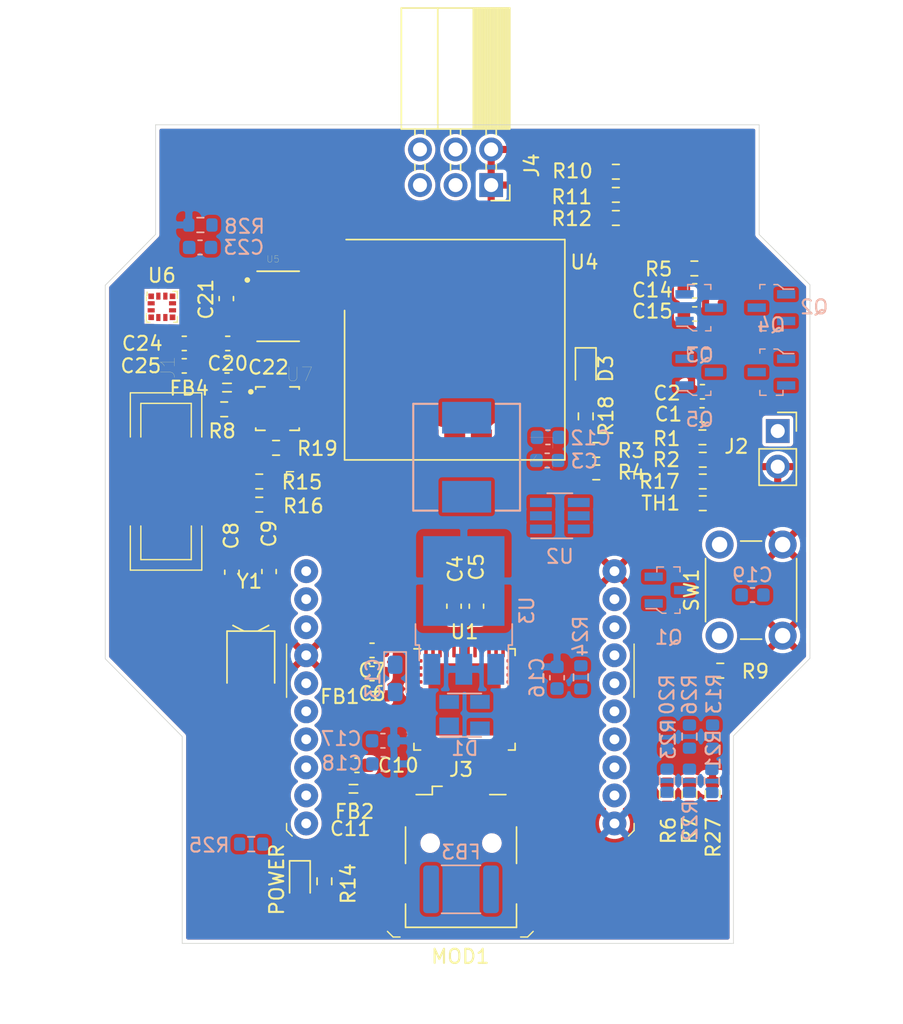
<source format=kicad_pcb>
(kicad_pcb (version 20171130) (host pcbnew 5.1.7)

  (general
    (thickness 1.6)
    (drawings 13)
    (tracks 0)
    (zones 0)
    (modules 81)
    (nets 87)
  )

  (page A4)
  (layers
    (0 F.Cu signal)
    (31 B.Cu signal)
    (32 B.Adhes user)
    (33 F.Adhes user)
    (34 B.Paste user)
    (35 F.Paste user)
    (36 B.SilkS user)
    (37 F.SilkS user)
    (38 B.Mask user)
    (39 F.Mask user)
    (40 Dwgs.User user)
    (41 Cmts.User user)
    (42 Eco1.User user)
    (43 Eco2.User user)
    (44 Edge.Cuts user)
    (45 Margin user)
    (46 B.CrtYd user)
    (47 F.CrtYd user)
    (48 B.Fab user)
    (49 F.Fab user)
  )

  (setup
    (last_trace_width 0.25)
    (user_trace_width 0.2)
    (trace_clearance 0.2)
    (zone_clearance 0.254)
    (zone_45_only no)
    (trace_min 0.2)
    (via_size 0.8)
    (via_drill 0.4)
    (via_min_size 0.4)
    (via_min_drill 0.3)
    (uvia_size 0.3)
    (uvia_drill 0.1)
    (uvias_allowed no)
    (uvia_min_size 0.2)
    (uvia_min_drill 0.1)
    (edge_width 0.05)
    (segment_width 0.2)
    (pcb_text_width 0.3)
    (pcb_text_size 1.5 1.5)
    (mod_edge_width 0.12)
    (mod_text_size 1 1)
    (mod_text_width 0.15)
    (pad_size 1.524 1.524)
    (pad_drill 0.762)
    (pad_to_mask_clearance 0.05)
    (aux_axis_origin 0 0)
    (grid_origin 116.4 66.9)
    (visible_elements FFFFFF7F)
    (pcbplotparams
      (layerselection 0x010f0_ffffffff)
      (usegerberextensions true)
      (usegerberattributes true)
      (usegerberadvancedattributes true)
      (creategerberjobfile true)
      (excludeedgelayer true)
      (linewidth 0.100000)
      (plotframeref false)
      (viasonmask false)
      (mode 1)
      (useauxorigin false)
      (hpglpennumber 1)
      (hpglpenspeed 20)
      (hpglpendiameter 15.000000)
      (psnegative false)
      (psa4output false)
      (plotreference true)
      (plotvalue false)
      (plotinvisibletext false)
      (padsonsilk true)
      (subtractmaskfromsilk false)
      (outputformat 1)
      (mirror false)
      (drillshape 0)
      (scaleselection 1)
      (outputdirectory "gerbers/"))
  )

  (net 0 "")
  (net 1 "Net-(J1-Pad8)")
  (net 2 "Net-(J1-Pad7)")
  (net 3 "Net-(J1-Pad6)")
  (net 4 +3V3)
  (net 5 "Net-(MOD1-Pad20)")
  (net 6 "Net-(MOD1-Pad16)")
  (net 7 "Net-(MOD1-Pad15)")
  (net 8 "Net-(MOD1-Pad12)")
  (net 9 "Net-(MOD1-Pad9)")
  (net 10 "Net-(MOD1-Pad8)")
  (net 11 "Net-(MOD1-Pad7)")
  (net 12 "Net-(U1-Pad20)")
  (net 13 "Net-(U1-Pad4)")
  (net 14 "Net-(U1-Pad3)")
  (net 15 /Brain/VCC_MCU_CORE)
  (net 16 /VBUS)
  (net 17 "Net-(C11-Pad1)")
  (net 18 "Net-(J3-Pad4)")
  (net 19 "Net-(J3-Pad6)")
  (net 20 +BATT)
  (net 21 /Power/VBATT_EN)
  (net 22 /Power/VBUS_USB)
  (net 23 /Power/VBUS_BATT)
  (net 24 "Net-(Q2-Pad3)")
  (net 25 "Net-(Q3-Pad3)")
  (net 26 +5V)
  (net 27 "Net-(R7-Pad1)")
  (net 28 /Brain/XOUT32)
  (net 29 /Brain/XIN32)
  (net 30 "Net-(C3-Pad2)")
  (net 31 "Net-(C3-Pad1)")
  (net 32 /VBattMeasure)
  (net 33 "Net-(R3-Pad2)")
  (net 34 /USB_DM)
  (net 35 /USB_DP)
  (net 36 /~SYS_RESET)
  (net 37 /Brain/SWCLK)
  (net 38 /Brain/SWDIO)
  (net 39 /TCC0\WO2)
  (net 40 /TCC0\WO7)
  (net 41 /SPI_0_SCK)
  (net 42 /SPI_0_SS_0)
  (net 43 /XBEE_STATUS)
  (net 44 /SPI_0_MOSI)
  (net 45 /TCC2\WO0)
  (net 46 /USART_0_TX)
  (net 47 /SysTempMeasure)
  (net 48 /USART_0_RX)
  (net 49 /SPI_0_MISO)
  (net 50 /Brain/VCC_MCU_VDDANA)
  (net 51 "Net-(D2-Pad2)")
  (net 52 GND)
  (net 53 "Net-(U4-Pad9)")
  (net 54 "Net-(U4-Pad8)")
  (net 55 "Net-(U7-Pad10)")
  (net 56 /~XBEE_ATTN)
  (net 57 "Net-(U1-Pad49)")
  (net 58 "Net-(U1-Pad48)")
  (net 59 "Net-(U1-Pad47)")
  (net 60 "Net-(U1-Pad41)")
  (net 61 "Net-(U1-Pad38)")
  (net 62 "Net-(U1-Pad37)")
  (net 63 "Net-(R24-Pad1)")
  (net 64 "Net-(U1-Pad30)")
  (net 65 /Brain/EXT_INT_5)
  (net 66 /GPS_EXT_INT)
  (net 67 /MAG_EXT_INT)
  (net 68 /IMU_EXT_INT1)
  (net 69 /IMU_EXT_INT2)
  (net 70 "Net-(U1-Pad19)")
  (net 71 /I2C_SCL)
  (net 72 /I2C_SDA)
  (net 73 "Net-(R25-Pad1)")
  (net 74 /GPS_USART_RX)
  (net 75 "Net-(U4-Pad19)")
  (net 76 /GPS_USART_TX)
  (net 77 "Net-(U4-Pad12)")
  (net 78 /Controls/GPS_PPS)
  (net 79 /MAG_DRDY)
  (net 80 "Net-(R28-Pad2)")
  (net 81 "Net-(C23-Pad2)")
  (net 82 "Net-(R19-Pad1)")
  (net 83 "Net-(R8-Pad2)")
  (net 84 /Controls/LSM6DS33TR_VCC)
  (net 85 "Net-(D3-Pad2)")
  (net 86 "Net-(J4-Pad3)")

  (net_class Default "This is the default net class."
    (clearance 0.2)
    (trace_width 0.25)
    (via_dia 0.8)
    (via_drill 0.4)
    (uvia_dia 0.3)
    (uvia_drill 0.1)
    (add_net +3V3)
    (add_net +5V)
    (add_net +BATT)
    (add_net /Brain/EXT_INT_5)
    (add_net /Brain/SWCLK)
    (add_net /Brain/SWDIO)
    (add_net /Brain/VCC_MCU_CORE)
    (add_net /Brain/VCC_MCU_VDDANA)
    (add_net /Brain/XIN32)
    (add_net /Brain/XOUT32)
    (add_net /Controls/GPS_PPS)
    (add_net /Controls/LSM6DS33TR_VCC)
    (add_net /GPS_EXT_INT)
    (add_net /GPS_USART_RX)
    (add_net /GPS_USART_TX)
    (add_net /I2C_SCL)
    (add_net /I2C_SDA)
    (add_net /IMU_EXT_INT1)
    (add_net /IMU_EXT_INT2)
    (add_net /MAG_DRDY)
    (add_net /MAG_EXT_INT)
    (add_net /Power/VBATT_EN)
    (add_net /Power/VBUS_BATT)
    (add_net /Power/VBUS_USB)
    (add_net /SPI_0_MISO)
    (add_net /SPI_0_MOSI)
    (add_net /SPI_0_SCK)
    (add_net /SPI_0_SS_0)
    (add_net /SysTempMeasure)
    (add_net /TCC0\WO2)
    (add_net /TCC0\WO7)
    (add_net /TCC2\WO0)
    (add_net /USART_0_RX)
    (add_net /USART_0_TX)
    (add_net /USB_DM)
    (add_net /USB_DP)
    (add_net /VBUS)
    (add_net /VBattMeasure)
    (add_net /XBEE_STATUS)
    (add_net /~SYS_RESET)
    (add_net /~XBEE_ATTN)
    (add_net GND)
    (add_net "Net-(C11-Pad1)")
    (add_net "Net-(C23-Pad2)")
    (add_net "Net-(C3-Pad1)")
    (add_net "Net-(C3-Pad2)")
    (add_net "Net-(D2-Pad2)")
    (add_net "Net-(D3-Pad2)")
    (add_net "Net-(J1-Pad6)")
    (add_net "Net-(J1-Pad7)")
    (add_net "Net-(J1-Pad8)")
    (add_net "Net-(J3-Pad4)")
    (add_net "Net-(J3-Pad6)")
    (add_net "Net-(J4-Pad3)")
    (add_net "Net-(MOD1-Pad12)")
    (add_net "Net-(MOD1-Pad15)")
    (add_net "Net-(MOD1-Pad16)")
    (add_net "Net-(MOD1-Pad20)")
    (add_net "Net-(MOD1-Pad7)")
    (add_net "Net-(MOD1-Pad8)")
    (add_net "Net-(MOD1-Pad9)")
    (add_net "Net-(Q2-Pad3)")
    (add_net "Net-(Q3-Pad3)")
    (add_net "Net-(R19-Pad1)")
    (add_net "Net-(R24-Pad1)")
    (add_net "Net-(R25-Pad1)")
    (add_net "Net-(R28-Pad2)")
    (add_net "Net-(R3-Pad2)")
    (add_net "Net-(R7-Pad1)")
    (add_net "Net-(R8-Pad2)")
    (add_net "Net-(U1-Pad19)")
    (add_net "Net-(U1-Pad20)")
    (add_net "Net-(U1-Pad3)")
    (add_net "Net-(U1-Pad30)")
    (add_net "Net-(U1-Pad37)")
    (add_net "Net-(U1-Pad38)")
    (add_net "Net-(U1-Pad4)")
    (add_net "Net-(U1-Pad41)")
    (add_net "Net-(U1-Pad47)")
    (add_net "Net-(U1-Pad48)")
    (add_net "Net-(U1-Pad49)")
    (add_net "Net-(U4-Pad12)")
    (add_net "Net-(U4-Pad19)")
    (add_net "Net-(U4-Pad8)")
    (add_net "Net-(U4-Pad9)")
    (add_net "Net-(U7-Pad10)")
  )

  (module Package_TO_SOT_SMD:SOT-143 (layer B.Cu) (tedit 5A02FF57) (tstamp 5F9D2E34)
    (at 123.05 76.425)
    (descr SOT-143)
    (tags SOT-143)
    (path /5F778595/5F7CA28E)
    (attr smd)
    (fp_text reference D1 (at 0.02 2.38) (layer B.SilkS)
      (effects (font (size 1 1) (thickness 0.15)) (justify mirror))
    )
    (fp_text value PRTR5V0U2X (at -0.28 -2.48) (layer B.Fab)
      (effects (font (size 1 1) (thickness 0.15)) (justify mirror))
    )
    (fp_text user %R (at 0 0 -90) (layer B.Fab)
      (effects (font (size 0.5 0.5) (thickness 0.075)) (justify mirror))
    )
    (fp_line (start -1.2 -1.55) (end 1.2 -1.55) (layer B.SilkS) (width 0.12))
    (fp_line (start 1.2 1.55) (end -1.75 1.55) (layer B.SilkS) (width 0.12))
    (fp_line (start -1.2 1) (end -0.7 1.5) (layer B.Fab) (width 0.1))
    (fp_line (start -0.7 1.5) (end 1.2 1.5) (layer B.Fab) (width 0.1))
    (fp_line (start -1.2 -1.5) (end -1.2 1) (layer B.Fab) (width 0.1))
    (fp_line (start 1.2 -1.5) (end -1.2 -1.5) (layer B.Fab) (width 0.1))
    (fp_line (start 1.2 1.5) (end 1.2 -1.5) (layer B.Fab) (width 0.1))
    (fp_line (start 2.05 1.75) (end 2.05 -1.75) (layer B.CrtYd) (width 0.05))
    (fp_line (start 2.05 1.75) (end -2.05 1.75) (layer B.CrtYd) (width 0.05))
    (fp_line (start -2.05 -1.75) (end 2.05 -1.75) (layer B.CrtYd) (width 0.05))
    (fp_line (start -2.05 -1.75) (end -2.05 1.75) (layer B.CrtYd) (width 0.05))
    (pad 4 smd rect (at 1.1 0.95 90) (size 1 1.4) (layers B.Cu B.Paste B.Mask)
      (net 16 /VBUS))
    (pad 3 smd rect (at 1.1 -0.95 90) (size 1 1.4) (layers B.Cu B.Paste B.Mask)
      (net 34 /USB_DM))
    (pad 2 smd rect (at -1.1 -0.95 90) (size 1 1.4) (layers B.Cu B.Paste B.Mask)
      (net 35 /USB_DP))
    (pad 1 smd rect (at -1.1 0.77 90) (size 1.2 1.4) (layers B.Cu B.Paste B.Mask)
      (net 52 GND))
    (model ${KISYS3DMOD}/Package_TO_SOT_SMD.3dshapes/SOT-143.wrl
      (at (xyz 0 0 0))
      (scale (xyz 1 1 1))
      (rotate (xyz 0 0 0))
    )
  )

  (module plib:TE_MS860702BA01-50 (layer F.Cu) (tedit 5F9B7325) (tstamp 5F9D34A2)
    (at 109.75 47.25)
    (path /5F83D554/5F7D6208)
    (fp_text reference U5 (at -0.366363 -3.368176) (layer F.SilkS)
      (effects (font (size 0.480481 0.480481) (thickness 0.015)))
    )
    (fp_text value MS860702BA01-50 (at 3.702178 3.620446) (layer F.Fab)
      (effects (font (size 0.48075 0.48075) (thickness 0.015)))
    )
    (fp_line (start -1.5 -2.5) (end 1.5 -2.5) (layer F.Fab) (width 0.127))
    (fp_line (start 1.5 -2.5) (end 1.5 2.5) (layer F.Fab) (width 0.127))
    (fp_line (start 1.5 2.5) (end -1.5 2.5) (layer F.Fab) (width 0.127))
    (fp_line (start -1.5 2.5) (end -1.5 -2.5) (layer F.Fab) (width 0.127))
    (fp_line (start -1.5 -2.5) (end 1.5 -2.5) (layer F.SilkS) (width 0.127))
    (fp_line (start -1.5 2.5) (end 1.5 2.5) (layer F.SilkS) (width 0.127))
    (fp_circle (center -2.2 -1.875) (end -2.1 -1.875) (layer F.SilkS) (width 0.2))
    (fp_line (start -1.9 -2.8) (end 1.9 -2.8) (layer F.CrtYd) (width 0.05))
    (fp_line (start 1.9 -2.8) (end 1.9 2.8) (layer F.CrtYd) (width 0.05))
    (fp_line (start 1.9 2.8) (end -1.9 2.8) (layer F.CrtYd) (width 0.05))
    (fp_line (start -1.9 2.8) (end -1.9 -2.8) (layer F.CrtYd) (width 0.05))
    (pad 1 smd rect (at -1.1 -1.875) (size 1.1 0.6) (layers F.Cu F.Paste F.Mask)
      (net 4 +3V3))
    (pad 2 smd rect (at -1.1 -0.625) (size 1.1 0.6) (layers F.Cu F.Paste F.Mask))
    (pad 3 smd rect (at -1.1 0.625) (size 1.1 0.6) (layers F.Cu F.Paste F.Mask)
      (net 52 GND))
    (pad 4 smd rect (at -1.1 1.875) (size 1.1 0.6) (layers F.Cu F.Paste F.Mask))
    (pad 5 smd rect (at 1.1 1.875) (size 1.1 0.6) (layers F.Cu F.Paste F.Mask))
    (pad 6 smd rect (at 1.1 0.625) (size 1.1 0.6) (layers F.Cu F.Paste F.Mask))
    (pad 7 smd rect (at 1.1 -0.625) (size 1.1 0.6) (layers F.Cu F.Paste F.Mask)
      (net 72 /I2C_SDA))
    (pad 8 smd rect (at 1.1 -1.875) (size 1.1 0.6) (layers F.Cu F.Paste F.Mask)
      (net 71 /I2C_SCL))
    (model /storage/Shared/KiCad/penguin-kicad/penguin-3d/MS860702BA01-50--3DModel-STEP-1.STEP
      (offset (xyz 0 0 1))
      (scale (xyz 1 1 1))
      (rotate (xyz 0 0 90))
    )
  )

  (module Crystal:Crystal_SMD_MicroCrystal_MS1V-T1K (layer F.Cu) (tedit 5A1AD604) (tstamp 5F9D3506)
    (at 107.8 72.525)
    (descr "SMD Watch Crystal MicroCrystal MS1V-T1K 6.1mm length 2.0mm diameter http://www.microcrystal.com/images/_Product-Documentation/03_TF_metal_Packages/01_Datasheet/MS1V-T1K.pdf")
    (tags ['MS1V-T1K'])
    (path /5F7734A5/5FB42AB5)
    (attr smd)
    (fp_text reference Y1 (at -0.1 -5.65 180) (layer F.SilkS)
      (effects (font (size 1 1) (thickness 0.15)))
    )
    (fp_text value "32.768kHz +/-20PPM 7pF " (at 3.02 -2.275 90) (layer F.Fab)
      (effects (font (size 1 1) (thickness 0.15)))
    )
    (fp_text user %R (at 0 0.35) (layer F.Fab)
      (effects (font (size 0.6 0.6) (thickness 0.09)))
    )
    (fp_line (start -1 -1.9) (end -1 4.2) (layer F.Fab) (width 0.1))
    (fp_line (start -1 4.2) (end 1 4.2) (layer F.Fab) (width 0.1))
    (fp_line (start 1 4.2) (end 1 -1.9) (layer F.Fab) (width 0.1))
    (fp_line (start 1 -1.9) (end -1 -1.9) (layer F.Fab) (width 0.1))
    (fp_line (start -0.5 -1.9) (end -1.27 -2.7) (layer F.Fab) (width 0.1))
    (fp_line (start -1.27 -2.7) (end -1.27 -3.5) (layer F.Fab) (width 0.1))
    (fp_line (start 0.5 -1.9) (end 1.27 -2.7) (layer F.Fab) (width 0.1))
    (fp_line (start 1.27 -2.7) (end 1.27 -3.5) (layer F.Fab) (width 0.1))
    (fp_line (start -1.7 1.6) (end -1.7 -2.1) (layer F.SilkS) (width 0.12))
    (fp_line (start -1.7 -2.1) (end 1.7 -2.1) (layer F.SilkS) (width 0.12))
    (fp_line (start 1.7 -2.1) (end 1.7 1.6) (layer F.SilkS) (width 0.12))
    (fp_line (start -0.5 -2.1) (end -1.27 -2.5) (layer F.SilkS) (width 0.12))
    (fp_line (start -1.27 -2.5) (end -1.27 -2.5) (layer F.SilkS) (width 0.12))
    (fp_line (start 0.5 -2.1) (end 1.27 -2.5) (layer F.SilkS) (width 0.12))
    (fp_line (start 1.27 -2.5) (end 1.27 -2.5) (layer F.SilkS) (width 0.12))
    (fp_line (start -2.1 -4.63) (end -2.1 4.57) (layer F.CrtYd) (width 0.05))
    (fp_line (start -2.1 4.57) (end 2.1 4.57) (layer F.CrtYd) (width 0.05))
    (fp_line (start 2.1 4.57) (end 2.1 -4.63) (layer F.CrtYd) (width 0.05))
    (fp_line (start 2.1 -4.63) (end -2.1 -4.63) (layer F.CrtYd) (width 0.05))
    (pad 3 smd rect (at 0 3.05) (size 3 2.5) (layers F.Cu F.Paste F.Mask)
      (net 52 GND))
    (pad 2 smd rect (at 1.27 -3.5) (size 1 1.6) (layers F.Cu F.Paste F.Mask)
      (net 28 /Brain/XOUT32))
    (pad 1 smd rect (at -1.27 -3.5) (size 1 1.6) (layers F.Cu F.Paste F.Mask)
      (net 29 /Brain/XIN32))
    (model ${KISYS3DMOD}/Crystal.3dshapes/Crystal_SMD_MicroCrystal_MS1V-T1K.wrl
      (offset (xyz 0 0.224999996200839 0))
      (scale (xyz 1 1 1))
      (rotate (xyz 0 0 0))
    )
  )

  (module plib:PQFN50P300X300X86-16N (layer F.Cu) (tedit 5F7CFDCD) (tstamp 5F9D34EB)
    (at 109.7 54.55)
    (path /5F83D554/5F7E0AA6)
    (fp_text reference U7 (at 1.57641 -2.43719) (layer F.SilkS)
      (effects (font (size 1.000898 1.000898) (thickness 0.015)))
    )
    (fp_text value LSM6DS33TR (at 11.750805 2.418245) (layer F.Fab)
      (effects (font (size 1.001346 1.001346) (thickness 0.015)))
    )
    (fp_line (start -1.55 -1.55) (end 1.55 -1.55) (layer F.Fab) (width 0.127))
    (fp_line (start 1.55 -1.55) (end 1.55 1.55) (layer F.Fab) (width 0.127))
    (fp_line (start 1.55 1.55) (end -1.55 1.55) (layer F.Fab) (width 0.127))
    (fp_line (start -1.55 1.55) (end -1.55 -1.55) (layer F.Fab) (width 0.127))
    (fp_line (start -0.89 -1.55) (end -1.55 -1.55) (layer F.SilkS) (width 0.127))
    (fp_line (start -1.55 -1.55) (end -1.55 -1.39) (layer F.SilkS) (width 0.127))
    (fp_line (start 0.89 -1.55) (end 1.55 -1.55) (layer F.SilkS) (width 0.127))
    (fp_line (start 0.89 1.55) (end 1.55 1.55) (layer F.SilkS) (width 0.127))
    (fp_line (start -0.89 1.55) (end -1.55 1.55) (layer F.SilkS) (width 0.127))
    (fp_line (start 1.55 -1.55) (end 1.55 -1.39) (layer F.SilkS) (width 0.127))
    (fp_line (start 1.55 1.55) (end 1.55 1.39) (layer F.SilkS) (width 0.127))
    (fp_line (start -1.55 1.55) (end -1.55 1.39) (layer F.SilkS) (width 0.127))
    (fp_circle (center -1.9 -1.2) (end -1.8 -1.2) (layer F.SilkS) (width 0.2))
    (fp_circle (center -1.9 -1.2) (end -1.8 -1.2) (layer F.Fab) (width 0.2))
    (fp_line (start -1.72 -1.72) (end 1.72 -1.72) (layer F.CrtYd) (width 0.05))
    (fp_line (start 1.72 -1.72) (end 1.72 1.72) (layer F.CrtYd) (width 0.05))
    (fp_line (start 1.72 1.72) (end -1.72 1.72) (layer F.CrtYd) (width 0.05))
    (fp_line (start -1.72 1.72) (end -1.72 -1.72) (layer F.CrtYd) (width 0.05))
    (pad 1 smd rect (at -1.21 -1) (size 0.51 0.35) (layers F.Cu F.Paste F.Mask)
      (net 4 +3V3))
    (pad 2 smd rect (at -1.21 -0.5) (size 0.51 0.35) (layers F.Cu F.Paste F.Mask)
      (net 71 /I2C_SCL))
    (pad 3 smd rect (at -1.21 0) (size 0.51 0.35) (layers F.Cu F.Paste F.Mask)
      (net 72 /I2C_SDA))
    (pad 4 smd rect (at -1.21 0.5) (size 0.51 0.35) (layers F.Cu F.Paste F.Mask)
      (net 82 "Net-(R19-Pad1)"))
    (pad 5 smd rect (at -1.21 1) (size 0.51 0.35) (layers F.Cu F.Paste F.Mask)
      (net 83 "Net-(R8-Pad2)"))
    (pad 6 smd rect (at -0.5 1.21) (size 0.35 0.51) (layers F.Cu F.Paste F.Mask)
      (net 69 /IMU_EXT_INT2))
    (pad 7 smd rect (at 0 1.21) (size 0.35 0.51) (layers F.Cu F.Paste F.Mask)
      (net 68 /IMU_EXT_INT1))
    (pad 8 smd rect (at 0.5 1.21) (size 0.35 0.51) (layers F.Cu F.Paste F.Mask)
      (net 55 "Net-(U7-Pad10)"))
    (pad 9 smd rect (at 1.21 1) (size 0.51 0.35) (layers F.Cu F.Paste F.Mask)
      (net 55 "Net-(U7-Pad10)"))
    (pad 10 smd rect (at 1.21 0.5) (size 0.51 0.35) (layers F.Cu F.Paste F.Mask)
      (net 55 "Net-(U7-Pad10)"))
    (pad 11 smd rect (at 1.21 0) (size 0.51 0.35) (layers F.Cu F.Paste F.Mask)
      (net 55 "Net-(U7-Pad10)"))
    (pad 12 smd rect (at 1.21 -0.5) (size 0.51 0.35) (layers F.Cu F.Paste F.Mask)
      (net 52 GND))
    (pad 13 smd rect (at 1.21 -1) (size 0.51 0.35) (layers F.Cu F.Paste F.Mask)
      (net 52 GND))
    (pad 14 smd rect (at 0.5 -1.21) (size 0.35 0.51) (layers F.Cu F.Paste F.Mask))
    (pad 15 smd rect (at 0 -1.21) (size 0.35 0.51) (layers F.Cu F.Paste F.Mask)
      (net 55 "Net-(U7-Pad10)"))
    (pad 16 smd rect (at -0.5 -1.21) (size 0.35 0.51) (layers F.Cu F.Paste F.Mask)
      (net 84 /Controls/LSM6DS33TR_VCC))
  )

  (module digikey-footprints:VFLGA-12_2x2mm (layer F.Cu) (tedit 5D28AE20) (tstamp 5F9D34C5)
    (at 101.45 47.2875)
    (descr http://www.st.com/content/ccc/resource/technical/document/datasheet/54/2a/85/76/e3/97/42/18/DM00075867.pdf/files/DM00075867.pdf/jcr:content/translations/en.DM00075867.pdf)
    (path /5F83D554/5F7D82C0)
    (attr smd)
    (fp_text reference U6 (at 0 -2.2375) (layer F.SilkS)
      (effects (font (size 1 1) (thickness 0.15)))
    )
    (fp_text value LIS3MDLTR (at 0 2.75) (layer F.Fab)
      (effects (font (size 1 1) (thickness 0.15)))
    )
    (fp_text user %R (at 0 0) (layer F.Fab)
      (effects (font (size 0.3 0.3) (thickness 0.03)))
    )
    (fp_line (start -1.25 -1.25) (end -1.25 1.25) (layer F.CrtYd) (width 0.05))
    (fp_line (start -1.25 1.25) (end 1.25 1.25) (layer F.CrtYd) (width 0.05))
    (fp_line (start -1.25 -1.25) (end 1.25 -1.25) (layer F.CrtYd) (width 0.05))
    (fp_line (start 1.25 -1.25) (end 1.25 1.25) (layer F.CrtYd) (width 0.05))
    (fp_line (start -0.85 1.1) (end -1.1 1.1) (layer F.SilkS) (width 0.1))
    (fp_line (start -1.1 1.1) (end -1.1 0.5) (layer F.SilkS) (width 0.1))
    (fp_line (start 0.85 1.1) (end 1.1 1.1) (layer F.SilkS) (width 0.1))
    (fp_line (start 1.1 1.1) (end 1.1 0.7) (layer F.SilkS) (width 0.1))
    (fp_line (start 0.8 -1.1) (end 1.1 -1.1) (layer F.SilkS) (width 0.1))
    (fp_line (start 1.1 -1.1) (end 1.1 -0.6) (layer F.SilkS) (width 0.1))
    (fp_line (start -1.05 -1.05) (end -1.05 -0.8) (layer F.SilkS) (width 0.1))
    (fp_line (start -1.05 -0.8) (end -1.1 -0.75) (layer F.SilkS) (width 0.1))
    (fp_line (start -1.1 -0.75) (end -1.1 -0.45) (layer F.SilkS) (width 0.1))
    (fp_line (start -1 -0.7) (end -1 1) (layer F.Fab) (width 0.1))
    (fp_line (start 1 -1) (end -0.7 -1) (layer F.Fab) (width 0.1))
    (fp_line (start -1 -0.7) (end -0.7 -1) (layer F.Fab) (width 0.1))
    (fp_line (start 1 -1) (end 1 1) (layer F.Fab) (width 0.1))
    (fp_line (start -1 1) (end 1 1) (layer F.Fab) (width 0.1))
    (pad 6 smd rect (at 0.25 0.7625) (size 0.3 0.5) (layers F.Cu F.Paste F.Mask)
      (net 4 +3V3))
    (pad 5 smd rect (at -0.25 0.7625) (size 0.3 0.5) (layers F.Cu F.Paste F.Mask)
      (net 4 +3V3))
    (pad 7 smd rect (at 0.7625 0.75) (size 0.4 0.4) (layers F.Cu F.Paste F.Mask)
      (net 67 /MAG_EXT_INT))
    (pad 8 smd rect (at 0.7625 0.25) (size 0.5 0.3) (layers F.Cu F.Paste F.Mask)
      (net 79 /MAG_DRDY))
    (pad 9 smd rect (at 0.7625 -0.25) (size 0.5 0.3) (layers F.Cu F.Paste F.Mask)
      (net 52 GND))
    (pad 10 smd rect (at 0.7625 -0.75) (size 0.4 0.4) (layers F.Cu F.Paste F.Mask)
      (net 80 "Net-(R28-Pad2)"))
    (pad 11 smd rect (at 0.25 -0.7625) (size 0.3 0.5) (layers F.Cu F.Paste F.Mask)
      (net 72 /I2C_SDA))
    (pad 12 smd rect (at -0.25 -0.7625) (size 0.3 0.5) (layers F.Cu F.Paste F.Mask)
      (net 52 GND))
    (pad 4 smd rect (at -0.7625 0.75) (size 0.4 0.4) (layers F.Cu F.Paste F.Mask)
      (net 81 "Net-(C23-Pad2)"))
    (pad 1 smd rect (at -0.7625 -0.75) (size 0.4 0.4) (layers F.Cu F.Paste F.Mask)
      (net 71 /I2C_SCL))
    (pad 2 smd rect (at -0.7625 -0.25) (size 0.5 0.3) (layers F.Cu F.Paste F.Mask)
      (net 52 GND))
    (pad 3 smd rect (at -0.7625 0.25) (size 0.5 0.3) (layers F.Cu F.Paste F.Mask)
      (net 52 GND))
  )

  (module Package_TO_SOT_SMD:TO-252-3_TabPin2 (layer B.Cu) (tedit 5A70F30B) (tstamp 5F9D338E)
    (at 123 68.95 90)
    (descr "TO-252 / DPAK SMD package, http://www.infineon.com/cms/en/product/packages/PG-TO252/PG-TO252-3-1/")
    (tags "DPAK TO-252 DPAK-3 TO-252-3 SOT-428")
    (path /5F774081/5F88D7AD)
    (attr smd)
    (fp_text reference U3 (at 0 4.5 90) (layer B.SilkS)
      (effects (font (size 1 1) (thickness 0.15)) (justify mirror))
    )
    (fp_text value IFX27001TFV33 (at 0 -4.5 90) (layer B.Fab)
      (effects (font (size 1 1) (thickness 0.15)) (justify mirror))
    )
    (fp_text user %R (at 0 0 90) (layer B.Fab)
      (effects (font (size 1 1) (thickness 0.15)) (justify mirror))
    )
    (fp_line (start 3.95 2.7) (end 4.95 2.7) (layer B.Fab) (width 0.1))
    (fp_line (start 4.95 2.7) (end 4.95 -2.7) (layer B.Fab) (width 0.1))
    (fp_line (start 4.95 -2.7) (end 3.95 -2.7) (layer B.Fab) (width 0.1))
    (fp_line (start 3.95 3.25) (end 3.95 -3.25) (layer B.Fab) (width 0.1))
    (fp_line (start 3.95 -3.25) (end -2.27 -3.25) (layer B.Fab) (width 0.1))
    (fp_line (start -2.27 -3.25) (end -2.27 2.25) (layer B.Fab) (width 0.1))
    (fp_line (start -2.27 2.25) (end -1.27 3.25) (layer B.Fab) (width 0.1))
    (fp_line (start -1.27 3.25) (end 3.95 3.25) (layer B.Fab) (width 0.1))
    (fp_line (start -1.865 2.655) (end -4.97 2.655) (layer B.Fab) (width 0.1))
    (fp_line (start -4.97 2.655) (end -4.97 1.905) (layer B.Fab) (width 0.1))
    (fp_line (start -4.97 1.905) (end -2.27 1.905) (layer B.Fab) (width 0.1))
    (fp_line (start -2.27 0.375) (end -4.97 0.375) (layer B.Fab) (width 0.1))
    (fp_line (start -4.97 0.375) (end -4.97 -0.375) (layer B.Fab) (width 0.1))
    (fp_line (start -4.97 -0.375) (end -2.27 -0.375) (layer B.Fab) (width 0.1))
    (fp_line (start -2.27 -1.905) (end -4.97 -1.905) (layer B.Fab) (width 0.1))
    (fp_line (start -4.97 -1.905) (end -4.97 -2.655) (layer B.Fab) (width 0.1))
    (fp_line (start -4.97 -2.655) (end -2.27 -2.655) (layer B.Fab) (width 0.1))
    (fp_line (start -0.97 3.45) (end -2.47 3.45) (layer B.SilkS) (width 0.12))
    (fp_line (start -2.47 3.45) (end -2.47 3.18) (layer B.SilkS) (width 0.12))
    (fp_line (start -2.47 3.18) (end -5.3 3.18) (layer B.SilkS) (width 0.12))
    (fp_line (start -0.97 -3.45) (end -2.47 -3.45) (layer B.SilkS) (width 0.12))
    (fp_line (start -2.47 -3.45) (end -2.47 -3.18) (layer B.SilkS) (width 0.12))
    (fp_line (start -2.47 -3.18) (end -3.57 -3.18) (layer B.SilkS) (width 0.12))
    (fp_line (start -5.55 3.5) (end -5.55 -3.5) (layer B.CrtYd) (width 0.05))
    (fp_line (start -5.55 -3.5) (end 5.55 -3.5) (layer B.CrtYd) (width 0.05))
    (fp_line (start 5.55 -3.5) (end 5.55 3.5) (layer B.CrtYd) (width 0.05))
    (fp_line (start 5.55 3.5) (end -5.55 3.5) (layer B.CrtYd) (width 0.05))
    (pad "" smd rect (at 0.425 -1.525 90) (size 3.05 2.75) (layers B.Paste))
    (pad "" smd rect (at 3.775 1.525 90) (size 3.05 2.75) (layers B.Paste))
    (pad "" smd rect (at 0.425 1.525 90) (size 3.05 2.75) (layers B.Paste))
    (pad "" smd rect (at 3.775 -1.525 90) (size 3.05 2.75) (layers B.Paste))
    (pad 2 smd rect (at 2.1 0 90) (size 6.4 5.8) (layers B.Cu B.Mask)
      (net 4 +3V3))
    (pad 3 smd rect (at -4.2 -2.28 90) (size 2.2 1.2) (layers B.Cu B.Paste B.Mask)
      (net 26 +5V))
    (pad 2 smd rect (at -4.2 0 90) (size 2.2 1.2) (layers B.Cu B.Paste B.Mask)
      (net 4 +3V3))
    (pad 1 smd rect (at -4.2 2.28 90) (size 2.2 1.2) (layers B.Cu B.Paste B.Mask)
      (net 52 GND))
    (model ${KISYS3DMOD}/Package_TO_SOT_SMD.3dshapes/TO-252-3_TabPin2.wrl
      (at (xyz 0 0 0))
      (scale (xyz 1 1 1))
      (rotate (xyz 0 0 0))
    )
  )

  (module Package_TO_SOT_SMD:SOT-23-6_Handsoldering (layer B.Cu) (tedit 5A02FF57) (tstamp 5F9D3366)
    (at 129.85 62.2)
    (descr "6-pin SOT-23 package, Handsoldering")
    (tags "SOT-23-6 Handsoldering")
    (path /5F774081/5F76878D)
    (attr smd)
    (fp_text reference U2 (at 0 2.9) (layer B.SilkS)
      (effects (font (size 1 1) (thickness 0.15)) (justify mirror))
    )
    (fp_text value TPS563249DDC (at 0 -2.9) (layer B.Fab)
      (effects (font (size 1 1) (thickness 0.15)) (justify mirror))
    )
    (fp_text user %R (at 0 0 -90) (layer B.Fab)
      (effects (font (size 0.5 0.5) (thickness 0.075)) (justify mirror))
    )
    (fp_line (start -0.9 -1.61) (end 0.9 -1.61) (layer B.SilkS) (width 0.12))
    (fp_line (start 0.9 1.61) (end -2.05 1.61) (layer B.SilkS) (width 0.12))
    (fp_line (start -2.4 -1.8) (end -2.4 1.8) (layer B.CrtYd) (width 0.05))
    (fp_line (start 2.4 -1.8) (end -2.4 -1.8) (layer B.CrtYd) (width 0.05))
    (fp_line (start 2.4 1.8) (end 2.4 -1.8) (layer B.CrtYd) (width 0.05))
    (fp_line (start -2.4 1.8) (end 2.4 1.8) (layer B.CrtYd) (width 0.05))
    (fp_line (start -0.9 0.9) (end -0.25 1.55) (layer B.Fab) (width 0.1))
    (fp_line (start 0.9 1.55) (end -0.25 1.55) (layer B.Fab) (width 0.1))
    (fp_line (start -0.9 0.9) (end -0.9 -1.55) (layer B.Fab) (width 0.1))
    (fp_line (start 0.9 -1.55) (end -0.9 -1.55) (layer B.Fab) (width 0.1))
    (fp_line (start 0.9 1.55) (end 0.9 -1.55) (layer B.Fab) (width 0.1))
    (pad 5 smd rect (at 1.35 0) (size 1.56 0.65) (layers B.Cu B.Paste B.Mask)
      (net 21 /Power/VBATT_EN))
    (pad 6 smd rect (at 1.35 0.95) (size 1.56 0.65) (layers B.Cu B.Paste B.Mask)
      (net 30 "Net-(C3-Pad2)"))
    (pad 4 smd rect (at 1.35 -0.95) (size 1.56 0.65) (layers B.Cu B.Paste B.Mask)
      (net 33 "Net-(R3-Pad2)"))
    (pad 3 smd rect (at -1.35 -0.95) (size 1.56 0.65) (layers B.Cu B.Paste B.Mask)
      (net 20 +BATT))
    (pad 2 smd rect (at -1.35 0) (size 1.56 0.65) (layers B.Cu B.Paste B.Mask)
      (net 31 "Net-(C3-Pad1)"))
    (pad 1 smd rect (at -1.35 0.95) (size 1.56 0.65) (layers B.Cu B.Paste B.Mask)
      (net 52 GND))
    (model ${KISYS3DMOD}/Package_TO_SOT_SMD.3dshapes/SOT-23-6.wrl
      (at (xyz 0 0 0))
      (scale (xyz 1 1 1))
      (rotate (xyz 0 0 0))
    )
  )

  (module Package_DFN_QFN:QFN-48-1EP_7x7mm_P0.5mm_EP5.15x5.15mm (layer F.Cu) (tedit 5DC5F6A5) (tstamp 5F9D3350)
    (at 123.05 75.3)
    (descr "QFN, 48 Pin (http://www.analog.com/media/en/package-pcb-resources/package/pkg_pdf/ltc-legacy-qfn/QFN_48_05-08-1704.pdf), generated with kicad-footprint-generator ipc_noLead_generator.py")
    (tags "QFN NoLead")
    (path /5F7734A5/5F7DEEDA)
    (attr smd)
    (fp_text reference U1 (at 0 -4.82) (layer F.SilkS)
      (effects (font (size 1 1) (thickness 0.15)))
    )
    (fp_text value ATSAMD21G18A-M (at 0 4.82) (layer F.Fab)
      (effects (font (size 1 1) (thickness 0.15)))
    )
    (fp_text user %R (at 0 0) (layer F.Fab)
      (effects (font (size 1 1) (thickness 0.15)))
    )
    (fp_line (start 3.135 -3.61) (end 3.61 -3.61) (layer F.SilkS) (width 0.12))
    (fp_line (start 3.61 -3.61) (end 3.61 -3.135) (layer F.SilkS) (width 0.12))
    (fp_line (start -3.135 3.61) (end -3.61 3.61) (layer F.SilkS) (width 0.12))
    (fp_line (start -3.61 3.61) (end -3.61 3.135) (layer F.SilkS) (width 0.12))
    (fp_line (start 3.135 3.61) (end 3.61 3.61) (layer F.SilkS) (width 0.12))
    (fp_line (start 3.61 3.61) (end 3.61 3.135) (layer F.SilkS) (width 0.12))
    (fp_line (start -3.135 -3.61) (end -3.61 -3.61) (layer F.SilkS) (width 0.12))
    (fp_line (start -2.5 -3.5) (end 3.5 -3.5) (layer F.Fab) (width 0.1))
    (fp_line (start 3.5 -3.5) (end 3.5 3.5) (layer F.Fab) (width 0.1))
    (fp_line (start 3.5 3.5) (end -3.5 3.5) (layer F.Fab) (width 0.1))
    (fp_line (start -3.5 3.5) (end -3.5 -2.5) (layer F.Fab) (width 0.1))
    (fp_line (start -3.5 -2.5) (end -2.5 -3.5) (layer F.Fab) (width 0.1))
    (fp_line (start -4.12 -4.12) (end -4.12 4.12) (layer F.CrtYd) (width 0.05))
    (fp_line (start -4.12 4.12) (end 4.12 4.12) (layer F.CrtYd) (width 0.05))
    (fp_line (start 4.12 4.12) (end 4.12 -4.12) (layer F.CrtYd) (width 0.05))
    (fp_line (start 4.12 -4.12) (end -4.12 -4.12) (layer F.CrtYd) (width 0.05))
    (pad "" smd roundrect (at 1.935 1.935) (size 1.04 1.04) (layers F.Paste) (roundrect_rratio 0.240385))
    (pad "" smd roundrect (at 1.935 0.645) (size 1.04 1.04) (layers F.Paste) (roundrect_rratio 0.240385))
    (pad "" smd roundrect (at 1.935 -0.645) (size 1.04 1.04) (layers F.Paste) (roundrect_rratio 0.240385))
    (pad "" smd roundrect (at 1.935 -1.935) (size 1.04 1.04) (layers F.Paste) (roundrect_rratio 0.240385))
    (pad "" smd roundrect (at 0.645 1.935) (size 1.04 1.04) (layers F.Paste) (roundrect_rratio 0.240385))
    (pad "" smd roundrect (at 0.645 0.645) (size 1.04 1.04) (layers F.Paste) (roundrect_rratio 0.240385))
    (pad "" smd roundrect (at 0.645 -0.645) (size 1.04 1.04) (layers F.Paste) (roundrect_rratio 0.240385))
    (pad "" smd roundrect (at 0.645 -1.935) (size 1.04 1.04) (layers F.Paste) (roundrect_rratio 0.240385))
    (pad "" smd roundrect (at -0.645 1.935) (size 1.04 1.04) (layers F.Paste) (roundrect_rratio 0.240385))
    (pad "" smd roundrect (at -0.645 0.645) (size 1.04 1.04) (layers F.Paste) (roundrect_rratio 0.240385))
    (pad "" smd roundrect (at -0.645 -0.645) (size 1.04 1.04) (layers F.Paste) (roundrect_rratio 0.240385))
    (pad "" smd roundrect (at -0.645 -1.935) (size 1.04 1.04) (layers F.Paste) (roundrect_rratio 0.240385))
    (pad "" smd roundrect (at -1.935 1.935) (size 1.04 1.04) (layers F.Paste) (roundrect_rratio 0.240385))
    (pad "" smd roundrect (at -1.935 0.645) (size 1.04 1.04) (layers F.Paste) (roundrect_rratio 0.240385))
    (pad "" smd roundrect (at -1.935 -0.645) (size 1.04 1.04) (layers F.Paste) (roundrect_rratio 0.240385))
    (pad "" smd roundrect (at -1.935 -1.935) (size 1.04 1.04) (layers F.Paste) (roundrect_rratio 0.240385))
    (pad 49 smd rect (at 0 0) (size 5.15 5.15) (layers F.Cu F.Mask)
      (net 57 "Net-(U1-Pad49)"))
    (pad 48 smd roundrect (at -2.75 -3.4375) (size 0.25 0.875) (layers F.Cu F.Paste F.Mask) (roundrect_rratio 0.25)
      (net 58 "Net-(U1-Pad48)"))
    (pad 47 smd roundrect (at -2.25 -3.4375) (size 0.25 0.875) (layers F.Cu F.Paste F.Mask) (roundrect_rratio 0.25)
      (net 59 "Net-(U1-Pad47)"))
    (pad 46 smd roundrect (at -1.75 -3.4375) (size 0.25 0.875) (layers F.Cu F.Paste F.Mask) (roundrect_rratio 0.25)
      (net 38 /Brain/SWDIO))
    (pad 45 smd roundrect (at -1.25 -3.4375) (size 0.25 0.875) (layers F.Cu F.Paste F.Mask) (roundrect_rratio 0.25)
      (net 37 /Brain/SWCLK))
    (pad 44 smd roundrect (at -0.75 -3.4375) (size 0.25 0.875) (layers F.Cu F.Paste F.Mask) (roundrect_rratio 0.25)
      (net 4 +3V3))
    (pad 43 smd roundrect (at -0.25 -3.4375) (size 0.25 0.875) (layers F.Cu F.Paste F.Mask) (roundrect_rratio 0.25)
      (net 15 /Brain/VCC_MCU_CORE))
    (pad 42 smd roundrect (at 0.25 -3.4375) (size 0.25 0.875) (layers F.Cu F.Paste F.Mask) (roundrect_rratio 0.25)
      (net 52 GND))
    (pad 41 smd roundrect (at 0.75 -3.4375) (size 0.25 0.875) (layers F.Cu F.Paste F.Mask) (roundrect_rratio 0.25)
      (net 60 "Net-(U1-Pad41)"))
    (pad 40 smd roundrect (at 1.25 -3.4375) (size 0.25 0.875) (layers F.Cu F.Paste F.Mask) (roundrect_rratio 0.25)
      (net 36 /~SYS_RESET))
    (pad 39 smd roundrect (at 1.75 -3.4375) (size 0.25 0.875) (layers F.Cu F.Paste F.Mask) (roundrect_rratio 0.25)
      (net 43 /XBEE_STATUS))
    (pad 38 smd roundrect (at 2.25 -3.4375) (size 0.25 0.875) (layers F.Cu F.Paste F.Mask) (roundrect_rratio 0.25)
      (net 61 "Net-(U1-Pad38)"))
    (pad 37 smd roundrect (at 2.75 -3.4375) (size 0.25 0.875) (layers F.Cu F.Paste F.Mask) (roundrect_rratio 0.25)
      (net 62 "Net-(U1-Pad37)"))
    (pad 36 smd roundrect (at 3.4375 -2.75) (size 0.875 0.25) (layers F.Cu F.Paste F.Mask) (roundrect_rratio 0.25)
      (net 4 +3V3))
    (pad 35 smd roundrect (at 3.4375 -2.25) (size 0.875 0.25) (layers F.Cu F.Paste F.Mask) (roundrect_rratio 0.25)
      (net 52 GND))
    (pad 34 smd roundrect (at 3.4375 -1.75) (size 0.875 0.25) (layers F.Cu F.Paste F.Mask) (roundrect_rratio 0.25)
      (net 35 /USB_DP))
    (pad 33 smd roundrect (at 3.4375 -1.25) (size 0.875 0.25) (layers F.Cu F.Paste F.Mask) (roundrect_rratio 0.25)
      (net 34 /USB_DM))
    (pad 32 smd roundrect (at 3.4375 -0.75) (size 0.875 0.25) (layers F.Cu F.Paste F.Mask) (roundrect_rratio 0.25)
      (net 63 "Net-(R24-Pad1)"))
    (pad 31 smd roundrect (at 3.4375 -0.25) (size 0.875 0.25) (layers F.Cu F.Paste F.Mask) (roundrect_rratio 0.25)
      (net 46 /USART_0_TX))
    (pad 30 smd roundrect (at 3.4375 0.25) (size 0.875 0.25) (layers F.Cu F.Paste F.Mask) (roundrect_rratio 0.25)
      (net 64 "Net-(U1-Pad30)"))
    (pad 29 smd roundrect (at 3.4375 0.75) (size 0.875 0.25) (layers F.Cu F.Paste F.Mask) (roundrect_rratio 0.25)
      (net 65 /Brain/EXT_INT_5))
    (pad 28 smd roundrect (at 3.4375 1.25) (size 0.875 0.25) (layers F.Cu F.Paste F.Mask) (roundrect_rratio 0.25)
      (net 66 /GPS_EXT_INT))
    (pad 27 smd roundrect (at 3.4375 1.75) (size 0.875 0.25) (layers F.Cu F.Paste F.Mask) (roundrect_rratio 0.25)
      (net 39 /TCC0\WO2))
    (pad 26 smd roundrect (at 3.4375 2.25) (size 0.875 0.25) (layers F.Cu F.Paste F.Mask) (roundrect_rratio 0.25)
      (net 40 /TCC0\WO7))
    (pad 25 smd roundrect (at 3.4375 2.75) (size 0.875 0.25) (layers F.Cu F.Paste F.Mask) (roundrect_rratio 0.25)
      (net 45 /TCC2\WO0))
    (pad 24 smd roundrect (at 2.75 3.4375) (size 0.25 0.875) (layers F.Cu F.Paste F.Mask) (roundrect_rratio 0.25)
      (net 67 /MAG_EXT_INT))
    (pad 23 smd roundrect (at 2.25 3.4375) (size 0.25 0.875) (layers F.Cu F.Paste F.Mask) (roundrect_rratio 0.25)
      (net 68 /IMU_EXT_INT1))
    (pad 22 smd roundrect (at 1.75 3.4375) (size 0.25 0.875) (layers F.Cu F.Paste F.Mask) (roundrect_rratio 0.25)
      (net 69 /IMU_EXT_INT2))
    (pad 21 smd roundrect (at 1.25 3.4375) (size 0.25 0.875) (layers F.Cu F.Paste F.Mask) (roundrect_rratio 0.25)
      (net 56 /~XBEE_ATTN))
    (pad 20 smd roundrect (at 0.75 3.4375) (size 0.25 0.875) (layers F.Cu F.Paste F.Mask) (roundrect_rratio 0.25)
      (net 12 "Net-(U1-Pad20)"))
    (pad 19 smd roundrect (at 0.25 3.4375) (size 0.25 0.875) (layers F.Cu F.Paste F.Mask) (roundrect_rratio 0.25)
      (net 70 "Net-(U1-Pad19)"))
    (pad 18 smd roundrect (at -0.25 3.4375) (size 0.25 0.875) (layers F.Cu F.Paste F.Mask) (roundrect_rratio 0.25)
      (net 52 GND))
    (pad 17 smd roundrect (at -0.75 3.4375) (size 0.25 0.875) (layers F.Cu F.Paste F.Mask) (roundrect_rratio 0.25)
      (net 4 +3V3))
    (pad 16 smd roundrect (at -1.25 3.4375) (size 0.25 0.875) (layers F.Cu F.Paste F.Mask) (roundrect_rratio 0.25)
      (net 47 /SysTempMeasure))
    (pad 15 smd roundrect (at -1.75 3.4375) (size 0.25 0.875) (layers F.Cu F.Paste F.Mask) (roundrect_rratio 0.25)
      (net 32 /VBattMeasure))
    (pad 14 smd roundrect (at -2.25 3.4375) (size 0.25 0.875) (layers F.Cu F.Paste F.Mask) (roundrect_rratio 0.25)
      (net 71 /I2C_SCL))
    (pad 13 smd roundrect (at -2.75 3.4375) (size 0.25 0.875) (layers F.Cu F.Paste F.Mask) (roundrect_rratio 0.25)
      (net 72 /I2C_SDA))
    (pad 12 smd roundrect (at -3.4375 2.75) (size 0.875 0.25) (layers F.Cu F.Paste F.Mask) (roundrect_rratio 0.25)
      (net 41 /SPI_0_SCK))
    (pad 11 smd roundrect (at -3.4375 2.25) (size 0.875 0.25) (layers F.Cu F.Paste F.Mask) (roundrect_rratio 0.25)
      (net 44 /SPI_0_MOSI))
    (pad 10 smd roundrect (at -3.4375 1.75) (size 0.875 0.25) (layers F.Cu F.Paste F.Mask) (roundrect_rratio 0.25)
      (net 42 /SPI_0_SS_0))
    (pad 9 smd roundrect (at -3.4375 1.25) (size 0.875 0.25) (layers F.Cu F.Paste F.Mask) (roundrect_rratio 0.25)
      (net 49 /SPI_0_MISO))
    (pad 8 smd roundrect (at -3.4375 0.75) (size 0.875 0.25) (layers F.Cu F.Paste F.Mask) (roundrect_rratio 0.25)
      (net 73 "Net-(R25-Pad1)"))
    (pad 7 smd roundrect (at -3.4375 0.25) (size 0.875 0.25) (layers F.Cu F.Paste F.Mask) (roundrect_rratio 0.25)
      (net 74 /GPS_USART_RX))
    (pad 6 smd roundrect (at -3.4375 -0.25) (size 0.875 0.25) (layers F.Cu F.Paste F.Mask) (roundrect_rratio 0.25)
      (net 50 /Brain/VCC_MCU_VDDANA))
    (pad 5 smd roundrect (at -3.4375 -0.75) (size 0.875 0.25) (layers F.Cu F.Paste F.Mask) (roundrect_rratio 0.25)
      (net 52 GND))
    (pad 4 smd roundrect (at -3.4375 -1.25) (size 0.875 0.25) (layers F.Cu F.Paste F.Mask) (roundrect_rratio 0.25)
      (net 13 "Net-(U1-Pad4)"))
    (pad 3 smd roundrect (at -3.4375 -1.75) (size 0.875 0.25) (layers F.Cu F.Paste F.Mask) (roundrect_rratio 0.25)
      (net 14 "Net-(U1-Pad3)"))
    (pad 2 smd roundrect (at -3.4375 -2.25) (size 0.875 0.25) (layers F.Cu F.Paste F.Mask) (roundrect_rratio 0.25)
      (net 28 /Brain/XOUT32))
    (pad 1 smd roundrect (at -3.4375 -2.75) (size 0.875 0.25) (layers F.Cu F.Paste F.Mask) (roundrect_rratio 0.25)
      (net 29 /Brain/XIN32))
    (model ${KISYS3DMOD}/Package_DFN_QFN.3dshapes/QFN-48-1EP_7x7mm_P0.5mm_EP5.15x5.15mm.wrl
      (at (xyz 0 0 0))
      (scale (xyz 1 1 1))
      (rotate (xyz 0 0 0))
    )
  )

  (module Resistor_SMD:R_0603_1608Metric (layer F.Cu) (tedit 5F68FEEE) (tstamp 5F9D32FA)
    (at 140.05 61.3)
    (descr "Resistor SMD 0603 (1608 Metric), square (rectangular) end terminal, IPC_7351 nominal, (Body size source: IPC-SM-782 page 72, https://www.pcb-3d.com/wordpress/wp-content/uploads/ipc-sm-782a_amendment_1_and_2.pdf), generated with kicad-footprint-generator")
    (tags resistor)
    (path /5F774081/5FA83037)
    (attr smd)
    (fp_text reference TH1 (at -3 0) (layer F.SilkS)
      (effects (font (size 1 1) (thickness 0.15)))
    )
    (fp_text value 25C@10k (at 0 1.43) (layer F.Fab)
      (effects (font (size 1 1) (thickness 0.15)))
    )
    (fp_text user %R (at 0 0) (layer F.Fab)
      (effects (font (size 0.4 0.4) (thickness 0.06)))
    )
    (fp_line (start -0.8 0.4125) (end -0.8 -0.4125) (layer F.Fab) (width 0.1))
    (fp_line (start -0.8 -0.4125) (end 0.8 -0.4125) (layer F.Fab) (width 0.1))
    (fp_line (start 0.8 -0.4125) (end 0.8 0.4125) (layer F.Fab) (width 0.1))
    (fp_line (start 0.8 0.4125) (end -0.8 0.4125) (layer F.Fab) (width 0.1))
    (fp_line (start -0.237258 -0.5225) (end 0.237258 -0.5225) (layer F.SilkS) (width 0.12))
    (fp_line (start -0.237258 0.5225) (end 0.237258 0.5225) (layer F.SilkS) (width 0.12))
    (fp_line (start -1.48 0.73) (end -1.48 -0.73) (layer F.CrtYd) (width 0.05))
    (fp_line (start -1.48 -0.73) (end 1.48 -0.73) (layer F.CrtYd) (width 0.05))
    (fp_line (start 1.48 -0.73) (end 1.48 0.73) (layer F.CrtYd) (width 0.05))
    (fp_line (start 1.48 0.73) (end -1.48 0.73) (layer F.CrtYd) (width 0.05))
    (pad 2 smd roundrect (at 0.825 0) (size 0.8 0.95) (layers F.Cu F.Paste F.Mask) (roundrect_rratio 0.25)
      (net 52 GND))
    (pad 1 smd roundrect (at -0.825 0) (size 0.8 0.95) (layers F.Cu F.Paste F.Mask) (roundrect_rratio 0.25)
      (net 47 /SysTempMeasure))
    (model ${KISYS3DMOD}/Resistor_SMD.3dshapes/R_0603_1608Metric.wrl
      (at (xyz 0 0 0))
      (scale (xyz 1 1 1))
      (rotate (xyz 0 0 0))
    )
  )

  (module Button_Switch_THT:SW_PUSH_6mm_H5mm (layer F.Cu) (tedit 5A02FE31) (tstamp 5F9D32E9)
    (at 141.25 70.75 90)
    (descr "tactile push button, 6x6mm e.g. PHAP33xx series, height=5mm")
    (tags "tact sw push 6mm")
    (path /5F7734A5/5FC06878)
    (fp_text reference SW1 (at 3.25 -2 90) (layer F.SilkS)
      (effects (font (size 1 1) (thickness 0.15)))
    )
    (fp_text value ~RST_BTN (at 3.75 6.7 90) (layer F.Fab)
      (effects (font (size 1 1) (thickness 0.15)))
    )
    (fp_circle (center 3.25 2.25) (end 1.25 2.5) (layer F.Fab) (width 0.1))
    (fp_line (start 6.75 3) (end 6.75 1.5) (layer F.SilkS) (width 0.12))
    (fp_line (start 5.5 -1) (end 1 -1) (layer F.SilkS) (width 0.12))
    (fp_line (start -0.25 1.5) (end -0.25 3) (layer F.SilkS) (width 0.12))
    (fp_line (start 1 5.5) (end 5.5 5.5) (layer F.SilkS) (width 0.12))
    (fp_line (start 8 -1.25) (end 8 5.75) (layer F.CrtYd) (width 0.05))
    (fp_line (start 7.75 6) (end -1.25 6) (layer F.CrtYd) (width 0.05))
    (fp_line (start -1.5 5.75) (end -1.5 -1.25) (layer F.CrtYd) (width 0.05))
    (fp_line (start -1.25 -1.5) (end 7.75 -1.5) (layer F.CrtYd) (width 0.05))
    (fp_line (start -1.5 6) (end -1.25 6) (layer F.CrtYd) (width 0.05))
    (fp_line (start -1.5 5.75) (end -1.5 6) (layer F.CrtYd) (width 0.05))
    (fp_line (start -1.5 -1.5) (end -1.25 -1.5) (layer F.CrtYd) (width 0.05))
    (fp_line (start -1.5 -1.25) (end -1.5 -1.5) (layer F.CrtYd) (width 0.05))
    (fp_line (start 8 -1.5) (end 8 -1.25) (layer F.CrtYd) (width 0.05))
    (fp_line (start 7.75 -1.5) (end 8 -1.5) (layer F.CrtYd) (width 0.05))
    (fp_line (start 8 6) (end 8 5.75) (layer F.CrtYd) (width 0.05))
    (fp_line (start 7.75 6) (end 8 6) (layer F.CrtYd) (width 0.05))
    (fp_line (start 0.25 -0.75) (end 3.25 -0.75) (layer F.Fab) (width 0.1))
    (fp_line (start 0.25 5.25) (end 0.25 -0.75) (layer F.Fab) (width 0.1))
    (fp_line (start 6.25 5.25) (end 0.25 5.25) (layer F.Fab) (width 0.1))
    (fp_line (start 6.25 -0.75) (end 6.25 5.25) (layer F.Fab) (width 0.1))
    (fp_line (start 3.25 -0.75) (end 6.25 -0.75) (layer F.Fab) (width 0.1))
    (fp_text user %R (at 3.25 2.25 90) (layer F.Fab)
      (effects (font (size 1 1) (thickness 0.15)))
    )
    (pad 2 thru_hole circle (at 0 4.5 180) (size 2 2) (drill 1.1) (layers *.Cu *.Mask)
      (net 52 GND))
    (pad 1 thru_hole circle (at 0 0 180) (size 2 2) (drill 1.1) (layers *.Cu *.Mask)
      (net 27 "Net-(R7-Pad1)"))
    (pad 2 thru_hole circle (at 6.5 4.5 180) (size 2 2) (drill 1.1) (layers *.Cu *.Mask)
      (net 52 GND))
    (pad 1 thru_hole circle (at 6.5 0 180) (size 2 2) (drill 1.1) (layers *.Cu *.Mask)
      (net 27 "Net-(R7-Pad1)"))
    (model ${KISYS3DMOD}/Button_Switch_THT.3dshapes/SW_PUSH_6mm_H5mm.wrl
      (at (xyz 0 0 0))
      (scale (xyz 1 1 1))
      (rotate (xyz 0 0 0))
    )
  )

  (module Resistor_SMD:R_0603_1608Metric (layer B.Cu) (tedit 5F68FEEE) (tstamp 5F9D32CA)
    (at 104.2 41.45)
    (descr "Resistor SMD 0603 (1608 Metric), square (rectangular) end terminal, IPC_7351 nominal, (Body size source: IPC-SM-782 page 72, https://www.pcb-3d.com/wordpress/wp-content/uploads/ipc-sm-782a_amendment_1_and_2.pdf), generated with kicad-footprint-generator")
    (tags resistor)
    (path /5F83D554/5FD76F7A)
    (attr smd)
    (fp_text reference R28 (at 3.15 0.1) (layer B.SilkS)
      (effects (font (size 1 1) (thickness 0.15)) (justify mirror))
    )
    (fp_text value 10k (at 0 -1.43) (layer B.Fab)
      (effects (font (size 1 1) (thickness 0.15)) (justify mirror))
    )
    (fp_text user %R (at 0 0) (layer B.Fab)
      (effects (font (size 0.4 0.4) (thickness 0.06)) (justify mirror))
    )
    (fp_line (start -0.8 -0.4125) (end -0.8 0.4125) (layer B.Fab) (width 0.1))
    (fp_line (start -0.8 0.4125) (end 0.8 0.4125) (layer B.Fab) (width 0.1))
    (fp_line (start 0.8 0.4125) (end 0.8 -0.4125) (layer B.Fab) (width 0.1))
    (fp_line (start 0.8 -0.4125) (end -0.8 -0.4125) (layer B.Fab) (width 0.1))
    (fp_line (start -0.237258 0.5225) (end 0.237258 0.5225) (layer B.SilkS) (width 0.12))
    (fp_line (start -0.237258 -0.5225) (end 0.237258 -0.5225) (layer B.SilkS) (width 0.12))
    (fp_line (start -1.48 -0.73) (end -1.48 0.73) (layer B.CrtYd) (width 0.05))
    (fp_line (start -1.48 0.73) (end 1.48 0.73) (layer B.CrtYd) (width 0.05))
    (fp_line (start 1.48 0.73) (end 1.48 -0.73) (layer B.CrtYd) (width 0.05))
    (fp_line (start 1.48 -0.73) (end -1.48 -0.73) (layer B.CrtYd) (width 0.05))
    (pad 2 smd roundrect (at 0.825 0) (size 0.8 0.95) (layers B.Cu B.Paste B.Mask) (roundrect_rratio 0.25)
      (net 80 "Net-(R28-Pad2)"))
    (pad 1 smd roundrect (at -0.825 0) (size 0.8 0.95) (layers B.Cu B.Paste B.Mask) (roundrect_rratio 0.25)
      (net 4 +3V3))
    (model ${KISYS3DMOD}/Resistor_SMD.3dshapes/R_0603_1608Metric.wrl
      (at (xyz 0 0 0))
      (scale (xyz 1 1 1))
      (rotate (xyz 0 0 0))
    )
  )

  (module Resistor_SMD:R_0603_1608Metric (layer F.Cu) (tedit 5F68FEEE) (tstamp 5F9D32B9)
    (at 140.75 82.05 90)
    (descr "Resistor SMD 0603 (1608 Metric), square (rectangular) end terminal, IPC_7351 nominal, (Body size source: IPC-SM-782 page 72, https://www.pcb-3d.com/wordpress/wp-content/uploads/ipc-sm-782a_amendment_1_and_2.pdf), generated with kicad-footprint-generator")
    (tags resistor)
    (path /5F7734A5/5FDC383D)
    (attr smd)
    (fp_text reference R27 (at -3.1 0.05 90) (layer F.SilkS)
      (effects (font (size 1 1) (thickness 0.15)))
    )
    (fp_text value 4k7 (at 0.1 0.2 90) (layer F.Fab)
      (effects (font (size 1 1) (thickness 0.15)))
    )
    (fp_text user %R (at 0 0 90) (layer F.Fab)
      (effects (font (size 0.4 0.4) (thickness 0.06)))
    )
    (fp_line (start -0.8 0.4125) (end -0.8 -0.4125) (layer F.Fab) (width 0.1))
    (fp_line (start -0.8 -0.4125) (end 0.8 -0.4125) (layer F.Fab) (width 0.1))
    (fp_line (start 0.8 -0.4125) (end 0.8 0.4125) (layer F.Fab) (width 0.1))
    (fp_line (start 0.8 0.4125) (end -0.8 0.4125) (layer F.Fab) (width 0.1))
    (fp_line (start -0.237258 -0.5225) (end 0.237258 -0.5225) (layer F.SilkS) (width 0.12))
    (fp_line (start -0.237258 0.5225) (end 0.237258 0.5225) (layer F.SilkS) (width 0.12))
    (fp_line (start -1.48 0.73) (end -1.48 -0.73) (layer F.CrtYd) (width 0.05))
    (fp_line (start -1.48 -0.73) (end 1.48 -0.73) (layer F.CrtYd) (width 0.05))
    (fp_line (start 1.48 -0.73) (end 1.48 0.73) (layer F.CrtYd) (width 0.05))
    (fp_line (start 1.48 0.73) (end -1.48 0.73) (layer F.CrtYd) (width 0.05))
    (pad 2 smd roundrect (at 0.825 0 90) (size 0.8 0.95) (layers F.Cu F.Paste F.Mask) (roundrect_rratio 0.25)
      (net 52 GND))
    (pad 1 smd roundrect (at -0.825 0 90) (size 0.8 0.95) (layers F.Cu F.Paste F.Mask) (roundrect_rratio 0.25)
      (net 65 /Brain/EXT_INT_5))
    (model ${KISYS3DMOD}/Resistor_SMD.3dshapes/R_0603_1608Metric.wrl
      (at (xyz 0 0 0))
      (scale (xyz 1 1 1))
      (rotate (xyz 0 0 0))
    )
  )

  (module Resistor_SMD:R_0603_1608Metric (layer B.Cu) (tedit 5F68FEEE) (tstamp 5F9D32A8)
    (at 139.1 77.95 270)
    (descr "Resistor SMD 0603 (1608 Metric), square (rectangular) end terminal, IPC_7351 nominal, (Body size source: IPC-SM-782 page 72, https://www.pcb-3d.com/wordpress/wp-content/uploads/ipc-sm-782a_amendment_1_and_2.pdf), generated with kicad-footprint-generator")
    (tags resistor)
    (path /5F7734A5/5FDB16EB)
    (attr smd)
    (fp_text reference R26 (at -3 0 90) (layer B.SilkS)
      (effects (font (size 1 1) (thickness 0.15)) (justify mirror))
    )
    (fp_text value 4k7 (at 0 -1.43 90) (layer B.Fab)
      (effects (font (size 1 1) (thickness 0.15)) (justify mirror))
    )
    (fp_text user %R (at 0 0 90) (layer B.Fab)
      (effects (font (size 0.4 0.4) (thickness 0.06)) (justify mirror))
    )
    (fp_line (start -0.8 -0.4125) (end -0.8 0.4125) (layer B.Fab) (width 0.1))
    (fp_line (start -0.8 0.4125) (end 0.8 0.4125) (layer B.Fab) (width 0.1))
    (fp_line (start 0.8 0.4125) (end 0.8 -0.4125) (layer B.Fab) (width 0.1))
    (fp_line (start 0.8 -0.4125) (end -0.8 -0.4125) (layer B.Fab) (width 0.1))
    (fp_line (start -0.237258 0.5225) (end 0.237258 0.5225) (layer B.SilkS) (width 0.12))
    (fp_line (start -0.237258 -0.5225) (end 0.237258 -0.5225) (layer B.SilkS) (width 0.12))
    (fp_line (start -1.48 -0.73) (end -1.48 0.73) (layer B.CrtYd) (width 0.05))
    (fp_line (start -1.48 0.73) (end 1.48 0.73) (layer B.CrtYd) (width 0.05))
    (fp_line (start 1.48 0.73) (end 1.48 -0.73) (layer B.CrtYd) (width 0.05))
    (fp_line (start 1.48 -0.73) (end -1.48 -0.73) (layer B.CrtYd) (width 0.05))
    (pad 2 smd roundrect (at 0.825 0 270) (size 0.8 0.95) (layers B.Cu B.Paste B.Mask) (roundrect_rratio 0.25)
      (net 52 GND))
    (pad 1 smd roundrect (at -0.825 0 270) (size 0.8 0.95) (layers B.Cu B.Paste B.Mask) (roundrect_rratio 0.25)
      (net 66 /GPS_EXT_INT))
    (model ${KISYS3DMOD}/Resistor_SMD.3dshapes/R_0603_1608Metric.wrl
      (at (xyz 0 0 0))
      (scale (xyz 1 1 1))
      (rotate (xyz 0 0 0))
    )
  )

  (module Resistor_SMD:R_0603_1608Metric (layer B.Cu) (tedit 5F68FEEE) (tstamp 5F9D3297)
    (at 107.825 85.625 180)
    (descr "Resistor SMD 0603 (1608 Metric), square (rectangular) end terminal, IPC_7351 nominal, (Body size source: IPC-SM-782 page 72, https://www.pcb-3d.com/wordpress/wp-content/uploads/ipc-sm-782a_amendment_1_and_2.pdf), generated with kicad-footprint-generator")
    (tags resistor)
    (path /5F7734A5/5FC284FF)
    (attr smd)
    (fp_text reference R25 (at 3 -0.075 180) (layer B.SilkS)
      (effects (font (size 1 1) (thickness 0.15)) (justify mirror))
    )
    (fp_text value 330R (at 0 -1.43 180) (layer B.Fab)
      (effects (font (size 1 1) (thickness 0.15)) (justify mirror))
    )
    (fp_text user %R (at 0 0 180) (layer B.Fab)
      (effects (font (size 0.4 0.4) (thickness 0.06)) (justify mirror))
    )
    (fp_line (start -0.8 -0.4125) (end -0.8 0.4125) (layer B.Fab) (width 0.1))
    (fp_line (start -0.8 0.4125) (end 0.8 0.4125) (layer B.Fab) (width 0.1))
    (fp_line (start 0.8 0.4125) (end 0.8 -0.4125) (layer B.Fab) (width 0.1))
    (fp_line (start 0.8 -0.4125) (end -0.8 -0.4125) (layer B.Fab) (width 0.1))
    (fp_line (start -0.237258 0.5225) (end 0.237258 0.5225) (layer B.SilkS) (width 0.12))
    (fp_line (start -0.237258 -0.5225) (end 0.237258 -0.5225) (layer B.SilkS) (width 0.12))
    (fp_line (start -1.48 -0.73) (end -1.48 0.73) (layer B.CrtYd) (width 0.05))
    (fp_line (start -1.48 0.73) (end 1.48 0.73) (layer B.CrtYd) (width 0.05))
    (fp_line (start 1.48 0.73) (end 1.48 -0.73) (layer B.CrtYd) (width 0.05))
    (fp_line (start 1.48 -0.73) (end -1.48 -0.73) (layer B.CrtYd) (width 0.05))
    (pad 2 smd roundrect (at 0.825 0 180) (size 0.8 0.95) (layers B.Cu B.Paste B.Mask) (roundrect_rratio 0.25)
      (net 76 /GPS_USART_TX))
    (pad 1 smd roundrect (at -0.825 0 180) (size 0.8 0.95) (layers B.Cu B.Paste B.Mask) (roundrect_rratio 0.25)
      (net 73 "Net-(R25-Pad1)"))
    (model ${KISYS3DMOD}/Resistor_SMD.3dshapes/R_0603_1608Metric.wrl
      (at (xyz 0 0 0))
      (scale (xyz 1 1 1))
      (rotate (xyz 0 0 0))
    )
  )

  (module Resistor_SMD:R_0603_1608Metric (layer B.Cu) (tedit 5F68FEEE) (tstamp 5F9D3286)
    (at 131.35 73.725 270)
    (descr "Resistor SMD 0603 (1608 Metric), square (rectangular) end terminal, IPC_7351 nominal, (Body size source: IPC-SM-782 page 72, https://www.pcb-3d.com/wordpress/wp-content/uploads/ipc-sm-782a_amendment_1_and_2.pdf), generated with kicad-footprint-generator")
    (tags resistor)
    (path /5F7734A5/5FC4E3B4)
    (attr smd)
    (fp_text reference R24 (at -2.95 0.025 90) (layer B.SilkS)
      (effects (font (size 1 1) (thickness 0.15)) (justify mirror))
    )
    (fp_text value 330R (at 0 -1.43 90) (layer B.Fab)
      (effects (font (size 1 1) (thickness 0.15)) (justify mirror))
    )
    (fp_line (start 1.48 -0.73) (end -1.48 -0.73) (layer B.CrtYd) (width 0.05))
    (fp_line (start 1.48 0.73) (end 1.48 -0.73) (layer B.CrtYd) (width 0.05))
    (fp_line (start -1.48 0.73) (end 1.48 0.73) (layer B.CrtYd) (width 0.05))
    (fp_line (start -1.48 -0.73) (end -1.48 0.73) (layer B.CrtYd) (width 0.05))
    (fp_line (start -0.237258 -0.5225) (end 0.237258 -0.5225) (layer B.SilkS) (width 0.12))
    (fp_line (start -0.237258 0.5225) (end 0.237258 0.5225) (layer B.SilkS) (width 0.12))
    (fp_line (start 0.8 -0.4125) (end -0.8 -0.4125) (layer B.Fab) (width 0.1))
    (fp_line (start 0.8 0.4125) (end 0.8 -0.4125) (layer B.Fab) (width 0.1))
    (fp_line (start -0.8 0.4125) (end 0.8 0.4125) (layer B.Fab) (width 0.1))
    (fp_line (start -0.8 -0.4125) (end -0.8 0.4125) (layer B.Fab) (width 0.1))
    (fp_text user %R (at 0 0 90) (layer B.Fab)
      (effects (font (size 0.4 0.4) (thickness 0.06)) (justify mirror))
    )
    (pad 1 smd roundrect (at -0.825 0 270) (size 0.8 0.95) (layers B.Cu B.Paste B.Mask) (roundrect_rratio 0.25)
      (net 63 "Net-(R24-Pad1)"))
    (pad 2 smd roundrect (at 0.825 0 270) (size 0.8 0.95) (layers B.Cu B.Paste B.Mask) (roundrect_rratio 0.25)
      (net 48 /USART_0_RX))
    (model ${KISYS3DMOD}/Resistor_SMD.3dshapes/R_0603_1608Metric.wrl
      (at (xyz 0 0 0))
      (scale (xyz 1 1 1))
      (rotate (xyz 0 0 0))
    )
  )

  (module Resistor_SMD:R_0603_1608Metric (layer B.Cu) (tedit 5F68FEEE) (tstamp 5F9D3275)
    (at 137.5 81.1 90)
    (descr "Resistor SMD 0603 (1608 Metric), square (rectangular) end terminal, IPC_7351 nominal, (Body size source: IPC-SM-782 page 72, https://www.pcb-3d.com/wordpress/wp-content/uploads/ipc-sm-782a_amendment_1_and_2.pdf), generated with kicad-footprint-generator")
    (tags resistor)
    (path /5F7734A5/5FB92819)
    (attr smd)
    (fp_text reference R23 (at 2.95 0.1 90) (layer B.SilkS)
      (effects (font (size 1 1) (thickness 0.15)) (justify mirror))
    )
    (fp_text value 4k7 (at 0 -1.43 90) (layer B.Fab)
      (effects (font (size 1 1) (thickness 0.15)) (justify mirror))
    )
    (fp_text user %R (at 0 0 90) (layer B.Fab)
      (effects (font (size 0.4 0.4) (thickness 0.06)) (justify mirror))
    )
    (fp_line (start -0.8 -0.4125) (end -0.8 0.4125) (layer B.Fab) (width 0.1))
    (fp_line (start -0.8 0.4125) (end 0.8 0.4125) (layer B.Fab) (width 0.1))
    (fp_line (start 0.8 0.4125) (end 0.8 -0.4125) (layer B.Fab) (width 0.1))
    (fp_line (start 0.8 -0.4125) (end -0.8 -0.4125) (layer B.Fab) (width 0.1))
    (fp_line (start -0.237258 0.5225) (end 0.237258 0.5225) (layer B.SilkS) (width 0.12))
    (fp_line (start -0.237258 -0.5225) (end 0.237258 -0.5225) (layer B.SilkS) (width 0.12))
    (fp_line (start -1.48 -0.73) (end -1.48 0.73) (layer B.CrtYd) (width 0.05))
    (fp_line (start -1.48 0.73) (end 1.48 0.73) (layer B.CrtYd) (width 0.05))
    (fp_line (start 1.48 0.73) (end 1.48 -0.73) (layer B.CrtYd) (width 0.05))
    (fp_line (start 1.48 -0.73) (end -1.48 -0.73) (layer B.CrtYd) (width 0.05))
    (pad 2 smd roundrect (at 0.825 0 90) (size 0.8 0.95) (layers B.Cu B.Paste B.Mask) (roundrect_rratio 0.25)
      (net 52 GND))
    (pad 1 smd roundrect (at -0.825 0 90) (size 0.8 0.95) (layers B.Cu B.Paste B.Mask) (roundrect_rratio 0.25)
      (net 67 /MAG_EXT_INT))
    (model ${KISYS3DMOD}/Resistor_SMD.3dshapes/R_0603_1608Metric.wrl
      (at (xyz 0 0 0))
      (scale (xyz 1 1 1))
      (rotate (xyz 0 0 0))
    )
  )

  (module Resistor_SMD:R_0603_1608Metric (layer B.Cu) (tedit 5F68FEEE) (tstamp 5F9D3264)
    (at 139.1 81.1 90)
    (descr "Resistor SMD 0603 (1608 Metric), square (rectangular) end terminal, IPC_7351 nominal, (Body size source: IPC-SM-782 page 72, https://www.pcb-3d.com/wordpress/wp-content/uploads/ipc-sm-782a_amendment_1_and_2.pdf), generated with kicad-footprint-generator")
    (tags resistor)
    (path /5F7734A5/5FB8CE27)
    (attr smd)
    (fp_text reference R22 (at -2.85 0.05 90) (layer B.SilkS)
      (effects (font (size 1 1) (thickness 0.15)) (justify mirror))
    )
    (fp_text value 4k7 (at 0 -1.43 90) (layer B.Fab)
      (effects (font (size 1 1) (thickness 0.15)) (justify mirror))
    )
    (fp_text user %R (at 0 0 90) (layer B.Fab)
      (effects (font (size 0.4 0.4) (thickness 0.06)) (justify mirror))
    )
    (fp_line (start -0.8 -0.4125) (end -0.8 0.4125) (layer B.Fab) (width 0.1))
    (fp_line (start -0.8 0.4125) (end 0.8 0.4125) (layer B.Fab) (width 0.1))
    (fp_line (start 0.8 0.4125) (end 0.8 -0.4125) (layer B.Fab) (width 0.1))
    (fp_line (start 0.8 -0.4125) (end -0.8 -0.4125) (layer B.Fab) (width 0.1))
    (fp_line (start -0.237258 0.5225) (end 0.237258 0.5225) (layer B.SilkS) (width 0.12))
    (fp_line (start -0.237258 -0.5225) (end 0.237258 -0.5225) (layer B.SilkS) (width 0.12))
    (fp_line (start -1.48 -0.73) (end -1.48 0.73) (layer B.CrtYd) (width 0.05))
    (fp_line (start -1.48 0.73) (end 1.48 0.73) (layer B.CrtYd) (width 0.05))
    (fp_line (start 1.48 0.73) (end 1.48 -0.73) (layer B.CrtYd) (width 0.05))
    (fp_line (start 1.48 -0.73) (end -1.48 -0.73) (layer B.CrtYd) (width 0.05))
    (pad 2 smd roundrect (at 0.825 0 90) (size 0.8 0.95) (layers B.Cu B.Paste B.Mask) (roundrect_rratio 0.25)
      (net 52 GND))
    (pad 1 smd roundrect (at -0.825 0 90) (size 0.8 0.95) (layers B.Cu B.Paste B.Mask) (roundrect_rratio 0.25)
      (net 68 /IMU_EXT_INT1))
    (model ${KISYS3DMOD}/Resistor_SMD.3dshapes/R_0603_1608Metric.wrl
      (at (xyz 0 0 0))
      (scale (xyz 1 1 1))
      (rotate (xyz 0 0 0))
    )
  )

  (module Resistor_SMD:R_0603_1608Metric (layer B.Cu) (tedit 5F68FEEE) (tstamp 5F9D3253)
    (at 140.7 81.125 90)
    (descr "Resistor SMD 0603 (1608 Metric), square (rectangular) end terminal, IPC_7351 nominal, (Body size source: IPC-SM-782 page 72, https://www.pcb-3d.com/wordpress/wp-content/uploads/ipc-sm-782a_amendment_1_and_2.pdf), generated with kicad-footprint-generator")
    (tags resistor)
    (path /5F7734A5/5FB876F2)
    (attr smd)
    (fp_text reference R21 (at 2.225 0.1 90) (layer B.SilkS)
      (effects (font (size 1 1) (thickness 0.15)) (justify mirror))
    )
    (fp_text value 4k7 (at 0 -1.43 90) (layer B.Fab)
      (effects (font (size 1 1) (thickness 0.15)) (justify mirror))
    )
    (fp_text user %R (at 0 0 90) (layer B.Fab)
      (effects (font (size 0.4 0.4) (thickness 0.06)) (justify mirror))
    )
    (fp_line (start -0.8 -0.4125) (end -0.8 0.4125) (layer B.Fab) (width 0.1))
    (fp_line (start -0.8 0.4125) (end 0.8 0.4125) (layer B.Fab) (width 0.1))
    (fp_line (start 0.8 0.4125) (end 0.8 -0.4125) (layer B.Fab) (width 0.1))
    (fp_line (start 0.8 -0.4125) (end -0.8 -0.4125) (layer B.Fab) (width 0.1))
    (fp_line (start -0.237258 0.5225) (end 0.237258 0.5225) (layer B.SilkS) (width 0.12))
    (fp_line (start -0.237258 -0.5225) (end 0.237258 -0.5225) (layer B.SilkS) (width 0.12))
    (fp_line (start -1.48 -0.73) (end -1.48 0.73) (layer B.CrtYd) (width 0.05))
    (fp_line (start -1.48 0.73) (end 1.48 0.73) (layer B.CrtYd) (width 0.05))
    (fp_line (start 1.48 0.73) (end 1.48 -0.73) (layer B.CrtYd) (width 0.05))
    (fp_line (start 1.48 -0.73) (end -1.48 -0.73) (layer B.CrtYd) (width 0.05))
    (pad 2 smd roundrect (at 0.825 0 90) (size 0.8 0.95) (layers B.Cu B.Paste B.Mask) (roundrect_rratio 0.25)
      (net 52 GND))
    (pad 1 smd roundrect (at -0.825 0 90) (size 0.8 0.95) (layers B.Cu B.Paste B.Mask) (roundrect_rratio 0.25)
      (net 69 /IMU_EXT_INT2))
    (model ${KISYS3DMOD}/Resistor_SMD.3dshapes/R_0603_1608Metric.wrl
      (at (xyz 0 0 0))
      (scale (xyz 1 1 1))
      (rotate (xyz 0 0 0))
    )
  )

  (module Resistor_SMD:R_0603_1608Metric (layer B.Cu) (tedit 5F68FEEE) (tstamp 5F9D3242)
    (at 137.5 78 270)
    (descr "Resistor SMD 0603 (1608 Metric), square (rectangular) end terminal, IPC_7351 nominal, (Body size source: IPC-SM-782 page 72, https://www.pcb-3d.com/wordpress/wp-content/uploads/ipc-sm-782a_amendment_1_and_2.pdf), generated with kicad-footprint-generator")
    (tags resistor)
    (path /5F7734A5/5FB87505)
    (attr smd)
    (fp_text reference R20 (at -3.05 0 90) (layer B.SilkS)
      (effects (font (size 1 1) (thickness 0.15)) (justify mirror))
    )
    (fp_text value 4k7 (at 0 -1.43 90) (layer B.Fab)
      (effects (font (size 1 1) (thickness 0.15)) (justify mirror))
    )
    (fp_text user %R (at 0 0 90) (layer B.Fab)
      (effects (font (size 0.4 0.4) (thickness 0.06)) (justify mirror))
    )
    (fp_line (start -0.8 -0.4125) (end -0.8 0.4125) (layer B.Fab) (width 0.1))
    (fp_line (start -0.8 0.4125) (end 0.8 0.4125) (layer B.Fab) (width 0.1))
    (fp_line (start 0.8 0.4125) (end 0.8 -0.4125) (layer B.Fab) (width 0.1))
    (fp_line (start 0.8 -0.4125) (end -0.8 -0.4125) (layer B.Fab) (width 0.1))
    (fp_line (start -0.237258 0.5225) (end 0.237258 0.5225) (layer B.SilkS) (width 0.12))
    (fp_line (start -0.237258 -0.5225) (end 0.237258 -0.5225) (layer B.SilkS) (width 0.12))
    (fp_line (start -1.48 -0.73) (end -1.48 0.73) (layer B.CrtYd) (width 0.05))
    (fp_line (start -1.48 0.73) (end 1.48 0.73) (layer B.CrtYd) (width 0.05))
    (fp_line (start 1.48 0.73) (end 1.48 -0.73) (layer B.CrtYd) (width 0.05))
    (fp_line (start 1.48 -0.73) (end -1.48 -0.73) (layer B.CrtYd) (width 0.05))
    (pad 2 smd roundrect (at 0.825 0 270) (size 0.8 0.95) (layers B.Cu B.Paste B.Mask) (roundrect_rratio 0.25)
      (net 52 GND))
    (pad 1 smd roundrect (at -0.825 0 270) (size 0.8 0.95) (layers B.Cu B.Paste B.Mask) (roundrect_rratio 0.25)
      (net 56 /~XBEE_ATTN))
    (model ${KISYS3DMOD}/Resistor_SMD.3dshapes/R_0603_1608Metric.wrl
      (at (xyz 0 0 0))
      (scale (xyz 1 1 1))
      (rotate (xyz 0 0 0))
    )
  )

  (module Resistor_SMD:R_0603_1608Metric (layer F.Cu) (tedit 5F68FEEE) (tstamp 5F9D3231)
    (at 109.6 57.35 180)
    (descr "Resistor SMD 0603 (1608 Metric), square (rectangular) end terminal, IPC_7351 nominal, (Body size source: IPC-SM-782 page 72, https://www.pcb-3d.com/wordpress/wp-content/uploads/ipc-sm-782a_amendment_1_and_2.pdf), generated with kicad-footprint-generator")
    (tags resistor)
    (path /5F83D554/5FB00C52)
    (attr smd)
    (fp_text reference R19 (at -2.95 -0.05) (layer F.SilkS)
      (effects (font (size 1 1) (thickness 0.15)))
    )
    (fp_text value 10k (at 0 1.43) (layer F.Fab)
      (effects (font (size 1 1) (thickness 0.15)))
    )
    (fp_text user %R (at 0 0) (layer F.Fab)
      (effects (font (size 0.4 0.4) (thickness 0.06)))
    )
    (fp_line (start -0.8 0.4125) (end -0.8 -0.4125) (layer F.Fab) (width 0.1))
    (fp_line (start -0.8 -0.4125) (end 0.8 -0.4125) (layer F.Fab) (width 0.1))
    (fp_line (start 0.8 -0.4125) (end 0.8 0.4125) (layer F.Fab) (width 0.1))
    (fp_line (start 0.8 0.4125) (end -0.8 0.4125) (layer F.Fab) (width 0.1))
    (fp_line (start -0.237258 -0.5225) (end 0.237258 -0.5225) (layer F.SilkS) (width 0.12))
    (fp_line (start -0.237258 0.5225) (end 0.237258 0.5225) (layer F.SilkS) (width 0.12))
    (fp_line (start -1.48 0.73) (end -1.48 -0.73) (layer F.CrtYd) (width 0.05))
    (fp_line (start -1.48 -0.73) (end 1.48 -0.73) (layer F.CrtYd) (width 0.05))
    (fp_line (start 1.48 -0.73) (end 1.48 0.73) (layer F.CrtYd) (width 0.05))
    (fp_line (start 1.48 0.73) (end -1.48 0.73) (layer F.CrtYd) (width 0.05))
    (pad 2 smd roundrect (at 0.825 0 180) (size 0.8 0.95) (layers F.Cu F.Paste F.Mask) (roundrect_rratio 0.25)
      (net 52 GND))
    (pad 1 smd roundrect (at -0.825 0 180) (size 0.8 0.95) (layers F.Cu F.Paste F.Mask) (roundrect_rratio 0.25)
      (net 82 "Net-(R19-Pad1)"))
    (model ${KISYS3DMOD}/Resistor_SMD.3dshapes/R_0603_1608Metric.wrl
      (at (xyz 0 0 0))
      (scale (xyz 1 1 1))
      (rotate (xyz 0 0 0))
    )
  )

  (module Resistor_SMD:R_0603_1608Metric (layer F.Cu) (tedit 5F68FEEE) (tstamp 5F9D3220)
    (at 131.7 55.1 90)
    (descr "Resistor SMD 0603 (1608 Metric), square (rectangular) end terminal, IPC_7351 nominal, (Body size source: IPC-SM-782 page 72, https://www.pcb-3d.com/wordpress/wp-content/uploads/ipc-sm-782a_amendment_1_and_2.pdf), generated with kicad-footprint-generator")
    (tags resistor)
    (path /5F83D554/5FCF6EEC)
    (attr smd)
    (fp_text reference R18 (at 0.025 1.45 90) (layer F.SilkS)
      (effects (font (size 1 1) (thickness 0.15)))
    )
    (fp_text value 1k (at 0 1.43 90) (layer F.Fab)
      (effects (font (size 1 1) (thickness 0.15)))
    )
    (fp_text user %R (at 0 0 90) (layer F.Fab)
      (effects (font (size 0.4 0.4) (thickness 0.06)))
    )
    (fp_line (start -0.8 0.4125) (end -0.8 -0.4125) (layer F.Fab) (width 0.1))
    (fp_line (start -0.8 -0.4125) (end 0.8 -0.4125) (layer F.Fab) (width 0.1))
    (fp_line (start 0.8 -0.4125) (end 0.8 0.4125) (layer F.Fab) (width 0.1))
    (fp_line (start 0.8 0.4125) (end -0.8 0.4125) (layer F.Fab) (width 0.1))
    (fp_line (start -0.237258 -0.5225) (end 0.237258 -0.5225) (layer F.SilkS) (width 0.12))
    (fp_line (start -0.237258 0.5225) (end 0.237258 0.5225) (layer F.SilkS) (width 0.12))
    (fp_line (start -1.48 0.73) (end -1.48 -0.73) (layer F.CrtYd) (width 0.05))
    (fp_line (start -1.48 -0.73) (end 1.48 -0.73) (layer F.CrtYd) (width 0.05))
    (fp_line (start 1.48 -0.73) (end 1.48 0.73) (layer F.CrtYd) (width 0.05))
    (fp_line (start 1.48 0.73) (end -1.48 0.73) (layer F.CrtYd) (width 0.05))
    (pad 2 smd roundrect (at 0.825 0 90) (size 0.8 0.95) (layers F.Cu F.Paste F.Mask) (roundrect_rratio 0.25)
      (net 85 "Net-(D3-Pad2)"))
    (pad 1 smd roundrect (at -0.825 0 90) (size 0.8 0.95) (layers F.Cu F.Paste F.Mask) (roundrect_rratio 0.25)
      (net 78 /Controls/GPS_PPS))
    (model ${KISYS3DMOD}/Resistor_SMD.3dshapes/R_0603_1608Metric.wrl
      (at (xyz 0 0 0))
      (scale (xyz 1 1 1))
      (rotate (xyz 0 0 0))
    )
  )

  (module Resistor_SMD:R_0603_1608Metric (layer F.Cu) (tedit 5F68FEEE) (tstamp 5F9D320F)
    (at 140.05 59.75)
    (descr "Resistor SMD 0603 (1608 Metric), square (rectangular) end terminal, IPC_7351 nominal, (Body size source: IPC-SM-782 page 72, https://www.pcb-3d.com/wordpress/wp-content/uploads/ipc-sm-782a_amendment_1_and_2.pdf), generated with kicad-footprint-generator")
    (tags resistor)
    (path /5F774081/5FA890AC)
    (attr smd)
    (fp_text reference R17 (at -3.1 0) (layer F.SilkS)
      (effects (font (size 1 1) (thickness 0.15)))
    )
    (fp_text value 10k (at 0 1.43) (layer F.Fab)
      (effects (font (size 1 1) (thickness 0.15)))
    )
    (fp_text user %R (at 0 0) (layer F.Fab)
      (effects (font (size 0.4 0.4) (thickness 0.06)))
    )
    (fp_line (start -0.8 0.4125) (end -0.8 -0.4125) (layer F.Fab) (width 0.1))
    (fp_line (start -0.8 -0.4125) (end 0.8 -0.4125) (layer F.Fab) (width 0.1))
    (fp_line (start 0.8 -0.4125) (end 0.8 0.4125) (layer F.Fab) (width 0.1))
    (fp_line (start 0.8 0.4125) (end -0.8 0.4125) (layer F.Fab) (width 0.1))
    (fp_line (start -0.237258 -0.5225) (end 0.237258 -0.5225) (layer F.SilkS) (width 0.12))
    (fp_line (start -0.237258 0.5225) (end 0.237258 0.5225) (layer F.SilkS) (width 0.12))
    (fp_line (start -1.48 0.73) (end -1.48 -0.73) (layer F.CrtYd) (width 0.05))
    (fp_line (start -1.48 -0.73) (end 1.48 -0.73) (layer F.CrtYd) (width 0.05))
    (fp_line (start 1.48 -0.73) (end 1.48 0.73) (layer F.CrtYd) (width 0.05))
    (fp_line (start 1.48 0.73) (end -1.48 0.73) (layer F.CrtYd) (width 0.05))
    (pad 2 smd roundrect (at 0.825 0) (size 0.8 0.95) (layers F.Cu F.Paste F.Mask) (roundrect_rratio 0.25)
      (net 47 /SysTempMeasure))
    (pad 1 smd roundrect (at -0.825 0) (size 0.8 0.95) (layers F.Cu F.Paste F.Mask) (roundrect_rratio 0.25)
      (net 4 +3V3))
    (model ${KISYS3DMOD}/Resistor_SMD.3dshapes/R_0603_1608Metric.wrl
      (at (xyz 0 0 0))
      (scale (xyz 1 1 1))
      (rotate (xyz 0 0 0))
    )
  )

  (module Resistor_SMD:R_0603_1608Metric (layer F.Cu) (tedit 5F68FEEE) (tstamp 5F9D31FE)
    (at 108.4 61.4)
    (descr "Resistor SMD 0603 (1608 Metric), square (rectangular) end terminal, IPC_7351 nominal, (Body size source: IPC-SM-782 page 72, https://www.pcb-3d.com/wordpress/wp-content/uploads/ipc-sm-782a_amendment_1_and_2.pdf), generated with kicad-footprint-generator")
    (tags resistor)
    (path /5F7734A5/5F9FFD68)
    (attr smd)
    (fp_text reference R16 (at 3.15 0.1) (layer F.SilkS)
      (effects (font (size 1 1) (thickness 0.15)))
    )
    (fp_text value 4k7 (at 0 1.43) (layer F.Fab)
      (effects (font (size 1 1) (thickness 0.15)))
    )
    (fp_text user %R (at 0 0) (layer F.Fab)
      (effects (font (size 0.4 0.4) (thickness 0.06)))
    )
    (fp_line (start -0.8 0.4125) (end -0.8 -0.4125) (layer F.Fab) (width 0.1))
    (fp_line (start -0.8 -0.4125) (end 0.8 -0.4125) (layer F.Fab) (width 0.1))
    (fp_line (start 0.8 -0.4125) (end 0.8 0.4125) (layer F.Fab) (width 0.1))
    (fp_line (start 0.8 0.4125) (end -0.8 0.4125) (layer F.Fab) (width 0.1))
    (fp_line (start -0.237258 -0.5225) (end 0.237258 -0.5225) (layer F.SilkS) (width 0.12))
    (fp_line (start -0.237258 0.5225) (end 0.237258 0.5225) (layer F.SilkS) (width 0.12))
    (fp_line (start -1.48 0.73) (end -1.48 -0.73) (layer F.CrtYd) (width 0.05))
    (fp_line (start -1.48 -0.73) (end 1.48 -0.73) (layer F.CrtYd) (width 0.05))
    (fp_line (start 1.48 -0.73) (end 1.48 0.73) (layer F.CrtYd) (width 0.05))
    (fp_line (start 1.48 0.73) (end -1.48 0.73) (layer F.CrtYd) (width 0.05))
    (pad 2 smd roundrect (at 0.825 0) (size 0.8 0.95) (layers F.Cu F.Paste F.Mask) (roundrect_rratio 0.25)
      (net 71 /I2C_SCL))
    (pad 1 smd roundrect (at -0.825 0) (size 0.8 0.95) (layers F.Cu F.Paste F.Mask) (roundrect_rratio 0.25)
      (net 4 +3V3))
    (model ${KISYS3DMOD}/Resistor_SMD.3dshapes/R_0603_1608Metric.wrl
      (at (xyz 0 0 0))
      (scale (xyz 1 1 1))
      (rotate (xyz 0 0 0))
    )
  )

  (module Resistor_SMD:R_0603_1608Metric (layer F.Cu) (tedit 5F68FEEE) (tstamp 5F9D31ED)
    (at 108.4 59.75)
    (descr "Resistor SMD 0603 (1608 Metric), square (rectangular) end terminal, IPC_7351 nominal, (Body size source: IPC-SM-782 page 72, https://www.pcb-3d.com/wordpress/wp-content/uploads/ipc-sm-782a_amendment_1_and_2.pdf), generated with kicad-footprint-generator")
    (tags resistor)
    (path /5F7734A5/5F9F6FE5)
    (attr smd)
    (fp_text reference R15 (at 3.05 0.05) (layer F.SilkS)
      (effects (font (size 1 1) (thickness 0.15)))
    )
    (fp_text value 4k7 (at 0 1.43) (layer F.Fab)
      (effects (font (size 1 1) (thickness 0.15)))
    )
    (fp_text user %R (at 0 0) (layer F.Fab)
      (effects (font (size 0.4 0.4) (thickness 0.06)))
    )
    (fp_line (start -0.8 0.4125) (end -0.8 -0.4125) (layer F.Fab) (width 0.1))
    (fp_line (start -0.8 -0.4125) (end 0.8 -0.4125) (layer F.Fab) (width 0.1))
    (fp_line (start 0.8 -0.4125) (end 0.8 0.4125) (layer F.Fab) (width 0.1))
    (fp_line (start 0.8 0.4125) (end -0.8 0.4125) (layer F.Fab) (width 0.1))
    (fp_line (start -0.237258 -0.5225) (end 0.237258 -0.5225) (layer F.SilkS) (width 0.12))
    (fp_line (start -0.237258 0.5225) (end 0.237258 0.5225) (layer F.SilkS) (width 0.12))
    (fp_line (start -1.48 0.73) (end -1.48 -0.73) (layer F.CrtYd) (width 0.05))
    (fp_line (start -1.48 -0.73) (end 1.48 -0.73) (layer F.CrtYd) (width 0.05))
    (fp_line (start 1.48 -0.73) (end 1.48 0.73) (layer F.CrtYd) (width 0.05))
    (fp_line (start 1.48 0.73) (end -1.48 0.73) (layer F.CrtYd) (width 0.05))
    (pad 2 smd roundrect (at 0.825 0) (size 0.8 0.95) (layers F.Cu F.Paste F.Mask) (roundrect_rratio 0.25)
      (net 72 /I2C_SDA))
    (pad 1 smd roundrect (at -0.825 0) (size 0.8 0.95) (layers F.Cu F.Paste F.Mask) (roundrect_rratio 0.25)
      (net 4 +3V3))
    (model ${KISYS3DMOD}/Resistor_SMD.3dshapes/R_0603_1608Metric.wrl
      (at (xyz 0 0 0))
      (scale (xyz 1 1 1))
      (rotate (xyz 0 0 0))
    )
  )

  (module Resistor_SMD:R_0603_1608Metric (layer F.Cu) (tedit 5F68FEEE) (tstamp 5F9D31DC)
    (at 113.05 88.275 270)
    (descr "Resistor SMD 0603 (1608 Metric), square (rectangular) end terminal, IPC_7351 nominal, (Body size source: IPC-SM-782 page 72, https://www.pcb-3d.com/wordpress/wp-content/uploads/ipc-sm-782a_amendment_1_and_2.pdf), generated with kicad-footprint-generator")
    (tags resistor)
    (path /5F774081/5FB93814)
    (attr smd)
    (fp_text reference R14 (at 0.175 -1.7 90) (layer F.SilkS)
      (effects (font (size 1 1) (thickness 0.15)))
    )
    (fp_text value 1k (at 0 1.43 90) (layer F.Fab)
      (effects (font (size 1 1) (thickness 0.15)))
    )
    (fp_text user %R (at 0 0 90) (layer F.Fab)
      (effects (font (size 0.4 0.4) (thickness 0.06)))
    )
    (fp_line (start -0.8 0.4125) (end -0.8 -0.4125) (layer F.Fab) (width 0.1))
    (fp_line (start -0.8 -0.4125) (end 0.8 -0.4125) (layer F.Fab) (width 0.1))
    (fp_line (start 0.8 -0.4125) (end 0.8 0.4125) (layer F.Fab) (width 0.1))
    (fp_line (start 0.8 0.4125) (end -0.8 0.4125) (layer F.Fab) (width 0.1))
    (fp_line (start -0.237258 -0.5225) (end 0.237258 -0.5225) (layer F.SilkS) (width 0.12))
    (fp_line (start -0.237258 0.5225) (end 0.237258 0.5225) (layer F.SilkS) (width 0.12))
    (fp_line (start -1.48 0.73) (end -1.48 -0.73) (layer F.CrtYd) (width 0.05))
    (fp_line (start -1.48 -0.73) (end 1.48 -0.73) (layer F.CrtYd) (width 0.05))
    (fp_line (start 1.48 -0.73) (end 1.48 0.73) (layer F.CrtYd) (width 0.05))
    (fp_line (start 1.48 0.73) (end -1.48 0.73) (layer F.CrtYd) (width 0.05))
    (pad 2 smd roundrect (at 0.825 0 270) (size 0.8 0.95) (layers F.Cu F.Paste F.Mask) (roundrect_rratio 0.25)
      (net 51 "Net-(D2-Pad2)"))
    (pad 1 smd roundrect (at -0.825 0 270) (size 0.8 0.95) (layers F.Cu F.Paste F.Mask) (roundrect_rratio 0.25)
      (net 4 +3V3))
    (model ${KISYS3DMOD}/Resistor_SMD.3dshapes/R_0603_1608Metric.wrl
      (at (xyz 0 0 0))
      (scale (xyz 1 1 1))
      (rotate (xyz 0 0 0))
    )
  )

  (module Resistor_SMD:R_0603_1608Metric (layer B.Cu) (tedit 5F68FEEE) (tstamp 5F9D31CB)
    (at 140.75 77.95 270)
    (descr "Resistor SMD 0603 (1608 Metric), square (rectangular) end terminal, IPC_7351 nominal, (Body size source: IPC-SM-782 page 72, https://www.pcb-3d.com/wordpress/wp-content/uploads/ipc-sm-782a_amendment_1_and_2.pdf), generated with kicad-footprint-generator")
    (tags resistor)
    (path /5F778595/5F80C57F)
    (attr smd)
    (fp_text reference R13 (at -3.05 -0.1 90) (layer B.SilkS)
      (effects (font (size 1 1) (thickness 0.15)) (justify mirror))
    )
    (fp_text value 4.7k (at 0 -1.43 90) (layer B.Fab)
      (effects (font (size 1 1) (thickness 0.15)) (justify mirror))
    )
    (fp_text user %R (at 0 0 90) (layer B.Fab)
      (effects (font (size 0.4 0.4) (thickness 0.06)) (justify mirror))
    )
    (fp_line (start -0.8 -0.4125) (end -0.8 0.4125) (layer B.Fab) (width 0.1))
    (fp_line (start -0.8 0.4125) (end 0.8 0.4125) (layer B.Fab) (width 0.1))
    (fp_line (start 0.8 0.4125) (end 0.8 -0.4125) (layer B.Fab) (width 0.1))
    (fp_line (start 0.8 -0.4125) (end -0.8 -0.4125) (layer B.Fab) (width 0.1))
    (fp_line (start -0.237258 0.5225) (end 0.237258 0.5225) (layer B.SilkS) (width 0.12))
    (fp_line (start -0.237258 -0.5225) (end 0.237258 -0.5225) (layer B.SilkS) (width 0.12))
    (fp_line (start -1.48 -0.73) (end -1.48 0.73) (layer B.CrtYd) (width 0.05))
    (fp_line (start -1.48 0.73) (end 1.48 0.73) (layer B.CrtYd) (width 0.05))
    (fp_line (start 1.48 0.73) (end 1.48 -0.73) (layer B.CrtYd) (width 0.05))
    (fp_line (start 1.48 -0.73) (end -1.48 -0.73) (layer B.CrtYd) (width 0.05))
    (pad 2 smd roundrect (at 0.825 0 270) (size 0.8 0.95) (layers B.Cu B.Paste B.Mask) (roundrect_rratio 0.25)
      (net 52 GND))
    (pad 1 smd roundrect (at -0.825 0 270) (size 0.8 0.95) (layers B.Cu B.Paste B.Mask) (roundrect_rratio 0.25)
      (net 56 /~XBEE_ATTN))
    (model ${KISYS3DMOD}/Resistor_SMD.3dshapes/R_0603_1608Metric.wrl
      (at (xyz 0 0 0))
      (scale (xyz 1 1 1))
      (rotate (xyz 0 0 0))
    )
  )

  (module Resistor_SMD:R_0603_1608Metric (layer F.Cu) (tedit 5F68FEEE) (tstamp 5F9D31BA)
    (at 133.85 40.95 180)
    (descr "Resistor SMD 0603 (1608 Metric), square (rectangular) end terminal, IPC_7351 nominal, (Body size source: IPC-SM-782 page 72, https://www.pcb-3d.com/wordpress/wp-content/uploads/ipc-sm-782a_amendment_1_and_2.pdf), generated with kicad-footprint-generator")
    (tags resistor)
    (path /5F774081/5F954132)
    (attr smd)
    (fp_text reference R12 (at 3.15 -0.05) (layer F.SilkS)
      (effects (font (size 1 1) (thickness 0.15)))
    )
    (fp_text value 100k (at -0.3 0) (layer F.Fab)
      (effects (font (size 1 1) (thickness 0.15)))
    )
    (fp_text user %R (at 0 0) (layer F.Fab)
      (effects (font (size 0.4 0.4) (thickness 0.06)))
    )
    (fp_line (start -0.8 0.4125) (end -0.8 -0.4125) (layer F.Fab) (width 0.1))
    (fp_line (start -0.8 -0.4125) (end 0.8 -0.4125) (layer F.Fab) (width 0.1))
    (fp_line (start 0.8 -0.4125) (end 0.8 0.4125) (layer F.Fab) (width 0.1))
    (fp_line (start 0.8 0.4125) (end -0.8 0.4125) (layer F.Fab) (width 0.1))
    (fp_line (start -0.237258 -0.5225) (end 0.237258 -0.5225) (layer F.SilkS) (width 0.12))
    (fp_line (start -0.237258 0.5225) (end 0.237258 0.5225) (layer F.SilkS) (width 0.12))
    (fp_line (start -1.48 0.73) (end -1.48 -0.73) (layer F.CrtYd) (width 0.05))
    (fp_line (start -1.48 -0.73) (end 1.48 -0.73) (layer F.CrtYd) (width 0.05))
    (fp_line (start 1.48 -0.73) (end 1.48 0.73) (layer F.CrtYd) (width 0.05))
    (fp_line (start 1.48 0.73) (end -1.48 0.73) (layer F.CrtYd) (width 0.05))
    (pad 2 smd roundrect (at 0.825 0 180) (size 0.8 0.95) (layers F.Cu F.Paste F.Mask) (roundrect_rratio 0.25)
      (net 52 GND))
    (pad 1 smd roundrect (at -0.825 0 180) (size 0.8 0.95) (layers F.Cu F.Paste F.Mask) (roundrect_rratio 0.25)
      (net 24 "Net-(Q2-Pad3)"))
    (model ${KISYS3DMOD}/Resistor_SMD.3dshapes/R_0603_1608Metric.wrl
      (at (xyz 0 0 0))
      (scale (xyz 1 1 1))
      (rotate (xyz 0 0 0))
    )
  )

  (module Resistor_SMD:R_0603_1608Metric (layer F.Cu) (tedit 5F68FEEE) (tstamp 5F9D31A9)
    (at 133.85 39.3 180)
    (descr "Resistor SMD 0603 (1608 Metric), square (rectangular) end terminal, IPC_7351 nominal, (Body size source: IPC-SM-782 page 72, https://www.pcb-3d.com/wordpress/wp-content/uploads/ipc-sm-782a_amendment_1_and_2.pdf), generated with kicad-footprint-generator")
    (tags resistor)
    (path /5F774081/5F9699F8)
    (attr smd)
    (fp_text reference R11 (at 3.15 -0.15) (layer F.SilkS)
      (effects (font (size 1 1) (thickness 0.15)))
    )
    (fp_text value 100k (at -0.25 -0.05) (layer F.Fab)
      (effects (font (size 1 1) (thickness 0.15)))
    )
    (fp_text user %R (at 0 0) (layer F.Fab)
      (effects (font (size 0.4 0.4) (thickness 0.06)))
    )
    (fp_line (start -0.8 0.4125) (end -0.8 -0.4125) (layer F.Fab) (width 0.1))
    (fp_line (start -0.8 -0.4125) (end 0.8 -0.4125) (layer F.Fab) (width 0.1))
    (fp_line (start 0.8 -0.4125) (end 0.8 0.4125) (layer F.Fab) (width 0.1))
    (fp_line (start 0.8 0.4125) (end -0.8 0.4125) (layer F.Fab) (width 0.1))
    (fp_line (start -0.237258 -0.5225) (end 0.237258 -0.5225) (layer F.SilkS) (width 0.12))
    (fp_line (start -0.237258 0.5225) (end 0.237258 0.5225) (layer F.SilkS) (width 0.12))
    (fp_line (start -1.48 0.73) (end -1.48 -0.73) (layer F.CrtYd) (width 0.05))
    (fp_line (start -1.48 -0.73) (end 1.48 -0.73) (layer F.CrtYd) (width 0.05))
    (fp_line (start 1.48 -0.73) (end 1.48 0.73) (layer F.CrtYd) (width 0.05))
    (fp_line (start 1.48 0.73) (end -1.48 0.73) (layer F.CrtYd) (width 0.05))
    (pad 2 smd roundrect (at 0.825 0 180) (size 0.8 0.95) (layers F.Cu F.Paste F.Mask) (roundrect_rratio 0.25)
      (net 52 GND))
    (pad 1 smd roundrect (at -0.825 0 180) (size 0.8 0.95) (layers F.Cu F.Paste F.Mask) (roundrect_rratio 0.25)
      (net 22 /Power/VBUS_USB))
    (model ${KISYS3DMOD}/Resistor_SMD.3dshapes/R_0603_1608Metric.wrl
      (at (xyz 0 0 0))
      (scale (xyz 1 1 1))
      (rotate (xyz 0 0 0))
    )
  )

  (module Resistor_SMD:R_0603_1608Metric (layer F.Cu) (tedit 5F68FEEE) (tstamp 5F9D3198)
    (at 133.85 37.65)
    (descr "Resistor SMD 0603 (1608 Metric), square (rectangular) end terminal, IPC_7351 nominal, (Body size source: IPC-SM-782 page 72, https://www.pcb-3d.com/wordpress/wp-content/uploads/ipc-sm-782a_amendment_1_and_2.pdf), generated with kicad-footprint-generator")
    (tags resistor)
    (path /5F774081/5F97D126)
    (attr smd)
    (fp_text reference R10 (at -3.1 -0.05) (layer F.SilkS)
      (effects (font (size 1 1) (thickness 0.15)))
    )
    (fp_text value 100k (at 0.2 -0.05) (layer F.Fab)
      (effects (font (size 1 1) (thickness 0.15)))
    )
    (fp_text user %R (at 0 0) (layer F.Fab)
      (effects (font (size 0.4 0.4) (thickness 0.06)))
    )
    (fp_line (start -0.8 0.4125) (end -0.8 -0.4125) (layer F.Fab) (width 0.1))
    (fp_line (start -0.8 -0.4125) (end 0.8 -0.4125) (layer F.Fab) (width 0.1))
    (fp_line (start 0.8 -0.4125) (end 0.8 0.4125) (layer F.Fab) (width 0.1))
    (fp_line (start 0.8 0.4125) (end -0.8 0.4125) (layer F.Fab) (width 0.1))
    (fp_line (start -0.237258 -0.5225) (end 0.237258 -0.5225) (layer F.SilkS) (width 0.12))
    (fp_line (start -0.237258 0.5225) (end 0.237258 0.5225) (layer F.SilkS) (width 0.12))
    (fp_line (start -1.48 0.73) (end -1.48 -0.73) (layer F.CrtYd) (width 0.05))
    (fp_line (start -1.48 -0.73) (end 1.48 -0.73) (layer F.CrtYd) (width 0.05))
    (fp_line (start 1.48 -0.73) (end 1.48 0.73) (layer F.CrtYd) (width 0.05))
    (fp_line (start 1.48 0.73) (end -1.48 0.73) (layer F.CrtYd) (width 0.05))
    (pad 2 smd roundrect (at 0.825 0) (size 0.8 0.95) (layers F.Cu F.Paste F.Mask) (roundrect_rratio 0.25)
      (net 52 GND))
    (pad 1 smd roundrect (at -0.825 0) (size 0.8 0.95) (layers F.Cu F.Paste F.Mask) (roundrect_rratio 0.25)
      (net 23 /Power/VBUS_BATT))
    (model ${KISYS3DMOD}/Resistor_SMD.3dshapes/R_0603_1608Metric.wrl
      (at (xyz 0 0 0))
      (scale (xyz 1 1 1))
      (rotate (xyz 0 0 0))
    )
  )

  (module Resistor_SMD:R_0603_1608Metric (layer F.Cu) (tedit 5F68FEEE) (tstamp 5F9D3187)
    (at 141.3 73.25)
    (descr "Resistor SMD 0603 (1608 Metric), square (rectangular) end terminal, IPC_7351 nominal, (Body size source: IPC-SM-782 page 72, https://www.pcb-3d.com/wordpress/wp-content/uploads/ipc-sm-782a_amendment_1_and_2.pdf), generated with kicad-footprint-generator")
    (tags resistor)
    (path /5F774081/5F9CF261)
    (attr smd)
    (fp_text reference R9 (at 2.5 0.05) (layer F.SilkS)
      (effects (font (size 1 1) (thickness 0.15)))
    )
    (fp_text value 4.7k (at 0 1.43) (layer F.Fab)
      (effects (font (size 1 1) (thickness 0.15)))
    )
    (fp_text user %R (at 0 0) (layer F.Fab)
      (effects (font (size 0.4 0.4) (thickness 0.06)))
    )
    (fp_line (start -0.8 0.4125) (end -0.8 -0.4125) (layer F.Fab) (width 0.1))
    (fp_line (start -0.8 -0.4125) (end 0.8 -0.4125) (layer F.Fab) (width 0.1))
    (fp_line (start 0.8 -0.4125) (end 0.8 0.4125) (layer F.Fab) (width 0.1))
    (fp_line (start 0.8 0.4125) (end -0.8 0.4125) (layer F.Fab) (width 0.1))
    (fp_line (start -0.237258 -0.5225) (end 0.237258 -0.5225) (layer F.SilkS) (width 0.12))
    (fp_line (start -0.237258 0.5225) (end 0.237258 0.5225) (layer F.SilkS) (width 0.12))
    (fp_line (start -1.48 0.73) (end -1.48 -0.73) (layer F.CrtYd) (width 0.05))
    (fp_line (start -1.48 -0.73) (end 1.48 -0.73) (layer F.CrtYd) (width 0.05))
    (fp_line (start 1.48 -0.73) (end 1.48 0.73) (layer F.CrtYd) (width 0.05))
    (fp_line (start 1.48 0.73) (end -1.48 0.73) (layer F.CrtYd) (width 0.05))
    (pad 2 smd roundrect (at 0.825 0) (size 0.8 0.95) (layers F.Cu F.Paste F.Mask) (roundrect_rratio 0.25)
      (net 52 GND))
    (pad 1 smd roundrect (at -0.825 0) (size 0.8 0.95) (layers F.Cu F.Paste F.Mask) (roundrect_rratio 0.25)
      (net 22 /Power/VBUS_USB))
    (model ${KISYS3DMOD}/Resistor_SMD.3dshapes/R_0603_1608Metric.wrl
      (at (xyz 0 0 0))
      (scale (xyz 1 1 1))
      (rotate (xyz 0 0 0))
    )
  )

  (module Resistor_SMD:R_0603_1608Metric (layer F.Cu) (tedit 5F68FEEE) (tstamp 5F9D3176)
    (at 105.9 54.6)
    (descr "Resistor SMD 0603 (1608 Metric), square (rectangular) end terminal, IPC_7351 nominal, (Body size source: IPC-SM-782 page 72, https://www.pcb-3d.com/wordpress/wp-content/uploads/ipc-sm-782a_amendment_1_and_2.pdf), generated with kicad-footprint-generator")
    (tags resistor)
    (path /5F83D554/5F9BFDA4)
    (attr smd)
    (fp_text reference R8 (at -0.15 1.55) (layer F.SilkS)
      (effects (font (size 1 1) (thickness 0.15)))
    )
    (fp_text value 10k (at 0 1.43) (layer F.Fab)
      (effects (font (size 1 1) (thickness 0.15)))
    )
    (fp_text user %R (at 0 0) (layer F.Fab)
      (effects (font (size 0.4 0.4) (thickness 0.06)))
    )
    (fp_line (start -0.8 0.4125) (end -0.8 -0.4125) (layer F.Fab) (width 0.1))
    (fp_line (start -0.8 -0.4125) (end 0.8 -0.4125) (layer F.Fab) (width 0.1))
    (fp_line (start 0.8 -0.4125) (end 0.8 0.4125) (layer F.Fab) (width 0.1))
    (fp_line (start 0.8 0.4125) (end -0.8 0.4125) (layer F.Fab) (width 0.1))
    (fp_line (start -0.237258 -0.5225) (end 0.237258 -0.5225) (layer F.SilkS) (width 0.12))
    (fp_line (start -0.237258 0.5225) (end 0.237258 0.5225) (layer F.SilkS) (width 0.12))
    (fp_line (start -1.48 0.73) (end -1.48 -0.73) (layer F.CrtYd) (width 0.05))
    (fp_line (start -1.48 -0.73) (end 1.48 -0.73) (layer F.CrtYd) (width 0.05))
    (fp_line (start 1.48 -0.73) (end 1.48 0.73) (layer F.CrtYd) (width 0.05))
    (fp_line (start 1.48 0.73) (end -1.48 0.73) (layer F.CrtYd) (width 0.05))
    (pad 2 smd roundrect (at 0.825 0) (size 0.8 0.95) (layers F.Cu F.Paste F.Mask) (roundrect_rratio 0.25)
      (net 83 "Net-(R8-Pad2)"))
    (pad 1 smd roundrect (at -0.825 0) (size 0.8 0.95) (layers F.Cu F.Paste F.Mask) (roundrect_rratio 0.25)
      (net 4 +3V3))
    (model ${KISYS3DMOD}/Resistor_SMD.3dshapes/R_0603_1608Metric.wrl
      (at (xyz 0 0 0))
      (scale (xyz 1 1 1))
      (rotate (xyz 0 0 0))
    )
  )

  (module Resistor_SMD:R_0603_1608Metric (layer F.Cu) (tedit 5F68FEEE) (tstamp 5F9D3165)
    (at 139.1 82.1 270)
    (descr "Resistor SMD 0603 (1608 Metric), square (rectangular) end terminal, IPC_7351 nominal, (Body size source: IPC-SM-782 page 72, https://www.pcb-3d.com/wordpress/wp-content/uploads/ipc-sm-782a_amendment_1_and_2.pdf), generated with kicad-footprint-generator")
    (tags resistor)
    (path /5F7734A5/5FAF8D53)
    (attr smd)
    (fp_text reference R7 (at 2.55 0 90) (layer F.SilkS)
      (effects (font (size 1 1) (thickness 0.15)))
    )
    (fp_text value 39R (at 0 1.43 90) (layer F.Fab)
      (effects (font (size 1 1) (thickness 0.15)))
    )
    (fp_text user %R (at 0 0 90) (layer F.Fab)
      (effects (font (size 0.4 0.4) (thickness 0.06)))
    )
    (fp_line (start -0.8 0.4125) (end -0.8 -0.4125) (layer F.Fab) (width 0.1))
    (fp_line (start -0.8 -0.4125) (end 0.8 -0.4125) (layer F.Fab) (width 0.1))
    (fp_line (start 0.8 -0.4125) (end 0.8 0.4125) (layer F.Fab) (width 0.1))
    (fp_line (start 0.8 0.4125) (end -0.8 0.4125) (layer F.Fab) (width 0.1))
    (fp_line (start -0.237258 -0.5225) (end 0.237258 -0.5225) (layer F.SilkS) (width 0.12))
    (fp_line (start -0.237258 0.5225) (end 0.237258 0.5225) (layer F.SilkS) (width 0.12))
    (fp_line (start -1.48 0.73) (end -1.48 -0.73) (layer F.CrtYd) (width 0.05))
    (fp_line (start -1.48 -0.73) (end 1.48 -0.73) (layer F.CrtYd) (width 0.05))
    (fp_line (start 1.48 -0.73) (end 1.48 0.73) (layer F.CrtYd) (width 0.05))
    (fp_line (start 1.48 0.73) (end -1.48 0.73) (layer F.CrtYd) (width 0.05))
    (pad 2 smd roundrect (at 0.825 0 270) (size 0.8 0.95) (layers F.Cu F.Paste F.Mask) (roundrect_rratio 0.25)
      (net 36 /~SYS_RESET))
    (pad 1 smd roundrect (at -0.825 0 270) (size 0.8 0.95) (layers F.Cu F.Paste F.Mask) (roundrect_rratio 0.25)
      (net 27 "Net-(R7-Pad1)"))
    (model ${KISYS3DMOD}/Resistor_SMD.3dshapes/R_0603_1608Metric.wrl
      (at (xyz 0 0 0))
      (scale (xyz 1 1 1))
      (rotate (xyz 0 0 0))
    )
  )

  (module Resistor_SMD:R_0603_1608Metric (layer F.Cu) (tedit 5F68FEEE) (tstamp 5F9D3154)
    (at 137.5 82.1 90)
    (descr "Resistor SMD 0603 (1608 Metric), square (rectangular) end terminal, IPC_7351 nominal, (Body size source: IPC-SM-782 page 72, https://www.pcb-3d.com/wordpress/wp-content/uploads/ipc-sm-782a_amendment_1_and_2.pdf), generated with kicad-footprint-generator")
    (tags resistor)
    (path /5F7734A5/5FB178A0)
    (attr smd)
    (fp_text reference R6 (at -2.55 0.1 90) (layer F.SilkS)
      (effects (font (size 1 1) (thickness 0.15)))
    )
    (fp_text value 100k (at 0 1.43 90) (layer F.Fab)
      (effects (font (size 1 1) (thickness 0.15)))
    )
    (fp_text user %R (at 0 0 90) (layer F.Fab)
      (effects (font (size 0.4 0.4) (thickness 0.06)))
    )
    (fp_line (start -0.8 0.4125) (end -0.8 -0.4125) (layer F.Fab) (width 0.1))
    (fp_line (start -0.8 -0.4125) (end 0.8 -0.4125) (layer F.Fab) (width 0.1))
    (fp_line (start 0.8 -0.4125) (end 0.8 0.4125) (layer F.Fab) (width 0.1))
    (fp_line (start 0.8 0.4125) (end -0.8 0.4125) (layer F.Fab) (width 0.1))
    (fp_line (start -0.237258 -0.5225) (end 0.237258 -0.5225) (layer F.SilkS) (width 0.12))
    (fp_line (start -0.237258 0.5225) (end 0.237258 0.5225) (layer F.SilkS) (width 0.12))
    (fp_line (start -1.48 0.73) (end -1.48 -0.73) (layer F.CrtYd) (width 0.05))
    (fp_line (start -1.48 -0.73) (end 1.48 -0.73) (layer F.CrtYd) (width 0.05))
    (fp_line (start 1.48 -0.73) (end 1.48 0.73) (layer F.CrtYd) (width 0.05))
    (fp_line (start 1.48 0.73) (end -1.48 0.73) (layer F.CrtYd) (width 0.05))
    (pad 2 smd roundrect (at 0.825 0 90) (size 0.8 0.95) (layers F.Cu F.Paste F.Mask) (roundrect_rratio 0.25)
      (net 4 +3V3))
    (pad 1 smd roundrect (at -0.825 0 90) (size 0.8 0.95) (layers F.Cu F.Paste F.Mask) (roundrect_rratio 0.25)
      (net 36 /~SYS_RESET))
    (model ${KISYS3DMOD}/Resistor_SMD.3dshapes/R_0603_1608Metric.wrl
      (at (xyz 0 0 0))
      (scale (xyz 1 1 1))
      (rotate (xyz 0 0 0))
    )
  )

  (module Resistor_SMD:R_0603_1608Metric (layer F.Cu) (tedit 5F68FEEE) (tstamp 5F9D3143)
    (at 139.45 44.55 180)
    (descr "Resistor SMD 0603 (1608 Metric), square (rectangular) end terminal, IPC_7351 nominal, (Body size source: IPC-SM-782 page 72, https://www.pcb-3d.com/wordpress/wp-content/uploads/ipc-sm-782a_amendment_1_and_2.pdf), generated with kicad-footprint-generator")
    (tags resistor)
    (path /5F774081/5F776C6A)
    (attr smd)
    (fp_text reference R5 (at 2.55 -0.05) (layer F.SilkS)
      (effects (font (size 1 1) (thickness 0.15)))
    )
    (fp_text value 100k (at 0 1.43) (layer F.Fab)
      (effects (font (size 1 1) (thickness 0.15)))
    )
    (fp_text user %R (at 0 0) (layer F.Fab)
      (effects (font (size 0.4 0.4) (thickness 0.06)))
    )
    (fp_line (start -0.8 0.4125) (end -0.8 -0.4125) (layer F.Fab) (width 0.1))
    (fp_line (start -0.8 -0.4125) (end 0.8 -0.4125) (layer F.Fab) (width 0.1))
    (fp_line (start 0.8 -0.4125) (end 0.8 0.4125) (layer F.Fab) (width 0.1))
    (fp_line (start 0.8 0.4125) (end -0.8 0.4125) (layer F.Fab) (width 0.1))
    (fp_line (start -0.237258 -0.5225) (end 0.237258 -0.5225) (layer F.SilkS) (width 0.12))
    (fp_line (start -0.237258 0.5225) (end 0.237258 0.5225) (layer F.SilkS) (width 0.12))
    (fp_line (start -1.48 0.73) (end -1.48 -0.73) (layer F.CrtYd) (width 0.05))
    (fp_line (start -1.48 -0.73) (end 1.48 -0.73) (layer F.CrtYd) (width 0.05))
    (fp_line (start 1.48 -0.73) (end 1.48 0.73) (layer F.CrtYd) (width 0.05))
    (fp_line (start 1.48 0.73) (end -1.48 0.73) (layer F.CrtYd) (width 0.05))
    (pad 2 smd roundrect (at 0.825 0 180) (size 0.8 0.95) (layers F.Cu F.Paste F.Mask) (roundrect_rratio 0.25)
      (net 52 GND))
    (pad 1 smd roundrect (at -0.825 0 180) (size 0.8 0.95) (layers F.Cu F.Paste F.Mask) (roundrect_rratio 0.25)
      (net 23 /Power/VBUS_BATT))
    (model ${KISYS3DMOD}/Resistor_SMD.3dshapes/R_0603_1608Metric.wrl
      (at (xyz 0 0 0))
      (scale (xyz 1 1 1))
      (rotate (xyz 0 0 0))
    )
  )

  (module Resistor_SMD:R_0603_1608Metric (layer F.Cu) (tedit 5F68FEEE) (tstamp 5F9D3132)
    (at 132.45 59.1)
    (descr "Resistor SMD 0603 (1608 Metric), square (rectangular) end terminal, IPC_7351 nominal, (Body size source: IPC-SM-782 page 72, https://www.pcb-3d.com/wordpress/wp-content/uploads/ipc-sm-782a_amendment_1_and_2.pdf), generated with kicad-footprint-generator")
    (tags resistor)
    (path /5F774081/5F76F68E)
    (attr smd)
    (fp_text reference R4 (at 2.5 0) (layer F.SilkS)
      (effects (font (size 1 1) (thickness 0.15)))
    )
    (fp_text value 10k (at 0 1.43) (layer F.Fab)
      (effects (font (size 1 1) (thickness 0.15)))
    )
    (fp_text user %R (at 0 0) (layer F.Fab)
      (effects (font (size 0.4 0.4) (thickness 0.06)))
    )
    (fp_line (start -0.8 0.4125) (end -0.8 -0.4125) (layer F.Fab) (width 0.1))
    (fp_line (start -0.8 -0.4125) (end 0.8 -0.4125) (layer F.Fab) (width 0.1))
    (fp_line (start 0.8 -0.4125) (end 0.8 0.4125) (layer F.Fab) (width 0.1))
    (fp_line (start 0.8 0.4125) (end -0.8 0.4125) (layer F.Fab) (width 0.1))
    (fp_line (start -0.237258 -0.5225) (end 0.237258 -0.5225) (layer F.SilkS) (width 0.12))
    (fp_line (start -0.237258 0.5225) (end 0.237258 0.5225) (layer F.SilkS) (width 0.12))
    (fp_line (start -1.48 0.73) (end -1.48 -0.73) (layer F.CrtYd) (width 0.05))
    (fp_line (start -1.48 -0.73) (end 1.48 -0.73) (layer F.CrtYd) (width 0.05))
    (fp_line (start 1.48 -0.73) (end 1.48 0.73) (layer F.CrtYd) (width 0.05))
    (fp_line (start 1.48 0.73) (end -1.48 0.73) (layer F.CrtYd) (width 0.05))
    (pad 2 smd roundrect (at 0.825 0) (size 0.8 0.95) (layers F.Cu F.Paste F.Mask) (roundrect_rratio 0.25)
      (net 52 GND))
    (pad 1 smd roundrect (at -0.825 0) (size 0.8 0.95) (layers F.Cu F.Paste F.Mask) (roundrect_rratio 0.25)
      (net 33 "Net-(R3-Pad2)"))
    (model ${KISYS3DMOD}/Resistor_SMD.3dshapes/R_0603_1608Metric.wrl
      (at (xyz 0 0 0))
      (scale (xyz 1 1 1))
      (rotate (xyz 0 0 0))
    )
  )

  (module Resistor_SMD:R_0603_1608Metric (layer F.Cu) (tedit 5F68FEEE) (tstamp 5F9D3121)
    (at 132.45 57.5)
    (descr "Resistor SMD 0603 (1608 Metric), square (rectangular) end terminal, IPC_7351 nominal, (Body size source: IPC-SM-782 page 72, https://www.pcb-3d.com/wordpress/wp-content/uploads/ipc-sm-782a_amendment_1_and_2.pdf), generated with kicad-footprint-generator")
    (tags resistor)
    (path /5F774081/5F76F585)
    (attr smd)
    (fp_text reference R3 (at 2.5 0.05) (layer F.SilkS)
      (effects (font (size 1 1) (thickness 0.15)))
    )
    (fp_text value 73.2k (at 0 1.43) (layer F.Fab)
      (effects (font (size 1 1) (thickness 0.15)))
    )
    (fp_text user %R (at 0 0) (layer F.Fab)
      (effects (font (size 0.4 0.4) (thickness 0.06)))
    )
    (fp_line (start -0.8 0.4125) (end -0.8 -0.4125) (layer F.Fab) (width 0.1))
    (fp_line (start -0.8 -0.4125) (end 0.8 -0.4125) (layer F.Fab) (width 0.1))
    (fp_line (start 0.8 -0.4125) (end 0.8 0.4125) (layer F.Fab) (width 0.1))
    (fp_line (start 0.8 0.4125) (end -0.8 0.4125) (layer F.Fab) (width 0.1))
    (fp_line (start -0.237258 -0.5225) (end 0.237258 -0.5225) (layer F.SilkS) (width 0.12))
    (fp_line (start -0.237258 0.5225) (end 0.237258 0.5225) (layer F.SilkS) (width 0.12))
    (fp_line (start -1.48 0.73) (end -1.48 -0.73) (layer F.CrtYd) (width 0.05))
    (fp_line (start -1.48 -0.73) (end 1.48 -0.73) (layer F.CrtYd) (width 0.05))
    (fp_line (start 1.48 -0.73) (end 1.48 0.73) (layer F.CrtYd) (width 0.05))
    (fp_line (start 1.48 0.73) (end -1.48 0.73) (layer F.CrtYd) (width 0.05))
    (pad 2 smd roundrect (at 0.825 0) (size 0.8 0.95) (layers F.Cu F.Paste F.Mask) (roundrect_rratio 0.25)
      (net 33 "Net-(R3-Pad2)"))
    (pad 1 smd roundrect (at -0.825 0) (size 0.8 0.95) (layers F.Cu F.Paste F.Mask) (roundrect_rratio 0.25)
      (net 23 /Power/VBUS_BATT))
    (model ${KISYS3DMOD}/Resistor_SMD.3dshapes/R_0603_1608Metric.wrl
      (at (xyz 0 0 0))
      (scale (xyz 1 1 1))
      (rotate (xyz 0 0 0))
    )
  )

  (module Resistor_SMD:R_0603_1608Metric (layer F.Cu) (tedit 5F68FEEE) (tstamp 5F9D3110)
    (at 140.05 58.2)
    (descr "Resistor SMD 0603 (1608 Metric), square (rectangular) end terminal, IPC_7351 nominal, (Body size source: IPC-SM-782 page 72, https://www.pcb-3d.com/wordpress/wp-content/uploads/ipc-sm-782a_amendment_1_and_2.pdf), generated with kicad-footprint-generator")
    (tags resistor)
    (path /5F774081/5F818807)
    (attr smd)
    (fp_text reference R2 (at -2.6 0) (layer F.SilkS)
      (effects (font (size 1 1) (thickness 0.15)))
    )
    (fp_text value 100k (at -0.05 0.1) (layer F.Fab)
      (effects (font (size 1 1) (thickness 0.15)))
    )
    (fp_text user %R (at 0 0) (layer F.Fab)
      (effects (font (size 0.4 0.4) (thickness 0.06)))
    )
    (fp_line (start -0.8 0.4125) (end -0.8 -0.4125) (layer F.Fab) (width 0.1))
    (fp_line (start -0.8 -0.4125) (end 0.8 -0.4125) (layer F.Fab) (width 0.1))
    (fp_line (start 0.8 -0.4125) (end 0.8 0.4125) (layer F.Fab) (width 0.1))
    (fp_line (start 0.8 0.4125) (end -0.8 0.4125) (layer F.Fab) (width 0.1))
    (fp_line (start -0.237258 -0.5225) (end 0.237258 -0.5225) (layer F.SilkS) (width 0.12))
    (fp_line (start -0.237258 0.5225) (end 0.237258 0.5225) (layer F.SilkS) (width 0.12))
    (fp_line (start -1.48 0.73) (end -1.48 -0.73) (layer F.CrtYd) (width 0.05))
    (fp_line (start -1.48 -0.73) (end 1.48 -0.73) (layer F.CrtYd) (width 0.05))
    (fp_line (start 1.48 -0.73) (end 1.48 0.73) (layer F.CrtYd) (width 0.05))
    (fp_line (start 1.48 0.73) (end -1.48 0.73) (layer F.CrtYd) (width 0.05))
    (pad 2 smd roundrect (at 0.825 0) (size 0.8 0.95) (layers F.Cu F.Paste F.Mask) (roundrect_rratio 0.25)
      (net 52 GND))
    (pad 1 smd roundrect (at -0.825 0) (size 0.8 0.95) (layers F.Cu F.Paste F.Mask) (roundrect_rratio 0.25)
      (net 32 /VBattMeasure))
    (model ${KISYS3DMOD}/Resistor_SMD.3dshapes/R_0603_1608Metric.wrl
      (at (xyz 0 0 0))
      (scale (xyz 1 1 1))
      (rotate (xyz 0 0 0))
    )
  )

  (module Resistor_SMD:R_0603_1608Metric (layer F.Cu) (tedit 5F68FEEE) (tstamp 5F9D30FF)
    (at 140.025 56.6 180)
    (descr "Resistor SMD 0603 (1608 Metric), square (rectangular) end terminal, IPC_7351 nominal, (Body size source: IPC-SM-782 page 72, https://www.pcb-3d.com/wordpress/wp-content/uploads/ipc-sm-782a_amendment_1_and_2.pdf), generated with kicad-footprint-generator")
    (tags resistor)
    (path /5F774081/5F8174E9)
    (attr smd)
    (fp_text reference R1 (at 2.55 -0.1) (layer F.SilkS)
      (effects (font (size 1 1) (thickness 0.15)))
    )
    (fp_text value 261k (at -0.075 0) (layer F.Fab)
      (effects (font (size 1 1) (thickness 0.15)))
    )
    (fp_text user %R (at 0 0) (layer F.Fab)
      (effects (font (size 0.4 0.4) (thickness 0.06)))
    )
    (fp_line (start -0.8 0.4125) (end -0.8 -0.4125) (layer F.Fab) (width 0.1))
    (fp_line (start -0.8 -0.4125) (end 0.8 -0.4125) (layer F.Fab) (width 0.1))
    (fp_line (start 0.8 -0.4125) (end 0.8 0.4125) (layer F.Fab) (width 0.1))
    (fp_line (start 0.8 0.4125) (end -0.8 0.4125) (layer F.Fab) (width 0.1))
    (fp_line (start -0.237258 -0.5225) (end 0.237258 -0.5225) (layer F.SilkS) (width 0.12))
    (fp_line (start -0.237258 0.5225) (end 0.237258 0.5225) (layer F.SilkS) (width 0.12))
    (fp_line (start -1.48 0.73) (end -1.48 -0.73) (layer F.CrtYd) (width 0.05))
    (fp_line (start -1.48 -0.73) (end 1.48 -0.73) (layer F.CrtYd) (width 0.05))
    (fp_line (start 1.48 -0.73) (end 1.48 0.73) (layer F.CrtYd) (width 0.05))
    (fp_line (start 1.48 0.73) (end -1.48 0.73) (layer F.CrtYd) (width 0.05))
    (pad 2 smd roundrect (at 0.825 0 180) (size 0.8 0.95) (layers F.Cu F.Paste F.Mask) (roundrect_rratio 0.25)
      (net 32 /VBattMeasure))
    (pad 1 smd roundrect (at -0.825 0 180) (size 0.8 0.95) (layers F.Cu F.Paste F.Mask) (roundrect_rratio 0.25)
      (net 20 +BATT))
    (model ${KISYS3DMOD}/Resistor_SMD.3dshapes/R_0603_1608Metric.wrl
      (at (xyz 0 0 0))
      (scale (xyz 1 1 1))
      (rotate (xyz 0 0 0))
    )
  )

  (module digikey-footprints:SOT-23-3 (layer B.Cu) (tedit 5D28A5E3) (tstamp 5F9D30EE)
    (at 139.8 51.95)
    (path /5F774081/5F93CCED)
    (attr smd)
    (fp_text reference Q5 (at 0.025 3.375) (layer B.SilkS)
      (effects (font (size 1 1) (thickness 0.15)) (justify mirror))
    )
    (fp_text value IRLML6402TRPBF (at 0.025 -3.25) (layer B.Fab)
      (effects (font (size 1 1) (thickness 0.15)) (justify mirror))
    )
    (fp_text user %R (at -0.125 -0.15) (layer B.Fab)
      (effects (font (size 0.25 0.25) (thickness 0.05)) (justify mirror))
    )
    (fp_line (start -1.825 1.95) (end 1.825 1.95) (layer B.CrtYd) (width 0.05))
    (fp_line (start -1.825 1.95) (end -1.825 -1.95) (layer B.CrtYd) (width 0.05))
    (fp_line (start 1.825 -1.95) (end -1.825 -1.95) (layer B.CrtYd) (width 0.05))
    (fp_line (start 1.825 1.95) (end 1.825 -1.95) (layer B.CrtYd) (width 0.05))
    (fp_line (start -0.175 1.65) (end -0.45 1.65) (layer B.SilkS) (width 0.1))
    (fp_line (start -0.45 1.65) (end -0.825 1.375) (layer B.SilkS) (width 0.1))
    (fp_line (start -0.825 1.375) (end -0.825 1.325) (layer B.SilkS) (width 0.1))
    (fp_line (start -0.825 1.325) (end -1.6 1.325) (layer B.SilkS) (width 0.1))
    (fp_line (start -0.7 1.325) (end -0.7 -1.525) (layer B.Fab) (width 0.1))
    (fp_line (start -0.425 1.525) (end 0.7 1.525) (layer B.Fab) (width 0.1))
    (fp_line (start -0.425 1.525) (end -0.7 1.325) (layer B.Fab) (width 0.1))
    (fp_line (start -0.35 -1.65) (end -0.825 -1.65) (layer B.SilkS) (width 0.1))
    (fp_line (start -0.825 -1.65) (end -0.825 -1.3) (layer B.SilkS) (width 0.1))
    (fp_line (start 0.825 -1.425) (end 0.825 -1.3) (layer B.SilkS) (width 0.1))
    (fp_line (start 0.825 -1.35) (end 0.825 -1.65) (layer B.SilkS) (width 0.1))
    (fp_line (start 0.825 -1.65) (end 0.375 -1.65) (layer B.SilkS) (width 0.1))
    (fp_line (start 0.45 1.65) (end 0.825 1.65) (layer B.SilkS) (width 0.1))
    (fp_line (start 0.825 1.65) (end 0.825 1.35) (layer B.SilkS) (width 0.1))
    (fp_line (start -0.7 -1.52) (end 0.7 -1.52) (layer B.Fab) (width 0.1))
    (fp_line (start 0.7 -1.52) (end 0.7 1.52) (layer B.Fab) (width 0.1))
    (pad 1 smd rect (at -1.05 0.95) (size 1.3 0.6) (layers B.Cu B.Paste B.Mask)
      (net 24 "Net-(Q2-Pad3)") (solder_mask_margin 0.07))
    (pad 2 smd rect (at -1.05 -0.95) (size 1.3 0.6) (layers B.Cu B.Paste B.Mask)
      (net 26 +5V) (solder_mask_margin 0.07))
    (pad 3 smd rect (at 1.05 0) (size 1.3 0.6) (layers B.Cu B.Paste B.Mask)
      (net 25 "Net-(Q3-Pad3)") (solder_mask_margin 0.07))
  )

  (module digikey-footprints:SOT-23-3 (layer B.Cu) (tedit 5D28A5E3) (tstamp 5F9D30D2)
    (at 144.95 51.95 180)
    (path /5F774081/5F8C606E)
    (attr smd)
    (fp_text reference Q4 (at 0.025 3.375) (layer B.SilkS)
      (effects (font (size 1 1) (thickness 0.15)) (justify mirror))
    )
    (fp_text value IRLML6402TRPBF (at 0.025 -3.25) (layer B.Fab)
      (effects (font (size 1 1) (thickness 0.15)) (justify mirror))
    )
    (fp_text user %R (at -0.125 -0.15) (layer B.Fab)
      (effects (font (size 0.25 0.25) (thickness 0.05)) (justify mirror))
    )
    (fp_line (start -1.825 1.95) (end 1.825 1.95) (layer B.CrtYd) (width 0.05))
    (fp_line (start -1.825 1.95) (end -1.825 -1.95) (layer B.CrtYd) (width 0.05))
    (fp_line (start 1.825 -1.95) (end -1.825 -1.95) (layer B.CrtYd) (width 0.05))
    (fp_line (start 1.825 1.95) (end 1.825 -1.95) (layer B.CrtYd) (width 0.05))
    (fp_line (start -0.175 1.65) (end -0.45 1.65) (layer B.SilkS) (width 0.1))
    (fp_line (start -0.45 1.65) (end -0.825 1.375) (layer B.SilkS) (width 0.1))
    (fp_line (start -0.825 1.375) (end -0.825 1.325) (layer B.SilkS) (width 0.1))
    (fp_line (start -0.825 1.325) (end -1.6 1.325) (layer B.SilkS) (width 0.1))
    (fp_line (start -0.7 1.325) (end -0.7 -1.525) (layer B.Fab) (width 0.1))
    (fp_line (start -0.425 1.525) (end 0.7 1.525) (layer B.Fab) (width 0.1))
    (fp_line (start -0.425 1.525) (end -0.7 1.325) (layer B.Fab) (width 0.1))
    (fp_line (start -0.35 -1.65) (end -0.825 -1.65) (layer B.SilkS) (width 0.1))
    (fp_line (start -0.825 -1.65) (end -0.825 -1.3) (layer B.SilkS) (width 0.1))
    (fp_line (start 0.825 -1.425) (end 0.825 -1.3) (layer B.SilkS) (width 0.1))
    (fp_line (start 0.825 -1.35) (end 0.825 -1.65) (layer B.SilkS) (width 0.1))
    (fp_line (start 0.825 -1.65) (end 0.375 -1.65) (layer B.SilkS) (width 0.1))
    (fp_line (start 0.45 1.65) (end 0.825 1.65) (layer B.SilkS) (width 0.1))
    (fp_line (start 0.825 1.65) (end 0.825 1.35) (layer B.SilkS) (width 0.1))
    (fp_line (start -0.7 -1.52) (end 0.7 -1.52) (layer B.Fab) (width 0.1))
    (fp_line (start 0.7 -1.52) (end 0.7 1.52) (layer B.Fab) (width 0.1))
    (pad 1 smd rect (at -1.05 0.95 180) (size 1.3 0.6) (layers B.Cu B.Paste B.Mask)
      (net 22 /Power/VBUS_USB) (solder_mask_margin 0.07))
    (pad 2 smd rect (at -1.05 -0.95 180) (size 1.3 0.6) (layers B.Cu B.Paste B.Mask)
      (net 26 +5V) (solder_mask_margin 0.07))
    (pad 3 smd rect (at 1.05 0 180) (size 1.3 0.6) (layers B.Cu B.Paste B.Mask)
      (net 24 "Net-(Q2-Pad3)") (solder_mask_margin 0.07))
  )

  (module digikey-footprints:SOT-23-3 (layer B.Cu) (tedit 5D28A5E3) (tstamp 5F9D30B6)
    (at 139.8 47.35)
    (path /5F774081/5F93CD00)
    (attr smd)
    (fp_text reference Q3 (at 0.025 3.375) (layer B.SilkS)
      (effects (font (size 1 1) (thickness 0.15)) (justify mirror))
    )
    (fp_text value IRLML6402TRPBF (at 0.025 -3.25) (layer B.Fab)
      (effects (font (size 1 1) (thickness 0.15)) (justify mirror))
    )
    (fp_text user %R (at -0.125 -0.15) (layer B.Fab)
      (effects (font (size 0.25 0.25) (thickness 0.05)) (justify mirror))
    )
    (fp_line (start -1.825 1.95) (end 1.825 1.95) (layer B.CrtYd) (width 0.05))
    (fp_line (start -1.825 1.95) (end -1.825 -1.95) (layer B.CrtYd) (width 0.05))
    (fp_line (start 1.825 -1.95) (end -1.825 -1.95) (layer B.CrtYd) (width 0.05))
    (fp_line (start 1.825 1.95) (end 1.825 -1.95) (layer B.CrtYd) (width 0.05))
    (fp_line (start -0.175 1.65) (end -0.45 1.65) (layer B.SilkS) (width 0.1))
    (fp_line (start -0.45 1.65) (end -0.825 1.375) (layer B.SilkS) (width 0.1))
    (fp_line (start -0.825 1.375) (end -0.825 1.325) (layer B.SilkS) (width 0.1))
    (fp_line (start -0.825 1.325) (end -1.6 1.325) (layer B.SilkS) (width 0.1))
    (fp_line (start -0.7 1.325) (end -0.7 -1.525) (layer B.Fab) (width 0.1))
    (fp_line (start -0.425 1.525) (end 0.7 1.525) (layer B.Fab) (width 0.1))
    (fp_line (start -0.425 1.525) (end -0.7 1.325) (layer B.Fab) (width 0.1))
    (fp_line (start -0.35 -1.65) (end -0.825 -1.65) (layer B.SilkS) (width 0.1))
    (fp_line (start -0.825 -1.65) (end -0.825 -1.3) (layer B.SilkS) (width 0.1))
    (fp_line (start 0.825 -1.425) (end 0.825 -1.3) (layer B.SilkS) (width 0.1))
    (fp_line (start 0.825 -1.35) (end 0.825 -1.65) (layer B.SilkS) (width 0.1))
    (fp_line (start 0.825 -1.65) (end 0.375 -1.65) (layer B.SilkS) (width 0.1))
    (fp_line (start 0.45 1.65) (end 0.825 1.65) (layer B.SilkS) (width 0.1))
    (fp_line (start 0.825 1.65) (end 0.825 1.35) (layer B.SilkS) (width 0.1))
    (fp_line (start -0.7 -1.52) (end 0.7 -1.52) (layer B.Fab) (width 0.1))
    (fp_line (start 0.7 -1.52) (end 0.7 1.52) (layer B.Fab) (width 0.1))
    (pad 1 smd rect (at -1.05 0.95) (size 1.3 0.6) (layers B.Cu B.Paste B.Mask)
      (net 24 "Net-(Q2-Pad3)") (solder_mask_margin 0.07))
    (pad 2 smd rect (at -1.05 -0.95) (size 1.3 0.6) (layers B.Cu B.Paste B.Mask)
      (net 22 /Power/VBUS_USB) (solder_mask_margin 0.07))
    (pad 3 smd rect (at 1.05 0) (size 1.3 0.6) (layers B.Cu B.Paste B.Mask)
      (net 25 "Net-(Q3-Pad3)") (solder_mask_margin 0.07))
  )

  (module digikey-footprints:SOT-23-3 (layer B.Cu) (tedit 5D28A5E3) (tstamp 5F9D309A)
    (at 144.95 47.35 180)
    (path /5F774081/5F8D2DFF)
    (attr smd)
    (fp_text reference Q2 (at -3.05 0.05) (layer B.SilkS)
      (effects (font (size 1 1) (thickness 0.15)) (justify mirror))
    )
    (fp_text value IRLML6402TRPBF (at 0.025 -3.25) (layer B.Fab)
      (effects (font (size 1 1) (thickness 0.15)) (justify mirror))
    )
    (fp_text user %R (at -0.125 -0.15) (layer B.Fab)
      (effects (font (size 0.25 0.25) (thickness 0.05)) (justify mirror))
    )
    (fp_line (start -1.825 1.95) (end 1.825 1.95) (layer B.CrtYd) (width 0.05))
    (fp_line (start -1.825 1.95) (end -1.825 -1.95) (layer B.CrtYd) (width 0.05))
    (fp_line (start 1.825 -1.95) (end -1.825 -1.95) (layer B.CrtYd) (width 0.05))
    (fp_line (start 1.825 1.95) (end 1.825 -1.95) (layer B.CrtYd) (width 0.05))
    (fp_line (start -0.175 1.65) (end -0.45 1.65) (layer B.SilkS) (width 0.1))
    (fp_line (start -0.45 1.65) (end -0.825 1.375) (layer B.SilkS) (width 0.1))
    (fp_line (start -0.825 1.375) (end -0.825 1.325) (layer B.SilkS) (width 0.1))
    (fp_line (start -0.825 1.325) (end -1.6 1.325) (layer B.SilkS) (width 0.1))
    (fp_line (start -0.7 1.325) (end -0.7 -1.525) (layer B.Fab) (width 0.1))
    (fp_line (start -0.425 1.525) (end 0.7 1.525) (layer B.Fab) (width 0.1))
    (fp_line (start -0.425 1.525) (end -0.7 1.325) (layer B.Fab) (width 0.1))
    (fp_line (start -0.35 -1.65) (end -0.825 -1.65) (layer B.SilkS) (width 0.1))
    (fp_line (start -0.825 -1.65) (end -0.825 -1.3) (layer B.SilkS) (width 0.1))
    (fp_line (start 0.825 -1.425) (end 0.825 -1.3) (layer B.SilkS) (width 0.1))
    (fp_line (start 0.825 -1.35) (end 0.825 -1.65) (layer B.SilkS) (width 0.1))
    (fp_line (start 0.825 -1.65) (end 0.375 -1.65) (layer B.SilkS) (width 0.1))
    (fp_line (start 0.45 1.65) (end 0.825 1.65) (layer B.SilkS) (width 0.1))
    (fp_line (start 0.825 1.65) (end 0.825 1.35) (layer B.SilkS) (width 0.1))
    (fp_line (start -0.7 -1.52) (end 0.7 -1.52) (layer B.Fab) (width 0.1))
    (fp_line (start 0.7 -1.52) (end 0.7 1.52) (layer B.Fab) (width 0.1))
    (pad 1 smd rect (at -1.05 0.95 180) (size 1.3 0.6) (layers B.Cu B.Paste B.Mask)
      (net 22 /Power/VBUS_USB) (solder_mask_margin 0.07))
    (pad 2 smd rect (at -1.05 -0.95 180) (size 1.3 0.6) (layers B.Cu B.Paste B.Mask)
      (net 23 /Power/VBUS_BATT) (solder_mask_margin 0.07))
    (pad 3 smd rect (at 1.05 0 180) (size 1.3 0.6) (layers B.Cu B.Paste B.Mask)
      (net 24 "Net-(Q2-Pad3)") (solder_mask_margin 0.07))
  )

  (module digikey-footprints:SOT-23-3 (layer B.Cu) (tedit 5D28A5E3) (tstamp 5F9D307E)
    (at 137.6 67.5)
    (path /5F774081/5F98B58A)
    (attr smd)
    (fp_text reference Q1 (at 0.025 3.375) (layer B.SilkS)
      (effects (font (size 1 1) (thickness 0.15)) (justify mirror))
    )
    (fp_text value IRLML6402TRPBF (at 0.025 -3.25) (layer B.Fab)
      (effects (font (size 1 1) (thickness 0.15)) (justify mirror))
    )
    (fp_text user %R (at -0.125 -0.15) (layer B.Fab)
      (effects (font (size 0.25 0.25) (thickness 0.05)) (justify mirror))
    )
    (fp_line (start -1.825 1.95) (end 1.825 1.95) (layer B.CrtYd) (width 0.05))
    (fp_line (start -1.825 1.95) (end -1.825 -1.95) (layer B.CrtYd) (width 0.05))
    (fp_line (start 1.825 -1.95) (end -1.825 -1.95) (layer B.CrtYd) (width 0.05))
    (fp_line (start 1.825 1.95) (end 1.825 -1.95) (layer B.CrtYd) (width 0.05))
    (fp_line (start -0.175 1.65) (end -0.45 1.65) (layer B.SilkS) (width 0.1))
    (fp_line (start -0.45 1.65) (end -0.825 1.375) (layer B.SilkS) (width 0.1))
    (fp_line (start -0.825 1.375) (end -0.825 1.325) (layer B.SilkS) (width 0.1))
    (fp_line (start -0.825 1.325) (end -1.6 1.325) (layer B.SilkS) (width 0.1))
    (fp_line (start -0.7 1.325) (end -0.7 -1.525) (layer B.Fab) (width 0.1))
    (fp_line (start -0.425 1.525) (end 0.7 1.525) (layer B.Fab) (width 0.1))
    (fp_line (start -0.425 1.525) (end -0.7 1.325) (layer B.Fab) (width 0.1))
    (fp_line (start -0.35 -1.65) (end -0.825 -1.65) (layer B.SilkS) (width 0.1))
    (fp_line (start -0.825 -1.65) (end -0.825 -1.3) (layer B.SilkS) (width 0.1))
    (fp_line (start 0.825 -1.425) (end 0.825 -1.3) (layer B.SilkS) (width 0.1))
    (fp_line (start 0.825 -1.35) (end 0.825 -1.65) (layer B.SilkS) (width 0.1))
    (fp_line (start 0.825 -1.65) (end 0.375 -1.65) (layer B.SilkS) (width 0.1))
    (fp_line (start 0.45 1.65) (end 0.825 1.65) (layer B.SilkS) (width 0.1))
    (fp_line (start 0.825 1.65) (end 0.825 1.35) (layer B.SilkS) (width 0.1))
    (fp_line (start -0.7 -1.52) (end 0.7 -1.52) (layer B.Fab) (width 0.1))
    (fp_line (start 0.7 -1.52) (end 0.7 1.52) (layer B.Fab) (width 0.1))
    (pad 1 smd rect (at -1.05 0.95) (size 1.3 0.6) (layers B.Cu B.Paste B.Mask)
      (net 22 /Power/VBUS_USB) (solder_mask_margin 0.07))
    (pad 2 smd rect (at -1.05 -0.95) (size 1.3 0.6) (layers B.Cu B.Paste B.Mask)
      (net 20 +BATT) (solder_mask_margin 0.07))
    (pad 3 smd rect (at 1.05 0) (size 1.3 0.6) (layers B.Cu B.Paste B.Mask)
      (net 21 /Power/VBATT_EN) (solder_mask_margin 0.07))
  )

  (module plib:INDM7676X355N (layer B.Cu) (tedit 5F769DE2) (tstamp 5F9D3002)
    (at 123.2 58.0194 90)
    (path /5F774081/5F7715ED)
    (fp_text reference L1 (at 0.356195 5.393825 90) (layer B.SilkS)
      (effects (font (size 1.642748 1.642748) (thickness 0.015)) (justify mirror))
    )
    (fp_text value "1.5uH - 13mOhm" (at 8.091115 -5.877535 90) (layer B.Fab)
      (effects (font (size 1.642827 1.642827) (thickness 0.015)) (justify mirror))
    )
    (fp_line (start 3.81 2.0828) (end 3.81 3.81) (layer B.SilkS) (width 0.1524))
    (fp_line (start -3.81 -2.0828) (end -3.81 -3.81) (layer B.SilkS) (width 0.1524))
    (fp_line (start -3.81 -3.81) (end 3.81 -3.81) (layer B.SilkS) (width 0.1524))
    (fp_line (start 3.81 -3.81) (end 3.81 -2.0828) (layer B.SilkS) (width 0.1524))
    (fp_line (start 3.81 3.81) (end -3.81 3.81) (layer B.SilkS) (width 0.1524))
    (fp_line (start -3.81 3.81) (end -3.81 2.0828) (layer B.SilkS) (width 0.1524))
    (fp_line (start -3.81 1.905) (end -1.905 3.81) (layer B.Fab) (width 0.1524))
    (fp_line (start -3.81 -1.905) (end -1.905 -3.81) (layer B.Fab) (width 0.1524))
    (fp_line (start -3.81 -3.81) (end 3.81 -3.81) (layer B.Fab) (width 0.1524))
    (fp_line (start 3.81 -3.81) (end 3.81 3.81) (layer B.Fab) (width 0.1524))
    (fp_line (start 3.81 3.81) (end -3.81 3.81) (layer B.Fab) (width 0.1524))
    (fp_line (start -3.81 3.81) (end -3.81 -3.81) (layer B.Fab) (width 0.1524))
    (pad 2 smd rect (at 2.8194 0 90) (size 2.2606 3.5052) (layers B.Cu B.Paste B.Mask)
      (net 23 /Power/VBUS_BATT))
    (pad 1 smd rect (at -2.8194 0 90) (size 2.2606 3.5052) (layers B.Cu B.Paste B.Mask)
      (net 31 "Net-(C3-Pad1)"))
  )

  (module Connector_PinSocket_2.54mm:PinSocket_1x02_P2.54mm_Vertical (layer F.Cu) (tedit 5A19A420) (tstamp 5F9D2F08)
    (at 145.4 56.15)
    (descr "Through hole straight socket strip, 1x02, 2.54mm pitch, single row (from Kicad 4.0.7), script generated")
    (tags "Through hole socket strip THT 1x02 2.54mm single row")
    (path /5F774081/5F78340D)
    (fp_text reference J2 (at -2.95 1.1) (layer F.SilkS)
      (effects (font (size 1 1) (thickness 0.15)))
    )
    (fp_text value "Battery 7.2v" (at 0 5.31) (layer F.Fab)
      (effects (font (size 1 1) (thickness 0.15)))
    )
    (fp_text user %R (at 0 1.27 90) (layer F.Fab)
      (effects (font (size 1 1) (thickness 0.15)))
    )
    (fp_line (start -1.27 -1.27) (end 0.635 -1.27) (layer F.Fab) (width 0.1))
    (fp_line (start 0.635 -1.27) (end 1.27 -0.635) (layer F.Fab) (width 0.1))
    (fp_line (start 1.27 -0.635) (end 1.27 3.81) (layer F.Fab) (width 0.1))
    (fp_line (start 1.27 3.81) (end -1.27 3.81) (layer F.Fab) (width 0.1))
    (fp_line (start -1.27 3.81) (end -1.27 -1.27) (layer F.Fab) (width 0.1))
    (fp_line (start -1.33 1.27) (end 1.33 1.27) (layer F.SilkS) (width 0.12))
    (fp_line (start -1.33 1.27) (end -1.33 3.87) (layer F.SilkS) (width 0.12))
    (fp_line (start -1.33 3.87) (end 1.33 3.87) (layer F.SilkS) (width 0.12))
    (fp_line (start 1.33 1.27) (end 1.33 3.87) (layer F.SilkS) (width 0.12))
    (fp_line (start 1.33 -1.33) (end 1.33 0) (layer F.SilkS) (width 0.12))
    (fp_line (start 0 -1.33) (end 1.33 -1.33) (layer F.SilkS) (width 0.12))
    (fp_line (start -1.8 -1.8) (end 1.75 -1.8) (layer F.CrtYd) (width 0.05))
    (fp_line (start 1.75 -1.8) (end 1.75 4.3) (layer F.CrtYd) (width 0.05))
    (fp_line (start 1.75 4.3) (end -1.8 4.3) (layer F.CrtYd) (width 0.05))
    (fp_line (start -1.8 4.3) (end -1.8 -1.8) (layer F.CrtYd) (width 0.05))
    (pad 2 thru_hole oval (at 0 2.54) (size 1.7 1.7) (drill 1) (layers *.Cu *.Mask)
      (net 52 GND))
    (pad 1 thru_hole rect (at 0 0) (size 1.7 1.7) (drill 1) (layers *.Cu *.Mask)
      (net 20 +BATT))
    (model ${KISYS3DMOD}/Connector_PinSocket_2.54mm.3dshapes/PinSocket_1x02_P2.54mm_Vertical.wrl
      (at (xyz 0 0 0))
      (scale (xyz 1 1 1))
      (rotate (xyz 0 0 0))
    )
  )

  (module plib:20021521-00010T1LF (layer F.Cu) (tedit 5F9B60AB) (tstamp 5F9D2EF2)
    (at 101.75 59.75 270)
    (path /5F7734A5/5F78449D)
    (fp_text reference J1 (at -8.139315 -0.135065 270) (layer F.SilkS)
      (effects (font (size 1.000528 1.000528) (thickness 0.015)))
    )
    (fp_text value ARM_SWD_10_Pin (at 7.876435 -8.44229 270) (layer F.Fab)
      (effects (font (size 1.001457 1.001457) (thickness 0.015)))
    )
    (fp_line (start -2.286 -0.381) (end -2.286 -0.889) (layer F.Fab) (width 0.1))
    (fp_line (start -2.286 -0.889) (end -2.794 -0.889) (layer F.Fab) (width 0.1))
    (fp_line (start -2.794 -0.889) (end -2.794 -0.381) (layer F.Fab) (width 0.1))
    (fp_line (start -2.794 0.889) (end -2.286 0.889) (layer F.Fab) (width 0.1))
    (fp_line (start -2.286 0.889) (end -2.286 0.381) (layer F.Fab) (width 0.1))
    (fp_line (start -2.794 0.381) (end -2.794 0.889) (layer F.Fab) (width 0.1))
    (fp_line (start -1.016 -0.381) (end -1.016 -0.889) (layer F.Fab) (width 0.1))
    (fp_line (start -1.016 -0.889) (end -1.524 -0.889) (layer F.Fab) (width 0.1))
    (fp_line (start -1.524 -0.889) (end -1.524 -0.381) (layer F.Fab) (width 0.1))
    (fp_line (start -1.524 0.889) (end -1.016 0.889) (layer F.Fab) (width 0.1))
    (fp_line (start -1.016 0.889) (end -1.016 0.381) (layer F.Fab) (width 0.1))
    (fp_line (start -1.524 0.381) (end -1.524 0.889) (layer F.Fab) (width 0.1))
    (fp_line (start 0.254 -0.381) (end 0.254 -0.889) (layer F.Fab) (width 0.1))
    (fp_line (start 0.254 -0.889) (end -0.254 -0.889) (layer F.Fab) (width 0.1))
    (fp_line (start -0.254 -0.889) (end -0.254 -0.381) (layer F.Fab) (width 0.1))
    (fp_line (start -0.254 0.889) (end 0.254 0.889) (layer F.Fab) (width 0.1))
    (fp_line (start 0.254 0.889) (end 0.254 0.381) (layer F.Fab) (width 0.1))
    (fp_line (start -0.254 0.381) (end -0.254 0.889) (layer F.Fab) (width 0.1))
    (fp_line (start 1.524 -0.381) (end 1.524 -0.889) (layer F.Fab) (width 0.1))
    (fp_line (start 1.524 -0.889) (end 1.016 -0.889) (layer F.Fab) (width 0.1))
    (fp_line (start 1.016 -0.889) (end 1.016 -0.381) (layer F.Fab) (width 0.1))
    (fp_line (start 1.016 0.889) (end 1.524 0.889) (layer F.Fab) (width 0.1))
    (fp_line (start 1.524 0.889) (end 1.524 0.381) (layer F.Fab) (width 0.1))
    (fp_line (start 1.016 0.381) (end 1.016 0.889) (layer F.Fab) (width 0.1))
    (fp_line (start -5.575 1.8) (end -1 1.8) (layer F.Fab) (width 0.1))
    (fp_line (start -1 1.8) (end -1 2.55) (layer F.Fab) (width 0.1))
    (fp_line (start 1 2.55) (end 1 1.8) (layer F.Fab) (width 0.1))
    (fp_line (start 1 1.8) (end 5.575 1.8) (layer F.Fab) (width 0.1))
    (fp_line (start 5.575 -1.8) (end -5.575 -1.8) (layer F.Fab) (width 0.1))
    (fp_line (start 2.794 -0.381) (end 2.794 -0.889) (layer F.Fab) (width 0.1))
    (fp_line (start 2.794 -0.889) (end 2.286 -0.889) (layer F.Fab) (width 0.1))
    (fp_line (start 2.286 -0.889) (end 2.286 -0.381) (layer F.Fab) (width 0.1))
    (fp_line (start 2.286 0.889) (end 2.794 0.889) (layer F.Fab) (width 0.1))
    (fp_line (start 2.794 0.889) (end 2.794 0.381) (layer F.Fab) (width 0.1))
    (fp_line (start 2.286 0.381) (end 2.286 0.889) (layer F.Fab) (width 0.1))
    (fp_line (start 6.325 -2.55) (end -6.325 -2.55) (layer F.Fab) (width 0.1))
    (fp_line (start 6.325 2.55) (end 6.325 -2.55) (layer F.SilkS) (width 0.1))
    (fp_line (start -6.325 2.55) (end -1 2.55) (layer F.Fab) (width 0.1))
    (fp_line (start -1 2.55) (end 1 2.55) (layer F.Fab) (width 0.1))
    (fp_line (start 1 2.55) (end 6.325 2.55) (layer F.Fab) (width 0.1))
    (fp_line (start -6.325 -2.55) (end -6.325 2.55) (layer F.SilkS) (width 0.1))
    (fp_line (start -5.575 -1.8) (end -5.575 1.8) (layer F.SilkS) (width 0.1))
    (fp_line (start 5.575 1.8) (end 5.575 -1.8) (layer F.SilkS) (width 0.1))
    (fp_line (start -2.794 -0.381) (end -2.286 -0.381) (layer F.Fab) (width 0.1))
    (fp_line (start -1.524 -0.381) (end -1.016 -0.381) (layer F.Fab) (width 0.1))
    (fp_line (start -0.254 -0.381) (end 0.254 -0.381) (layer F.Fab) (width 0.1))
    (fp_line (start 1.016 -0.381) (end 1.524 -0.381) (layer F.Fab) (width 0.1))
    (fp_line (start 2.286 -0.381) (end 2.794 -0.381) (layer F.Fab) (width 0.1))
    (fp_line (start -2.286 0.381) (end -2.794 0.381) (layer F.Fab) (width 0.1))
    (fp_line (start -1.016 0.381) (end -1.524 0.381) (layer F.Fab) (width 0.1))
    (fp_line (start 0.254 0.381) (end -0.254 0.381) (layer F.Fab) (width 0.1))
    (fp_line (start 1.524 0.381) (end 1.016 0.381) (layer F.Fab) (width 0.1))
    (fp_line (start 2.794 0.381) (end 2.286 0.381) (layer F.Fab) (width 0.1))
    (fp_line (start -3.175 -2.55) (end -6.325 -2.55) (layer F.SilkS) (width 0.1))
    (fp_line (start 6.325 -2.55) (end 3.175 -2.55) (layer F.SilkS) (width 0.1))
    (fp_line (start 3.175 2.55) (end 6.325 2.55) (layer F.SilkS) (width 0.1))
    (fp_line (start -3.175 -1.8) (end -5.575 -1.8) (layer F.SilkS) (width 0.1))
    (fp_line (start 5.575 -1.8) (end 3.175 -1.8) (layer F.SilkS) (width 0.1))
    (fp_line (start -5.575 1.8) (end -3.175 1.8) (layer F.SilkS) (width 0.1))
    (fp_line (start 3.175 1.8) (end 5.575 1.8) (layer F.SilkS) (width 0.1))
    (fp_line (start -3.175 2.55) (end -6.325 2.55) (layer F.SilkS) (width 0.1))
    (pad 1 smd rect (at -2.54 1.78 270) (size 0.76 2.05) (layers F.Cu F.Paste F.Mask)
      (net 4 +3V3))
    (pad 2 smd rect (at -2.54 -1.78 270) (size 0.76 2.05) (layers F.Cu F.Paste F.Mask)
      (net 38 /Brain/SWDIO))
    (pad 3 smd rect (at -1.27 1.78 270) (size 0.76 2.05) (layers F.Cu F.Paste F.Mask)
      (net 52 GND))
    (pad 4 smd rect (at -1.27 -1.78 270) (size 0.76 2.05) (layers F.Cu F.Paste F.Mask)
      (net 37 /Brain/SWCLK))
    (pad 5 smd rect (at 0 1.78 270) (size 0.76 2.05) (layers F.Cu F.Paste F.Mask)
      (net 52 GND))
    (pad 6 smd rect (at 0 -1.78 270) (size 0.76 2.05) (layers F.Cu F.Paste F.Mask)
      (net 3 "Net-(J1-Pad6)"))
    (pad 7 smd rect (at 1.27 1.78 270) (size 0.76 2.05) (layers F.Cu F.Paste F.Mask)
      (net 2 "Net-(J1-Pad7)"))
    (pad 8 smd rect (at 1.27 -1.78 270) (size 0.76 2.05) (layers F.Cu F.Paste F.Mask)
      (net 1 "Net-(J1-Pad8)"))
    (pad 9 smd rect (at 2.54 1.78 270) (size 0.76 2.05) (layers F.Cu F.Paste F.Mask)
      (net 52 GND))
    (pad 10 smd rect (at 2.54 -1.78 270) (size 0.76 2.05) (layers F.Cu F.Paste F.Mask)
      (net 36 /~SYS_RESET))
  )

  (module digikey-footprints:0603 (layer F.Cu) (tedit 5D288D2B) (tstamp 5F9D2EA7)
    (at 106.1 53.05 180)
    (path /5F83D554/5FC9A288)
    (attr smd)
    (fp_text reference FB4 (at 2.7 -0.05) (layer F.SilkS)
      (effects (font (size 1 1) (thickness 0.15)))
    )
    (fp_text value MPZ1608D300BTA00 (at 0 1.9) (layer F.Fab)
      (effects (font (size 1 1) (thickness 0.15)))
    )
    (fp_line (start 1.11 0.71) (end 1.25 0.71) (layer F.CrtYd) (width 0.05))
    (fp_line (start 1.11 -0.71) (end 1.25 -0.71) (layer F.CrtYd) (width 0.05))
    (fp_line (start -1.11 -0.71) (end -1.25 -0.71) (layer F.CrtYd) (width 0.05))
    (fp_line (start -1.11 0.71) (end -1.25 0.71) (layer F.CrtYd) (width 0.05))
    (fp_line (start -1.11 -0.71) (end 1.11 -0.71) (layer F.CrtYd) (width 0.05))
    (fp_line (start 1.25 -0.71) (end 1.25 0.71) (layer F.CrtYd) (width 0.05))
    (fp_line (start 1.11 0.71) (end -1.11 0.71) (layer F.CrtYd) (width 0.05))
    (fp_line (start -1.25 0.71) (end -1.25 -0.71) (layer F.CrtYd) (width 0.05))
    (fp_line (start -0.3 0.3) (end 0.3 0.3) (layer F.SilkS) (width 0.12))
    (fp_line (start -0.3 -0.3) (end 0.3 -0.3) (layer F.SilkS) (width 0.12))
    (fp_line (start -0.8 -0.4) (end -0.8 0.4) (layer F.Fab) (width 0.12))
    (fp_line (start -0.8 0.4) (end 0.8 0.4) (layer F.Fab) (width 0.12))
    (fp_line (start 0.8 0.4) (end 0.8 -0.4) (layer F.Fab) (width 0.12))
    (fp_line (start 0.8 -0.4) (end -0.8 -0.4) (layer F.Fab) (width 0.12))
    (pad 1 smd rect (at -0.7 0 180) (size 0.6 0.8) (layers F.Cu F.Paste F.Mask)
      (net 4 +3V3))
    (pad 2 smd rect (at 0.7 0 180) (size 0.6 0.8) (layers F.Cu F.Paste F.Mask)
      (net 84 /Controls/LSM6DS33TR_VCC))
  )

  (module Fuse:Fuse_1812_4532Metric (layer B.Cu) (tedit 5F68FEF1) (tstamp 5F9D2E93)
    (at 122.8 88.85 180)
    (descr "Fuse SMD 1812 (4532 Metric), square (rectangular) end terminal, IPC_7351 nominal, (Body size source: https://www.nikhef.nl/pub/departments/mt/projects/detectorR_D/dtddice/ERJ2G.pdf), generated with kicad-footprint-generator")
    (tags fuse)
    (path /5F774081/5F8FCEB5)
    (attr smd)
    (fp_text reference FB3 (at 0 2.65) (layer B.SilkS)
      (effects (font (size 1 1) (thickness 0.15)) (justify mirror))
    )
    (fp_text value MF-MSMF050-2 (at 0 -2.65) (layer B.Fab)
      (effects (font (size 1 1) (thickness 0.15)) (justify mirror))
    )
    (fp_text user %R (at 0 0) (layer B.Fab)
      (effects (font (size 1 1) (thickness 0.15)) (justify mirror))
    )
    (fp_line (start -2.25 -1.6) (end -2.25 1.6) (layer B.Fab) (width 0.1))
    (fp_line (start -2.25 1.6) (end 2.25 1.6) (layer B.Fab) (width 0.1))
    (fp_line (start 2.25 1.6) (end 2.25 -1.6) (layer B.Fab) (width 0.1))
    (fp_line (start 2.25 -1.6) (end -2.25 -1.6) (layer B.Fab) (width 0.1))
    (fp_line (start -1.386252 1.71) (end 1.386252 1.71) (layer B.SilkS) (width 0.12))
    (fp_line (start -1.386252 -1.71) (end 1.386252 -1.71) (layer B.SilkS) (width 0.12))
    (fp_line (start -2.95 -1.95) (end -2.95 1.95) (layer B.CrtYd) (width 0.05))
    (fp_line (start -2.95 1.95) (end 2.95 1.95) (layer B.CrtYd) (width 0.05))
    (fp_line (start 2.95 1.95) (end 2.95 -1.95) (layer B.CrtYd) (width 0.05))
    (fp_line (start 2.95 -1.95) (end -2.95 -1.95) (layer B.CrtYd) (width 0.05))
    (pad 2 smd roundrect (at 2.1375 0 180) (size 1.125 3.4) (layers B.Cu B.Paste B.Mask) (roundrect_rratio 0.222222)
      (net 17 "Net-(C11-Pad1)"))
    (pad 1 smd roundrect (at -2.1375 0 180) (size 1.125 3.4) (layers B.Cu B.Paste B.Mask) (roundrect_rratio 0.222222)
      (net 22 /Power/VBUS_USB))
    (model ${KISYS3DMOD}/Fuse.3dshapes/Fuse_1812_4532Metric.wrl
      (at (xyz 0 0 0))
      (scale (xyz 1 1 1))
      (rotate (xyz 0 0 0))
    )
  )

  (module digikey-footprints:0603 (layer F.Cu) (tedit 5D288D2B) (tstamp 5F9D2E82)
    (at 115.125 81.675 180)
    (path /5F774081/5F8EDEE3)
    (attr smd)
    (fp_text reference FB2 (at -0.075 -1.625) (layer F.SilkS)
      (effects (font (size 1 1) (thickness 0.15)))
    )
    (fp_text value BLM18PG471SN1D (at 0 1.9) (layer F.Fab)
      (effects (font (size 1 1) (thickness 0.15)))
    )
    (fp_line (start 1.11 0.71) (end 1.25 0.71) (layer F.CrtYd) (width 0.05))
    (fp_line (start 1.11 -0.71) (end 1.25 -0.71) (layer F.CrtYd) (width 0.05))
    (fp_line (start -1.11 -0.71) (end -1.25 -0.71) (layer F.CrtYd) (width 0.05))
    (fp_line (start -1.11 0.71) (end -1.25 0.71) (layer F.CrtYd) (width 0.05))
    (fp_line (start -1.11 -0.71) (end 1.11 -0.71) (layer F.CrtYd) (width 0.05))
    (fp_line (start 1.25 -0.71) (end 1.25 0.71) (layer F.CrtYd) (width 0.05))
    (fp_line (start 1.11 0.71) (end -1.11 0.71) (layer F.CrtYd) (width 0.05))
    (fp_line (start -1.25 0.71) (end -1.25 -0.71) (layer F.CrtYd) (width 0.05))
    (fp_line (start -0.3 0.3) (end 0.3 0.3) (layer F.SilkS) (width 0.12))
    (fp_line (start -0.3 -0.3) (end 0.3 -0.3) (layer F.SilkS) (width 0.12))
    (fp_line (start -0.8 -0.4) (end -0.8 0.4) (layer F.Fab) (width 0.12))
    (fp_line (start -0.8 0.4) (end 0.8 0.4) (layer F.Fab) (width 0.12))
    (fp_line (start 0.8 0.4) (end 0.8 -0.4) (layer F.Fab) (width 0.12))
    (fp_line (start 0.8 -0.4) (end -0.8 -0.4) (layer F.Fab) (width 0.12))
    (pad 1 smd rect (at -0.7 0 180) (size 0.6 0.8) (layers F.Cu F.Paste F.Mask)
      (net 16 /VBUS))
    (pad 2 smd rect (at 0.7 0 180) (size 0.6 0.8) (layers F.Cu F.Paste F.Mask)
      (net 17 "Net-(C11-Pad1)"))
  )

  (module digikey-footprints:0603 (layer F.Cu) (tedit 5D288D2B) (tstamp 5F9D2E6E)
    (at 116.7 75.05 180)
    (path /5F7734A5/5FABE81D)
    (attr smd)
    (fp_text reference FB1 (at 2.55 -0.05) (layer F.SilkS)
      (effects (font (size 1 1) (thickness 0.15)))
    )
    (fp_text value BLM18PG471SN1D (at 0 1.9) (layer F.Fab)
      (effects (font (size 1 1) (thickness 0.15)))
    )
    (fp_line (start 1.11 0.71) (end 1.25 0.71) (layer F.CrtYd) (width 0.05))
    (fp_line (start 1.11 -0.71) (end 1.25 -0.71) (layer F.CrtYd) (width 0.05))
    (fp_line (start -1.11 -0.71) (end -1.25 -0.71) (layer F.CrtYd) (width 0.05))
    (fp_line (start -1.11 0.71) (end -1.25 0.71) (layer F.CrtYd) (width 0.05))
    (fp_line (start -1.11 -0.71) (end 1.11 -0.71) (layer F.CrtYd) (width 0.05))
    (fp_line (start 1.25 -0.71) (end 1.25 0.71) (layer F.CrtYd) (width 0.05))
    (fp_line (start 1.11 0.71) (end -1.11 0.71) (layer F.CrtYd) (width 0.05))
    (fp_line (start -1.25 0.71) (end -1.25 -0.71) (layer F.CrtYd) (width 0.05))
    (fp_line (start -0.3 0.3) (end 0.3 0.3) (layer F.SilkS) (width 0.12))
    (fp_line (start -0.3 -0.3) (end 0.3 -0.3) (layer F.SilkS) (width 0.12))
    (fp_line (start -0.8 -0.4) (end -0.8 0.4) (layer F.Fab) (width 0.12))
    (fp_line (start -0.8 0.4) (end 0.8 0.4) (layer F.Fab) (width 0.12))
    (fp_line (start 0.8 0.4) (end 0.8 -0.4) (layer F.Fab) (width 0.12))
    (fp_line (start 0.8 -0.4) (end -0.8 -0.4) (layer F.Fab) (width 0.12))
    (pad 1 smd rect (at -0.7 0 180) (size 0.6 0.8) (layers F.Cu F.Paste F.Mask)
      (net 50 /Brain/VCC_MCU_VDDANA))
    (pad 2 smd rect (at 0.7 0 180) (size 0.6 0.8) (layers F.Cu F.Paste F.Mask)
      (net 4 +3V3))
  )

  (module LED_SMD:LED_0603_1608Metric (layer F.Cu) (tedit 5F68FEF1) (tstamp 5F9D2E5A)
    (at 131.7 51.7 270)
    (descr "LED SMD 0603 (1608 Metric), square (rectangular) end terminal, IPC_7351 nominal, (Body size source: http://www.tortai-tech.com/upload/download/2011102023233369053.pdf), generated with kicad-footprint-generator")
    (tags LED)
    (path /5F83D554/5FCF8297)
    (attr smd)
    (fp_text reference D3 (at 0 -1.43 90) (layer F.SilkS)
      (effects (font (size 1 1) (thickness 0.15)))
    )
    (fp_text value LED_Yellow (at 0 1.43 90) (layer F.Fab)
      (effects (font (size 1 1) (thickness 0.15)))
    )
    (fp_text user %R (at 0 0 90) (layer F.Fab)
      (effects (font (size 0.4 0.4) (thickness 0.06)))
    )
    (fp_line (start 0.8 -0.4) (end -0.5 -0.4) (layer F.Fab) (width 0.1))
    (fp_line (start -0.5 -0.4) (end -0.8 -0.1) (layer F.Fab) (width 0.1))
    (fp_line (start -0.8 -0.1) (end -0.8 0.4) (layer F.Fab) (width 0.1))
    (fp_line (start -0.8 0.4) (end 0.8 0.4) (layer F.Fab) (width 0.1))
    (fp_line (start 0.8 0.4) (end 0.8 -0.4) (layer F.Fab) (width 0.1))
    (fp_line (start 0.8 -0.735) (end -1.485 -0.735) (layer F.SilkS) (width 0.12))
    (fp_line (start -1.485 -0.735) (end -1.485 0.735) (layer F.SilkS) (width 0.12))
    (fp_line (start -1.485 0.735) (end 0.8 0.735) (layer F.SilkS) (width 0.12))
    (fp_line (start -1.48 0.73) (end -1.48 -0.73) (layer F.CrtYd) (width 0.05))
    (fp_line (start -1.48 -0.73) (end 1.48 -0.73) (layer F.CrtYd) (width 0.05))
    (fp_line (start 1.48 -0.73) (end 1.48 0.73) (layer F.CrtYd) (width 0.05))
    (fp_line (start 1.48 0.73) (end -1.48 0.73) (layer F.CrtYd) (width 0.05))
    (pad 2 smd roundrect (at 0.7875 0 270) (size 0.875 0.95) (layers F.Cu F.Paste F.Mask) (roundrect_rratio 0.25)
      (net 85 "Net-(D3-Pad2)"))
    (pad 1 smd roundrect (at -0.7875 0 270) (size 0.875 0.95) (layers F.Cu F.Paste F.Mask) (roundrect_rratio 0.25)
      (net 52 GND))
    (model ${KISYS3DMOD}/LED_SMD.3dshapes/LED_0603_1608Metric.wrl
      (at (xyz 0 0 0))
      (scale (xyz 1 1 1))
      (rotate (xyz 0 0 0))
    )
  )

  (module LED_SMD:LED_0603_1608Metric (layer F.Cu) (tedit 5F68FEF1) (tstamp 5F9D2E47)
    (at 111.3 88.3 270)
    (descr "LED SMD 0603 (1608 Metric), square (rectangular) end terminal, IPC_7351 nominal, (Body size source: http://www.tortai-tech.com/upload/download/2011102023233369053.pdf), generated with kicad-footprint-generator")
    (tags LED)
    (path /5F774081/5F9ABBEC)
    (attr smd)
    (fp_text reference POWER (at -0.15 1.65 90) (layer F.SilkS)
      (effects (font (size 1 1) (thickness 0.15)))
    )
    (fp_text value LED (at 0 1.43 90) (layer F.Fab)
      (effects (font (size 1 1) (thickness 0.15)))
    )
    (fp_text user %R (at 0 0 90) (layer F.Fab)
      (effects (font (size 0.4 0.4) (thickness 0.06)))
    )
    (fp_line (start 0.8 -0.4) (end -0.5 -0.4) (layer F.Fab) (width 0.1))
    (fp_line (start -0.5 -0.4) (end -0.8 -0.1) (layer F.Fab) (width 0.1))
    (fp_line (start -0.8 -0.1) (end -0.8 0.4) (layer F.Fab) (width 0.1))
    (fp_line (start -0.8 0.4) (end 0.8 0.4) (layer F.Fab) (width 0.1))
    (fp_line (start 0.8 0.4) (end 0.8 -0.4) (layer F.Fab) (width 0.1))
    (fp_line (start 0.8 -0.735) (end -1.485 -0.735) (layer F.SilkS) (width 0.12))
    (fp_line (start -1.485 -0.735) (end -1.485 0.735) (layer F.SilkS) (width 0.12))
    (fp_line (start -1.485 0.735) (end 0.8 0.735) (layer F.SilkS) (width 0.12))
    (fp_line (start -1.48 0.73) (end -1.48 -0.73) (layer F.CrtYd) (width 0.05))
    (fp_line (start -1.48 -0.73) (end 1.48 -0.73) (layer F.CrtYd) (width 0.05))
    (fp_line (start 1.48 -0.73) (end 1.48 0.73) (layer F.CrtYd) (width 0.05))
    (fp_line (start 1.48 0.73) (end -1.48 0.73) (layer F.CrtYd) (width 0.05))
    (pad 2 smd roundrect (at 0.7875 0 270) (size 0.875 0.95) (layers F.Cu F.Paste F.Mask) (roundrect_rratio 0.25)
      (net 51 "Net-(D2-Pad2)"))
    (pad 1 smd roundrect (at -0.7875 0 270) (size 0.875 0.95) (layers F.Cu F.Paste F.Mask) (roundrect_rratio 0.25)
      (net 52 GND))
    (model ${KISYS3DMOD}/LED_SMD.3dshapes/LED_0603_1608Metric.wrl
      (at (xyz 0 0 0))
      (scale (xyz 1 1 1))
      (rotate (xyz 0 0 0))
    )
  )

  (module Capacitor_SMD:C_0603_1608Metric (layer F.Cu) (tedit 5F68FEEE) (tstamp 5F9D2E20)
    (at 103.05 51.5)
    (descr "Capacitor SMD 0603 (1608 Metric), square (rectangular) end terminal, IPC_7351 nominal, (Body size source: IPC-SM-782 page 76, https://www.pcb-3d.com/wordpress/wp-content/uploads/ipc-sm-782a_amendment_1_and_2.pdf), generated with kicad-footprint-generator")
    (tags capacitor)
    (path /5F83D554/5FD84FFD)
    (attr smd)
    (fp_text reference C25 (at -3.1 0) (layer F.SilkS)
      (effects (font (size 1 1) (thickness 0.15)))
    )
    (fp_text value 1uF (at 0 1.43) (layer F.Fab)
      (effects (font (size 1 1) (thickness 0.15)))
    )
    (fp_text user %R (at 0 0) (layer F.Fab)
      (effects (font (size 0.4 0.4) (thickness 0.06)))
    )
    (fp_line (start -0.8 0.4) (end -0.8 -0.4) (layer F.Fab) (width 0.1))
    (fp_line (start -0.8 -0.4) (end 0.8 -0.4) (layer F.Fab) (width 0.1))
    (fp_line (start 0.8 -0.4) (end 0.8 0.4) (layer F.Fab) (width 0.1))
    (fp_line (start 0.8 0.4) (end -0.8 0.4) (layer F.Fab) (width 0.1))
    (fp_line (start -0.14058 -0.51) (end 0.14058 -0.51) (layer F.SilkS) (width 0.12))
    (fp_line (start -0.14058 0.51) (end 0.14058 0.51) (layer F.SilkS) (width 0.12))
    (fp_line (start -1.48 0.73) (end -1.48 -0.73) (layer F.CrtYd) (width 0.05))
    (fp_line (start -1.48 -0.73) (end 1.48 -0.73) (layer F.CrtYd) (width 0.05))
    (fp_line (start 1.48 -0.73) (end 1.48 0.73) (layer F.CrtYd) (width 0.05))
    (fp_line (start 1.48 0.73) (end -1.48 0.73) (layer F.CrtYd) (width 0.05))
    (pad 2 smd roundrect (at 0.775 0) (size 0.9 0.95) (layers F.Cu F.Paste F.Mask) (roundrect_rratio 0.25)
      (net 52 GND))
    (pad 1 smd roundrect (at -0.775 0) (size 0.9 0.95) (layers F.Cu F.Paste F.Mask) (roundrect_rratio 0.25)
      (net 4 +3V3))
    (model ${KISYS3DMOD}/Capacitor_SMD.3dshapes/C_0603_1608Metric.wrl
      (at (xyz 0 0 0))
      (scale (xyz 1 1 1))
      (rotate (xyz 0 0 0))
    )
  )

  (module Capacitor_SMD:C_0603_1608Metric (layer F.Cu) (tedit 5F68FEEE) (tstamp 5F9D2E0F)
    (at 103.05 49.9)
    (descr "Capacitor SMD 0603 (1608 Metric), square (rectangular) end terminal, IPC_7351 nominal, (Body size source: IPC-SM-782 page 76, https://www.pcb-3d.com/wordpress/wp-content/uploads/ipc-sm-782a_amendment_1_and_2.pdf), generated with kicad-footprint-generator")
    (tags capacitor)
    (path /5F83D554/5FD84D8A)
    (attr smd)
    (fp_text reference C24 (at -3 0) (layer F.SilkS)
      (effects (font (size 1 1) (thickness 0.15)))
    )
    (fp_text value 100nF (at 0 1.43) (layer F.Fab)
      (effects (font (size 1 1) (thickness 0.15)))
    )
    (fp_text user %R (at 0 0) (layer F.Fab)
      (effects (font (size 0.4 0.4) (thickness 0.06)))
    )
    (fp_line (start -0.8 0.4) (end -0.8 -0.4) (layer F.Fab) (width 0.1))
    (fp_line (start -0.8 -0.4) (end 0.8 -0.4) (layer F.Fab) (width 0.1))
    (fp_line (start 0.8 -0.4) (end 0.8 0.4) (layer F.Fab) (width 0.1))
    (fp_line (start 0.8 0.4) (end -0.8 0.4) (layer F.Fab) (width 0.1))
    (fp_line (start -0.14058 -0.51) (end 0.14058 -0.51) (layer F.SilkS) (width 0.12))
    (fp_line (start -0.14058 0.51) (end 0.14058 0.51) (layer F.SilkS) (width 0.12))
    (fp_line (start -1.48 0.73) (end -1.48 -0.73) (layer F.CrtYd) (width 0.05))
    (fp_line (start -1.48 -0.73) (end 1.48 -0.73) (layer F.CrtYd) (width 0.05))
    (fp_line (start 1.48 -0.73) (end 1.48 0.73) (layer F.CrtYd) (width 0.05))
    (fp_line (start 1.48 0.73) (end -1.48 0.73) (layer F.CrtYd) (width 0.05))
    (pad 2 smd roundrect (at 0.775 0) (size 0.9 0.95) (layers F.Cu F.Paste F.Mask) (roundrect_rratio 0.25)
      (net 52 GND))
    (pad 1 smd roundrect (at -0.775 0) (size 0.9 0.95) (layers F.Cu F.Paste F.Mask) (roundrect_rratio 0.25)
      (net 4 +3V3))
    (model ${KISYS3DMOD}/Capacitor_SMD.3dshapes/C_0603_1608Metric.wrl
      (at (xyz 0 0 0))
      (scale (xyz 1 1 1))
      (rotate (xyz 0 0 0))
    )
  )

  (module Capacitor_SMD:C_0603_1608Metric (layer B.Cu) (tedit 5F68FEEE) (tstamp 5F9D2DFE)
    (at 104.175 43.05)
    (descr "Capacitor SMD 0603 (1608 Metric), square (rectangular) end terminal, IPC_7351 nominal, (Body size source: IPC-SM-782 page 76, https://www.pcb-3d.com/wordpress/wp-content/uploads/ipc-sm-782a_amendment_1_and_2.pdf), generated with kicad-footprint-generator")
    (tags capacitor)
    (path /5F83D554/5FD8E960)
    (attr smd)
    (fp_text reference C23 (at 3.125 0) (layer B.SilkS)
      (effects (font (size 1 1) (thickness 0.15)) (justify mirror))
    )
    (fp_text value 100nF (at 0 -1.43) (layer B.Fab)
      (effects (font (size 1 1) (thickness 0.15)) (justify mirror))
    )
    (fp_text user %R (at 0 0) (layer B.Fab)
      (effects (font (size 0.4 0.4) (thickness 0.06)) (justify mirror))
    )
    (fp_line (start -0.8 -0.4) (end -0.8 0.4) (layer B.Fab) (width 0.1))
    (fp_line (start -0.8 0.4) (end 0.8 0.4) (layer B.Fab) (width 0.1))
    (fp_line (start 0.8 0.4) (end 0.8 -0.4) (layer B.Fab) (width 0.1))
    (fp_line (start 0.8 -0.4) (end -0.8 -0.4) (layer B.Fab) (width 0.1))
    (fp_line (start -0.14058 0.51) (end 0.14058 0.51) (layer B.SilkS) (width 0.12))
    (fp_line (start -0.14058 -0.51) (end 0.14058 -0.51) (layer B.SilkS) (width 0.12))
    (fp_line (start -1.48 -0.73) (end -1.48 0.73) (layer B.CrtYd) (width 0.05))
    (fp_line (start -1.48 0.73) (end 1.48 0.73) (layer B.CrtYd) (width 0.05))
    (fp_line (start 1.48 0.73) (end 1.48 -0.73) (layer B.CrtYd) (width 0.05))
    (fp_line (start 1.48 -0.73) (end -1.48 -0.73) (layer B.CrtYd) (width 0.05))
    (pad 2 smd roundrect (at 0.775 0) (size 0.9 0.95) (layers B.Cu B.Paste B.Mask) (roundrect_rratio 0.25)
      (net 81 "Net-(C23-Pad2)"))
    (pad 1 smd roundrect (at -0.775 0) (size 0.9 0.95) (layers B.Cu B.Paste B.Mask) (roundrect_rratio 0.25)
      (net 52 GND))
    (model ${KISYS3DMOD}/Capacitor_SMD.3dshapes/C_0603_1608Metric.wrl
      (at (xyz 0 0 0))
      (scale (xyz 1 1 1))
      (rotate (xyz 0 0 0))
    )
  )

  (module Capacitor_SMD:C_0603_1608Metric (layer F.Cu) (tedit 5F68FEEE) (tstamp 5F9D2DED)
    (at 106.1 51.5 180)
    (descr "Capacitor SMD 0603 (1608 Metric), square (rectangular) end terminal, IPC_7351 nominal, (Body size source: IPC-SM-782 page 76, https://www.pcb-3d.com/wordpress/wp-content/uploads/ipc-sm-782a_amendment_1_and_2.pdf), generated with kicad-footprint-generator")
    (tags capacitor)
    (path /5F83D554/5FCB03AF)
    (attr smd)
    (fp_text reference C22 (at -2.95 -0.1) (layer F.SilkS)
      (effects (font (size 1 1) (thickness 0.15)))
    )
    (fp_text value 0.1uF (at 0 1.43) (layer F.Fab)
      (effects (font (size 1 1) (thickness 0.15)))
    )
    (fp_text user %R (at 0 0) (layer F.Fab)
      (effects (font (size 0.4 0.4) (thickness 0.06)))
    )
    (fp_line (start -0.8 0.4) (end -0.8 -0.4) (layer F.Fab) (width 0.1))
    (fp_line (start -0.8 -0.4) (end 0.8 -0.4) (layer F.Fab) (width 0.1))
    (fp_line (start 0.8 -0.4) (end 0.8 0.4) (layer F.Fab) (width 0.1))
    (fp_line (start 0.8 0.4) (end -0.8 0.4) (layer F.Fab) (width 0.1))
    (fp_line (start -0.14058 -0.51) (end 0.14058 -0.51) (layer F.SilkS) (width 0.12))
    (fp_line (start -0.14058 0.51) (end 0.14058 0.51) (layer F.SilkS) (width 0.12))
    (fp_line (start -1.48 0.73) (end -1.48 -0.73) (layer F.CrtYd) (width 0.05))
    (fp_line (start -1.48 -0.73) (end 1.48 -0.73) (layer F.CrtYd) (width 0.05))
    (fp_line (start 1.48 -0.73) (end 1.48 0.73) (layer F.CrtYd) (width 0.05))
    (fp_line (start 1.48 0.73) (end -1.48 0.73) (layer F.CrtYd) (width 0.05))
    (pad 2 smd roundrect (at 0.775 0 180) (size 0.9 0.95) (layers F.Cu F.Paste F.Mask) (roundrect_rratio 0.25)
      (net 52 GND))
    (pad 1 smd roundrect (at -0.775 0 180) (size 0.9 0.95) (layers F.Cu F.Paste F.Mask) (roundrect_rratio 0.25)
      (net 4 +3V3))
    (model ${KISYS3DMOD}/Capacitor_SMD.3dshapes/C_0603_1608Metric.wrl
      (at (xyz 0 0 0))
      (scale (xyz 1 1 1))
      (rotate (xyz 0 0 0))
    )
  )

  (module Capacitor_SMD:C_0603_1608Metric (layer F.Cu) (tedit 5F68FEEE) (tstamp 5F9D2DDC)
    (at 106.05 46.7 270)
    (descr "Capacitor SMD 0603 (1608 Metric), square (rectangular) end terminal, IPC_7351 nominal, (Body size source: IPC-SM-782 page 76, https://www.pcb-3d.com/wordpress/wp-content/uploads/ipc-sm-782a_amendment_1_and_2.pdf), generated with kicad-footprint-generator")
    (tags capacitor)
    (path /5F83D554/5FC78B95)
    (attr smd)
    (fp_text reference C21 (at 0.05 1.45 90) (layer F.SilkS)
      (effects (font (size 1 1) (thickness 0.15)))
    )
    (fp_text value 220nF (at 0 1.43 90) (layer F.Fab)
      (effects (font (size 1 1) (thickness 0.15)))
    )
    (fp_text user %R (at 0 0 90) (layer F.Fab)
      (effects (font (size 0.4 0.4) (thickness 0.06)))
    )
    (fp_line (start -0.8 0.4) (end -0.8 -0.4) (layer F.Fab) (width 0.1))
    (fp_line (start -0.8 -0.4) (end 0.8 -0.4) (layer F.Fab) (width 0.1))
    (fp_line (start 0.8 -0.4) (end 0.8 0.4) (layer F.Fab) (width 0.1))
    (fp_line (start 0.8 0.4) (end -0.8 0.4) (layer F.Fab) (width 0.1))
    (fp_line (start -0.14058 -0.51) (end 0.14058 -0.51) (layer F.SilkS) (width 0.12))
    (fp_line (start -0.14058 0.51) (end 0.14058 0.51) (layer F.SilkS) (width 0.12))
    (fp_line (start -1.48 0.73) (end -1.48 -0.73) (layer F.CrtYd) (width 0.05))
    (fp_line (start -1.48 -0.73) (end 1.48 -0.73) (layer F.CrtYd) (width 0.05))
    (fp_line (start 1.48 -0.73) (end 1.48 0.73) (layer F.CrtYd) (width 0.05))
    (fp_line (start 1.48 0.73) (end -1.48 0.73) (layer F.CrtYd) (width 0.05))
    (pad 2 smd roundrect (at 0.775 0 270) (size 0.9 0.95) (layers F.Cu F.Paste F.Mask) (roundrect_rratio 0.25)
      (net 52 GND))
    (pad 1 smd roundrect (at -0.775 0 270) (size 0.9 0.95) (layers F.Cu F.Paste F.Mask) (roundrect_rratio 0.25)
      (net 4 +3V3))
    (model ${KISYS3DMOD}/Capacitor_SMD.3dshapes/C_0603_1608Metric.wrl
      (at (xyz 0 0 0))
      (scale (xyz 1 1 1))
      (rotate (xyz 0 0 0))
    )
  )

  (module Capacitor_SMD:C_0603_1608Metric (layer F.Cu) (tedit 5F68FEEE) (tstamp 5F9D2DCB)
    (at 106.15 49.9 180)
    (descr "Capacitor SMD 0603 (1608 Metric), square (rectangular) end terminal, IPC_7351 nominal, (Body size source: IPC-SM-782 page 76, https://www.pcb-3d.com/wordpress/wp-content/uploads/ipc-sm-782a_amendment_1_and_2.pdf), generated with kicad-footprint-generator")
    (tags capacitor)
    (path /5F83D554/5FCA072C)
    (attr smd)
    (fp_text reference C20 (at 0 -1.43) (layer F.SilkS)
      (effects (font (size 1 1) (thickness 0.15)))
    )
    (fp_text value 0.1uF (at 0 1.43) (layer F.Fab)
      (effects (font (size 1 1) (thickness 0.15)))
    )
    (fp_text user %R (at 0 0) (layer F.Fab)
      (effects (font (size 0.4 0.4) (thickness 0.06)))
    )
    (fp_line (start -0.8 0.4) (end -0.8 -0.4) (layer F.Fab) (width 0.1))
    (fp_line (start -0.8 -0.4) (end 0.8 -0.4) (layer F.Fab) (width 0.1))
    (fp_line (start 0.8 -0.4) (end 0.8 0.4) (layer F.Fab) (width 0.1))
    (fp_line (start 0.8 0.4) (end -0.8 0.4) (layer F.Fab) (width 0.1))
    (fp_line (start -0.14058 -0.51) (end 0.14058 -0.51) (layer F.SilkS) (width 0.12))
    (fp_line (start -0.14058 0.51) (end 0.14058 0.51) (layer F.SilkS) (width 0.12))
    (fp_line (start -1.48 0.73) (end -1.48 -0.73) (layer F.CrtYd) (width 0.05))
    (fp_line (start -1.48 -0.73) (end 1.48 -0.73) (layer F.CrtYd) (width 0.05))
    (fp_line (start 1.48 -0.73) (end 1.48 0.73) (layer F.CrtYd) (width 0.05))
    (fp_line (start 1.48 0.73) (end -1.48 0.73) (layer F.CrtYd) (width 0.05))
    (pad 2 smd roundrect (at 0.775 0 180) (size 0.9 0.95) (layers F.Cu F.Paste F.Mask) (roundrect_rratio 0.25)
      (net 52 GND))
    (pad 1 smd roundrect (at -0.775 0 180) (size 0.9 0.95) (layers F.Cu F.Paste F.Mask) (roundrect_rratio 0.25)
      (net 84 /Controls/LSM6DS33TR_VCC))
    (model ${KISYS3DMOD}/Capacitor_SMD.3dshapes/C_0603_1608Metric.wrl
      (at (xyz 0 0 0))
      (scale (xyz 1 1 1))
      (rotate (xyz 0 0 0))
    )
  )

  (module Capacitor_SMD:C_0603_1608Metric (layer B.Cu) (tedit 5F68FEEE) (tstamp 5F9D2DBA)
    (at 143.6 67.85 180)
    (descr "Capacitor SMD 0603 (1608 Metric), square (rectangular) end terminal, IPC_7351 nominal, (Body size source: IPC-SM-782 page 76, https://www.pcb-3d.com/wordpress/wp-content/uploads/ipc-sm-782a_amendment_1_and_2.pdf), generated with kicad-footprint-generator")
    (tags capacitor)
    (path /5F7734A5/5FAA8079)
    (attr smd)
    (fp_text reference C19 (at 0 1.43) (layer B.SilkS)
      (effects (font (size 1 1) (thickness 0.15)) (justify mirror))
    )
    (fp_text value 100nF (at 0 -1.43) (layer B.Fab)
      (effects (font (size 1 1) (thickness 0.15)) (justify mirror))
    )
    (fp_text user %R (at 0 0) (layer B.Fab)
      (effects (font (size 0.4 0.4) (thickness 0.06)) (justify mirror))
    )
    (fp_line (start -0.8 -0.4) (end -0.8 0.4) (layer B.Fab) (width 0.1))
    (fp_line (start -0.8 0.4) (end 0.8 0.4) (layer B.Fab) (width 0.1))
    (fp_line (start 0.8 0.4) (end 0.8 -0.4) (layer B.Fab) (width 0.1))
    (fp_line (start 0.8 -0.4) (end -0.8 -0.4) (layer B.Fab) (width 0.1))
    (fp_line (start -0.14058 0.51) (end 0.14058 0.51) (layer B.SilkS) (width 0.12))
    (fp_line (start -0.14058 -0.51) (end 0.14058 -0.51) (layer B.SilkS) (width 0.12))
    (fp_line (start -1.48 -0.73) (end -1.48 0.73) (layer B.CrtYd) (width 0.05))
    (fp_line (start -1.48 0.73) (end 1.48 0.73) (layer B.CrtYd) (width 0.05))
    (fp_line (start 1.48 0.73) (end 1.48 -0.73) (layer B.CrtYd) (width 0.05))
    (fp_line (start 1.48 -0.73) (end -1.48 -0.73) (layer B.CrtYd) (width 0.05))
    (pad 2 smd roundrect (at 0.775 0 180) (size 0.9 0.95) (layers B.Cu B.Paste B.Mask) (roundrect_rratio 0.25)
      (net 36 /~SYS_RESET))
    (pad 1 smd roundrect (at -0.775 0 180) (size 0.9 0.95) (layers B.Cu B.Paste B.Mask) (roundrect_rratio 0.25)
      (net 52 GND))
    (model ${KISYS3DMOD}/Capacitor_SMD.3dshapes/C_0603_1608Metric.wrl
      (at (xyz 0 0 0))
      (scale (xyz 1 1 1))
      (rotate (xyz 0 0 0))
    )
  )

  (module Capacitor_SMD:C_0603_1608Metric (layer B.Cu) (tedit 5F68FEEE) (tstamp 5F9D2DA9)
    (at 117.25 79.9 180)
    (descr "Capacitor SMD 0603 (1608 Metric), square (rectangular) end terminal, IPC_7351 nominal, (Body size source: IPC-SM-782 page 76, https://www.pcb-3d.com/wordpress/wp-content/uploads/ipc-sm-782a_amendment_1_and_2.pdf), generated with kicad-footprint-generator")
    (tags capacitor)
    (path /5F7734A5/5FA4A28B)
    (attr smd)
    (fp_text reference C18 (at 2.95 0.05) (layer B.SilkS)
      (effects (font (size 1 1) (thickness 0.15)) (justify mirror))
    )
    (fp_text value 100nF (at 0 -1.43) (layer B.Fab)
      (effects (font (size 1 1) (thickness 0.15)) (justify mirror))
    )
    (fp_text user %R (at 0 0) (layer B.Fab)
      (effects (font (size 0.4 0.4) (thickness 0.06)) (justify mirror))
    )
    (fp_line (start -0.8 -0.4) (end -0.8 0.4) (layer B.Fab) (width 0.1))
    (fp_line (start -0.8 0.4) (end 0.8 0.4) (layer B.Fab) (width 0.1))
    (fp_line (start 0.8 0.4) (end 0.8 -0.4) (layer B.Fab) (width 0.1))
    (fp_line (start 0.8 -0.4) (end -0.8 -0.4) (layer B.Fab) (width 0.1))
    (fp_line (start -0.14058 0.51) (end 0.14058 0.51) (layer B.SilkS) (width 0.12))
    (fp_line (start -0.14058 -0.51) (end 0.14058 -0.51) (layer B.SilkS) (width 0.12))
    (fp_line (start -1.48 -0.73) (end -1.48 0.73) (layer B.CrtYd) (width 0.05))
    (fp_line (start -1.48 0.73) (end 1.48 0.73) (layer B.CrtYd) (width 0.05))
    (fp_line (start 1.48 0.73) (end 1.48 -0.73) (layer B.CrtYd) (width 0.05))
    (fp_line (start 1.48 -0.73) (end -1.48 -0.73) (layer B.CrtYd) (width 0.05))
    (pad 2 smd roundrect (at 0.775 0 180) (size 0.9 0.95) (layers B.Cu B.Paste B.Mask) (roundrect_rratio 0.25)
      (net 52 GND))
    (pad 1 smd roundrect (at -0.775 0 180) (size 0.9 0.95) (layers B.Cu B.Paste B.Mask) (roundrect_rratio 0.25)
      (net 4 +3V3))
    (model ${KISYS3DMOD}/Capacitor_SMD.3dshapes/C_0603_1608Metric.wrl
      (at (xyz 0 0 0))
      (scale (xyz 1 1 1))
      (rotate (xyz 0 0 0))
    )
  )

  (module Capacitor_SMD:C_0603_1608Metric (layer B.Cu) (tedit 5F68FEEE) (tstamp 5F9D2D98)
    (at 117.225 78.25 180)
    (descr "Capacitor SMD 0603 (1608 Metric), square (rectangular) end terminal, IPC_7351 nominal, (Body size source: IPC-SM-782 page 76, https://www.pcb-3d.com/wordpress/wp-content/uploads/ipc-sm-782a_amendment_1_and_2.pdf), generated with kicad-footprint-generator")
    (tags capacitor)
    (path /5F7734A5/5FA436B0)
    (attr smd)
    (fp_text reference C17 (at 2.975 0.15) (layer B.SilkS)
      (effects (font (size 1 1) (thickness 0.15)) (justify mirror))
    )
    (fp_text value 100nF (at 0 -1.43) (layer B.Fab)
      (effects (font (size 1 1) (thickness 0.15)) (justify mirror))
    )
    (fp_text user %R (at 0 0) (layer B.Fab)
      (effects (font (size 0.4 0.4) (thickness 0.06)) (justify mirror))
    )
    (fp_line (start -0.8 -0.4) (end -0.8 0.4) (layer B.Fab) (width 0.1))
    (fp_line (start -0.8 0.4) (end 0.8 0.4) (layer B.Fab) (width 0.1))
    (fp_line (start 0.8 0.4) (end 0.8 -0.4) (layer B.Fab) (width 0.1))
    (fp_line (start 0.8 -0.4) (end -0.8 -0.4) (layer B.Fab) (width 0.1))
    (fp_line (start -0.14058 0.51) (end 0.14058 0.51) (layer B.SilkS) (width 0.12))
    (fp_line (start -0.14058 -0.51) (end 0.14058 -0.51) (layer B.SilkS) (width 0.12))
    (fp_line (start -1.48 -0.73) (end -1.48 0.73) (layer B.CrtYd) (width 0.05))
    (fp_line (start -1.48 0.73) (end 1.48 0.73) (layer B.CrtYd) (width 0.05))
    (fp_line (start 1.48 0.73) (end 1.48 -0.73) (layer B.CrtYd) (width 0.05))
    (fp_line (start 1.48 -0.73) (end -1.48 -0.73) (layer B.CrtYd) (width 0.05))
    (pad 2 smd roundrect (at 0.775 0 180) (size 0.9 0.95) (layers B.Cu B.Paste B.Mask) (roundrect_rratio 0.25)
      (net 52 GND))
    (pad 1 smd roundrect (at -0.775 0 180) (size 0.9 0.95) (layers B.Cu B.Paste B.Mask) (roundrect_rratio 0.25)
      (net 4 +3V3))
    (model ${KISYS3DMOD}/Capacitor_SMD.3dshapes/C_0603_1608Metric.wrl
      (at (xyz 0 0 0))
      (scale (xyz 1 1 1))
      (rotate (xyz 0 0 0))
    )
  )

  (module Capacitor_SMD:C_0603_1608Metric (layer B.Cu) (tedit 5F68FEEE) (tstamp 5F9D2D87)
    (at 129.65 73.75 270)
    (descr "Capacitor SMD 0603 (1608 Metric), square (rectangular) end terminal, IPC_7351 nominal, (Body size source: IPC-SM-782 page 76, https://www.pcb-3d.com/wordpress/wp-content/uploads/ipc-sm-782a_amendment_1_and_2.pdf), generated with kicad-footprint-generator")
    (tags capacitor)
    (path /5F774081/5F8A4FCD)
    (attr smd)
    (fp_text reference C16 (at 0 1.43 90) (layer B.SilkS)
      (effects (font (size 1 1) (thickness 0.15)) (justify mirror))
    )
    (fp_text value 10uF (at 0 -1.43 90) (layer B.Fab)
      (effects (font (size 1 1) (thickness 0.15)) (justify mirror))
    )
    (fp_text user %R (at 0 0 90) (layer B.Fab)
      (effects (font (size 0.4 0.4) (thickness 0.06)) (justify mirror))
    )
    (fp_line (start -0.8 -0.4) (end -0.8 0.4) (layer B.Fab) (width 0.1))
    (fp_line (start -0.8 0.4) (end 0.8 0.4) (layer B.Fab) (width 0.1))
    (fp_line (start 0.8 0.4) (end 0.8 -0.4) (layer B.Fab) (width 0.1))
    (fp_line (start 0.8 -0.4) (end -0.8 -0.4) (layer B.Fab) (width 0.1))
    (fp_line (start -0.14058 0.51) (end 0.14058 0.51) (layer B.SilkS) (width 0.12))
    (fp_line (start -0.14058 -0.51) (end 0.14058 -0.51) (layer B.SilkS) (width 0.12))
    (fp_line (start -1.48 -0.73) (end -1.48 0.73) (layer B.CrtYd) (width 0.05))
    (fp_line (start -1.48 0.73) (end 1.48 0.73) (layer B.CrtYd) (width 0.05))
    (fp_line (start 1.48 0.73) (end 1.48 -0.73) (layer B.CrtYd) (width 0.05))
    (fp_line (start 1.48 -0.73) (end -1.48 -0.73) (layer B.CrtYd) (width 0.05))
    (pad 2 smd roundrect (at 0.775 0 270) (size 0.9 0.95) (layers B.Cu B.Paste B.Mask) (roundrect_rratio 0.25)
      (net 52 GND))
    (pad 1 smd roundrect (at -0.775 0 270) (size 0.9 0.95) (layers B.Cu B.Paste B.Mask) (roundrect_rratio 0.25)
      (net 4 +3V3))
    (model ${KISYS3DMOD}/Capacitor_SMD.3dshapes/C_0603_1608Metric.wrl
      (at (xyz 0 0 0))
      (scale (xyz 1 1 1))
      (rotate (xyz 0 0 0))
    )
  )

  (module Capacitor_SMD:C_0603_1608Metric (layer F.Cu) (tedit 5F68FEEE) (tstamp 5F9D2D76)
    (at 139.475 47.8)
    (descr "Capacitor SMD 0603 (1608 Metric), square (rectangular) end terminal, IPC_7351 nominal, (Body size source: IPC-SM-782 page 76, https://www.pcb-3d.com/wordpress/wp-content/uploads/ipc-sm-782a_amendment_1_and_2.pdf), generated with kicad-footprint-generator")
    (tags capacitor)
    (path /5F774081/5FA3C09D)
    (attr smd)
    (fp_text reference C15 (at -3.025 -0.2) (layer F.SilkS)
      (effects (font (size 1 1) (thickness 0.15)))
    )
    (fp_text value 1uF (at 0 1.43) (layer F.Fab)
      (effects (font (size 1 1) (thickness 0.15)))
    )
    (fp_text user %R (at 0 0) (layer F.Fab)
      (effects (font (size 0.4 0.4) (thickness 0.06)))
    )
    (fp_line (start -0.8 0.4) (end -0.8 -0.4) (layer F.Fab) (width 0.1))
    (fp_line (start -0.8 -0.4) (end 0.8 -0.4) (layer F.Fab) (width 0.1))
    (fp_line (start 0.8 -0.4) (end 0.8 0.4) (layer F.Fab) (width 0.1))
    (fp_line (start 0.8 0.4) (end -0.8 0.4) (layer F.Fab) (width 0.1))
    (fp_line (start -0.14058 -0.51) (end 0.14058 -0.51) (layer F.SilkS) (width 0.12))
    (fp_line (start -0.14058 0.51) (end 0.14058 0.51) (layer F.SilkS) (width 0.12))
    (fp_line (start -1.48 0.73) (end -1.48 -0.73) (layer F.CrtYd) (width 0.05))
    (fp_line (start -1.48 -0.73) (end 1.48 -0.73) (layer F.CrtYd) (width 0.05))
    (fp_line (start 1.48 -0.73) (end 1.48 0.73) (layer F.CrtYd) (width 0.05))
    (fp_line (start 1.48 0.73) (end -1.48 0.73) (layer F.CrtYd) (width 0.05))
    (pad 2 smd roundrect (at 0.775 0) (size 0.9 0.95) (layers F.Cu F.Paste F.Mask) (roundrect_rratio 0.25)
      (net 52 GND))
    (pad 1 smd roundrect (at -0.775 0) (size 0.9 0.95) (layers F.Cu F.Paste F.Mask) (roundrect_rratio 0.25)
      (net 26 +5V))
    (model ${KISYS3DMOD}/Capacitor_SMD.3dshapes/C_0603_1608Metric.wrl
      (at (xyz 0 0 0))
      (scale (xyz 1 1 1))
      (rotate (xyz 0 0 0))
    )
  )

  (module Capacitor_SMD:C_0603_1608Metric (layer F.Cu) (tedit 5F68FEEE) (tstamp 5F9D2D65)
    (at 139.475 46.15)
    (descr "Capacitor SMD 0603 (1608 Metric), square (rectangular) end terminal, IPC_7351 nominal, (Body size source: IPC-SM-782 page 76, https://www.pcb-3d.com/wordpress/wp-content/uploads/ipc-sm-782a_amendment_1_and_2.pdf), generated with kicad-footprint-generator")
    (tags capacitor)
    (path /5F774081/5FA39241)
    (attr smd)
    (fp_text reference C14 (at -3.025 -0.05) (layer F.SilkS)
      (effects (font (size 1 1) (thickness 0.15)))
    )
    (fp_text value 100nF (at 0 1.43) (layer F.Fab)
      (effects (font (size 1 1) (thickness 0.15)))
    )
    (fp_text user %R (at 0 0) (layer F.Fab)
      (effects (font (size 0.4 0.4) (thickness 0.06)))
    )
    (fp_line (start -0.8 0.4) (end -0.8 -0.4) (layer F.Fab) (width 0.1))
    (fp_line (start -0.8 -0.4) (end 0.8 -0.4) (layer F.Fab) (width 0.1))
    (fp_line (start 0.8 -0.4) (end 0.8 0.4) (layer F.Fab) (width 0.1))
    (fp_line (start 0.8 0.4) (end -0.8 0.4) (layer F.Fab) (width 0.1))
    (fp_line (start -0.14058 -0.51) (end 0.14058 -0.51) (layer F.SilkS) (width 0.12))
    (fp_line (start -0.14058 0.51) (end 0.14058 0.51) (layer F.SilkS) (width 0.12))
    (fp_line (start -1.48 0.73) (end -1.48 -0.73) (layer F.CrtYd) (width 0.05))
    (fp_line (start -1.48 -0.73) (end 1.48 -0.73) (layer F.CrtYd) (width 0.05))
    (fp_line (start 1.48 -0.73) (end 1.48 0.73) (layer F.CrtYd) (width 0.05))
    (fp_line (start 1.48 0.73) (end -1.48 0.73) (layer F.CrtYd) (width 0.05))
    (pad 2 smd roundrect (at 0.775 0) (size 0.9 0.95) (layers F.Cu F.Paste F.Mask) (roundrect_rratio 0.25)
      (net 52 GND))
    (pad 1 smd roundrect (at -0.775 0) (size 0.9 0.95) (layers F.Cu F.Paste F.Mask) (roundrect_rratio 0.25)
      (net 26 +5V))
    (model ${KISYS3DMOD}/Capacitor_SMD.3dshapes/C_0603_1608Metric.wrl
      (at (xyz 0 0 0))
      (scale (xyz 1 1 1))
      (rotate (xyz 0 0 0))
    )
  )

  (module Capacitor_Tantalum_SMD:CP_EIA-2012-12_Kemet-R_Pad1.30x1.05mm_HandSolder (layer B.Cu) (tedit 5EBA9318) (tstamp 5F9D2D54)
    (at 118.1 73.8 270)
    (descr "Tantalum Capacitor SMD Kemet-R (2012-12 Metric), IPC_7351 nominal, (Body size from: https://www.vishay.com/docs/40182/tmch.pdf), generated with kicad-footprint-generator")
    (tags "capacitor tantalum")
    (path /5F774081/5F8A1559)
    (attr smd)
    (fp_text reference C13 (at 0 1.58 90) (layer B.SilkS)
      (effects (font (size 1 1) (thickness 0.15)) (justify mirror))
    )
    (fp_text value 100nF (at 0 -1.58 90) (layer B.Fab)
      (effects (font (size 1 1) (thickness 0.15)) (justify mirror))
    )
    (fp_text user %R (at 0 0 90) (layer B.Fab)
      (effects (font (size 0.5 0.5) (thickness 0.08)) (justify mirror))
    )
    (fp_line (start 1 0.625) (end -0.6875 0.625) (layer B.Fab) (width 0.1))
    (fp_line (start -0.6875 0.625) (end -1 0.3125) (layer B.Fab) (width 0.1))
    (fp_line (start -1 0.3125) (end -1 -0.625) (layer B.Fab) (width 0.1))
    (fp_line (start -1 -0.625) (end 1 -0.625) (layer B.Fab) (width 0.1))
    (fp_line (start 1 -0.625) (end 1 0.625) (layer B.Fab) (width 0.1))
    (fp_line (start 1 0.785) (end -1.885 0.785) (layer B.SilkS) (width 0.12))
    (fp_line (start -1.885 0.785) (end -1.885 -0.785) (layer B.SilkS) (width 0.12))
    (fp_line (start -1.885 -0.785) (end 1 -0.785) (layer B.SilkS) (width 0.12))
    (fp_line (start -1.88 -0.88) (end -1.88 0.88) (layer B.CrtYd) (width 0.05))
    (fp_line (start -1.88 0.88) (end 1.88 0.88) (layer B.CrtYd) (width 0.05))
    (fp_line (start 1.88 0.88) (end 1.88 -0.88) (layer B.CrtYd) (width 0.05))
    (fp_line (start 1.88 -0.88) (end -1.88 -0.88) (layer B.CrtYd) (width 0.05))
    (pad 2 smd roundrect (at 0.975 0 270) (size 1.3 1.05) (layers B.Cu B.Paste B.Mask) (roundrect_rratio 0.238095)
      (net 52 GND))
    (pad 1 smd roundrect (at -0.975 0 270) (size 1.3 1.05) (layers B.Cu B.Paste B.Mask) (roundrect_rratio 0.238095)
      (net 26 +5V))
    (model ${KISYS3DMOD}/Capacitor_Tantalum_SMD.3dshapes/CP_EIA-2012-12_Kemet-R.wrl
      (at (xyz 0 0 0))
      (scale (xyz 1 1 1))
      (rotate (xyz 0 0 0))
    )
  )

  (module Capacitor_SMD:C_0603_1608Metric (layer B.Cu) (tedit 5F68FEEE) (tstamp 5F9D2D41)
    (at 129 56.6)
    (descr "Capacitor SMD 0603 (1608 Metric), square (rectangular) end terminal, IPC_7351 nominal, (Body size source: IPC-SM-782 page 76, https://www.pcb-3d.com/wordpress/wp-content/uploads/ipc-sm-782a_amendment_1_and_2.pdf), generated with kicad-footprint-generator")
    (tags capacitor)
    (path /5F774081/5F86E4D9)
    (attr smd)
    (fp_text reference C12 (at 3.05 0.05) (layer B.SilkS)
      (effects (font (size 1 1) (thickness 0.15)) (justify mirror))
    )
    (fp_text value 22uF (at 0 -1.43) (layer B.Fab)
      (effects (font (size 1 1) (thickness 0.15)) (justify mirror))
    )
    (fp_text user %R (at 0 0) (layer B.Fab)
      (effects (font (size 0.4 0.4) (thickness 0.06)) (justify mirror))
    )
    (fp_line (start -0.8 -0.4) (end -0.8 0.4) (layer B.Fab) (width 0.1))
    (fp_line (start -0.8 0.4) (end 0.8 0.4) (layer B.Fab) (width 0.1))
    (fp_line (start 0.8 0.4) (end 0.8 -0.4) (layer B.Fab) (width 0.1))
    (fp_line (start 0.8 -0.4) (end -0.8 -0.4) (layer B.Fab) (width 0.1))
    (fp_line (start -0.14058 0.51) (end 0.14058 0.51) (layer B.SilkS) (width 0.12))
    (fp_line (start -0.14058 -0.51) (end 0.14058 -0.51) (layer B.SilkS) (width 0.12))
    (fp_line (start -1.48 -0.73) (end -1.48 0.73) (layer B.CrtYd) (width 0.05))
    (fp_line (start -1.48 0.73) (end 1.48 0.73) (layer B.CrtYd) (width 0.05))
    (fp_line (start 1.48 0.73) (end 1.48 -0.73) (layer B.CrtYd) (width 0.05))
    (fp_line (start 1.48 -0.73) (end -1.48 -0.73) (layer B.CrtYd) (width 0.05))
    (pad 2 smd roundrect (at 0.775 0) (size 0.9 0.95) (layers B.Cu B.Paste B.Mask) (roundrect_rratio 0.25)
      (net 52 GND))
    (pad 1 smd roundrect (at -0.775 0) (size 0.9 0.95) (layers B.Cu B.Paste B.Mask) (roundrect_rratio 0.25)
      (net 23 /Power/VBUS_BATT))
    (model ${KISYS3DMOD}/Capacitor_SMD.3dshapes/C_0603_1608Metric.wrl
      (at (xyz 0 0 0))
      (scale (xyz 1 1 1))
      (rotate (xyz 0 0 0))
    )
  )

  (module Capacitor_SMD:C_0603_1608Metric (layer F.Cu) (tedit 5F68FEEE) (tstamp 5F9D2D30)
    (at 115.15 83.225)
    (descr "Capacitor SMD 0603 (1608 Metric), square (rectangular) end terminal, IPC_7351 nominal, (Body size source: IPC-SM-782 page 76, https://www.pcb-3d.com/wordpress/wp-content/uploads/ipc-sm-782a_amendment_1_and_2.pdf), generated with kicad-footprint-generator")
    (tags capacitor)
    (path /5F774081/5F8E6C94)
    (attr smd)
    (fp_text reference C11 (at -0.25 1.3) (layer F.SilkS)
      (effects (font (size 1 1) (thickness 0.15)))
    )
    (fp_text value 4.7nF (at 0 1.43) (layer F.Fab)
      (effects (font (size 1 1) (thickness 0.15)))
    )
    (fp_text user %R (at 0 0) (layer F.Fab)
      (effects (font (size 0.4 0.4) (thickness 0.06)))
    )
    (fp_line (start -0.8 0.4) (end -0.8 -0.4) (layer F.Fab) (width 0.1))
    (fp_line (start -0.8 -0.4) (end 0.8 -0.4) (layer F.Fab) (width 0.1))
    (fp_line (start 0.8 -0.4) (end 0.8 0.4) (layer F.Fab) (width 0.1))
    (fp_line (start 0.8 0.4) (end -0.8 0.4) (layer F.Fab) (width 0.1))
    (fp_line (start -0.14058 -0.51) (end 0.14058 -0.51) (layer F.SilkS) (width 0.12))
    (fp_line (start -0.14058 0.51) (end 0.14058 0.51) (layer F.SilkS) (width 0.12))
    (fp_line (start -1.48 0.73) (end -1.48 -0.73) (layer F.CrtYd) (width 0.05))
    (fp_line (start -1.48 -0.73) (end 1.48 -0.73) (layer F.CrtYd) (width 0.05))
    (fp_line (start 1.48 -0.73) (end 1.48 0.73) (layer F.CrtYd) (width 0.05))
    (fp_line (start 1.48 0.73) (end -1.48 0.73) (layer F.CrtYd) (width 0.05))
    (pad 2 smd roundrect (at 0.775 0) (size 0.9 0.95) (layers F.Cu F.Paste F.Mask) (roundrect_rratio 0.25)
      (net 52 GND))
    (pad 1 smd roundrect (at -0.775 0) (size 0.9 0.95) (layers F.Cu F.Paste F.Mask) (roundrect_rratio 0.25)
      (net 17 "Net-(C11-Pad1)"))
    (model ${KISYS3DMOD}/Capacitor_SMD.3dshapes/C_0603_1608Metric.wrl
      (at (xyz 0 0 0))
      (scale (xyz 1 1 1))
      (rotate (xyz 0 0 0))
    )
  )

  (module Capacitor_SMD:C_0603_1608Metric (layer F.Cu) (tedit 5F68FEEE) (tstamp 5F9D2D1F)
    (at 115.375 80 180)
    (descr "Capacitor SMD 0603 (1608 Metric), square (rectangular) end terminal, IPC_7351 nominal, (Body size source: IPC-SM-782 page 76, https://www.pcb-3d.com/wordpress/wp-content/uploads/ipc-sm-782a_amendment_1_and_2.pdf), generated with kicad-footprint-generator")
    (tags capacitor)
    (path /5F774081/5F8E6796)
    (attr smd)
    (fp_text reference C10 (at -2.95 0) (layer F.SilkS)
      (effects (font (size 1 1) (thickness 0.15)))
    )
    (fp_text value 4.7nF (at 0 1.43) (layer F.Fab)
      (effects (font (size 1 1) (thickness 0.15)))
    )
    (fp_text user %R (at 0 0) (layer F.Fab)
      (effects (font (size 0.4 0.4) (thickness 0.06)))
    )
    (fp_line (start -0.8 0.4) (end -0.8 -0.4) (layer F.Fab) (width 0.1))
    (fp_line (start -0.8 -0.4) (end 0.8 -0.4) (layer F.Fab) (width 0.1))
    (fp_line (start 0.8 -0.4) (end 0.8 0.4) (layer F.Fab) (width 0.1))
    (fp_line (start 0.8 0.4) (end -0.8 0.4) (layer F.Fab) (width 0.1))
    (fp_line (start -0.14058 -0.51) (end 0.14058 -0.51) (layer F.SilkS) (width 0.12))
    (fp_line (start -0.14058 0.51) (end 0.14058 0.51) (layer F.SilkS) (width 0.12))
    (fp_line (start -1.48 0.73) (end -1.48 -0.73) (layer F.CrtYd) (width 0.05))
    (fp_line (start -1.48 -0.73) (end 1.48 -0.73) (layer F.CrtYd) (width 0.05))
    (fp_line (start 1.48 -0.73) (end 1.48 0.73) (layer F.CrtYd) (width 0.05))
    (fp_line (start 1.48 0.73) (end -1.48 0.73) (layer F.CrtYd) (width 0.05))
    (pad 2 smd roundrect (at 0.775 0 180) (size 0.9 0.95) (layers F.Cu F.Paste F.Mask) (roundrect_rratio 0.25)
      (net 52 GND))
    (pad 1 smd roundrect (at -0.775 0 180) (size 0.9 0.95) (layers F.Cu F.Paste F.Mask) (roundrect_rratio 0.25)
      (net 16 /VBUS))
    (model ${KISYS3DMOD}/Capacitor_SMD.3dshapes/C_0603_1608Metric.wrl
      (at (xyz 0 0 0))
      (scale (xyz 1 1 1))
      (rotate (xyz 0 0 0))
    )
  )

  (module Capacitor_SMD:C_0603_1608Metric (layer F.Cu) (tedit 5F68FEEE) (tstamp 5F9D2D0E)
    (at 109.1 66.175 90)
    (descr "Capacitor SMD 0603 (1608 Metric), square (rectangular) end terminal, IPC_7351 nominal, (Body size source: IPC-SM-782 page 76, https://www.pcb-3d.com/wordpress/wp-content/uploads/ipc-sm-782a_amendment_1_and_2.pdf), generated with kicad-footprint-generator")
    (tags capacitor)
    (path /5F7734A5/5FA883BC)
    (attr smd)
    (fp_text reference C9 (at 2.7 0 90) (layer F.SilkS)
      (effects (font (size 1 1) (thickness 0.15)))
    )
    (fp_text value 6.8pF (at 0 1.43 90) (layer F.Fab)
      (effects (font (size 1 1) (thickness 0.15)))
    )
    (fp_text user %R (at 0 0 90) (layer F.Fab)
      (effects (font (size 0.4 0.4) (thickness 0.06)))
    )
    (fp_line (start -0.8 0.4) (end -0.8 -0.4) (layer F.Fab) (width 0.1))
    (fp_line (start -0.8 -0.4) (end 0.8 -0.4) (layer F.Fab) (width 0.1))
    (fp_line (start 0.8 -0.4) (end 0.8 0.4) (layer F.Fab) (width 0.1))
    (fp_line (start 0.8 0.4) (end -0.8 0.4) (layer F.Fab) (width 0.1))
    (fp_line (start -0.14058 -0.51) (end 0.14058 -0.51) (layer F.SilkS) (width 0.12))
    (fp_line (start -0.14058 0.51) (end 0.14058 0.51) (layer F.SilkS) (width 0.12))
    (fp_line (start -1.48 0.73) (end -1.48 -0.73) (layer F.CrtYd) (width 0.05))
    (fp_line (start -1.48 -0.73) (end 1.48 -0.73) (layer F.CrtYd) (width 0.05))
    (fp_line (start 1.48 -0.73) (end 1.48 0.73) (layer F.CrtYd) (width 0.05))
    (fp_line (start 1.48 0.73) (end -1.48 0.73) (layer F.CrtYd) (width 0.05))
    (pad 2 smd roundrect (at 0.775 0 90) (size 0.9 0.95) (layers F.Cu F.Paste F.Mask) (roundrect_rratio 0.25)
      (net 52 GND))
    (pad 1 smd roundrect (at -0.775 0 90) (size 0.9 0.95) (layers F.Cu F.Paste F.Mask) (roundrect_rratio 0.25)
      (net 28 /Brain/XOUT32))
    (model ${KISYS3DMOD}/Capacitor_SMD.3dshapes/C_0603_1608Metric.wrl
      (at (xyz 0 0 0))
      (scale (xyz 1 1 1))
      (rotate (xyz 0 0 0))
    )
  )

  (module Capacitor_SMD:C_0603_1608Metric (layer F.Cu) (tedit 5F68FEEE) (tstamp 5F9D2CFD)
    (at 106.45 66.225 270)
    (descr "Capacitor SMD 0603 (1608 Metric), square (rectangular) end terminal, IPC_7351 nominal, (Body size source: IPC-SM-782 page 76, https://www.pcb-3d.com/wordpress/wp-content/uploads/ipc-sm-782a_amendment_1_and_2.pdf), generated with kicad-footprint-generator")
    (tags capacitor)
    (path /5F7734A5/5FA87EA0)
    (attr smd)
    (fp_text reference C8 (at -2.6 0.05 90) (layer F.SilkS)
      (effects (font (size 1 1) (thickness 0.15)))
    )
    (fp_text value 6.8pF (at 0 1.43 90) (layer F.Fab)
      (effects (font (size 1 1) (thickness 0.15)))
    )
    (fp_text user %R (at 0 0 90) (layer F.Fab)
      (effects (font (size 0.4 0.4) (thickness 0.06)))
    )
    (fp_line (start -0.8 0.4) (end -0.8 -0.4) (layer F.Fab) (width 0.1))
    (fp_line (start -0.8 -0.4) (end 0.8 -0.4) (layer F.Fab) (width 0.1))
    (fp_line (start 0.8 -0.4) (end 0.8 0.4) (layer F.Fab) (width 0.1))
    (fp_line (start 0.8 0.4) (end -0.8 0.4) (layer F.Fab) (width 0.1))
    (fp_line (start -0.14058 -0.51) (end 0.14058 -0.51) (layer F.SilkS) (width 0.12))
    (fp_line (start -0.14058 0.51) (end 0.14058 0.51) (layer F.SilkS) (width 0.12))
    (fp_line (start -1.48 0.73) (end -1.48 -0.73) (layer F.CrtYd) (width 0.05))
    (fp_line (start -1.48 -0.73) (end 1.48 -0.73) (layer F.CrtYd) (width 0.05))
    (fp_line (start 1.48 -0.73) (end 1.48 0.73) (layer F.CrtYd) (width 0.05))
    (fp_line (start 1.48 0.73) (end -1.48 0.73) (layer F.CrtYd) (width 0.05))
    (pad 2 smd roundrect (at 0.775 0 270) (size 0.9 0.95) (layers F.Cu F.Paste F.Mask) (roundrect_rratio 0.25)
      (net 29 /Brain/XIN32))
    (pad 1 smd roundrect (at -0.775 0 270) (size 0.9 0.95) (layers F.Cu F.Paste F.Mask) (roundrect_rratio 0.25)
      (net 52 GND))
    (model ${KISYS3DMOD}/Capacitor_SMD.3dshapes/C_0603_1608Metric.wrl
      (at (xyz 0 0 0))
      (scale (xyz 1 1 1))
      (rotate (xyz 0 0 0))
    )
  )

  (module Capacitor_SMD:C_0603_1608Metric (layer F.Cu) (tedit 5F68FEEE) (tstamp 5F9D2CEC)
    (at 116.45 71.8 180)
    (descr "Capacitor SMD 0603 (1608 Metric), square (rectangular) end terminal, IPC_7351 nominal, (Body size source: IPC-SM-782 page 76, https://www.pcb-3d.com/wordpress/wp-content/uploads/ipc-sm-782a_amendment_1_and_2.pdf), generated with kicad-footprint-generator")
    (tags capacitor)
    (path /5F7734A5/5FAC5191)
    (attr smd)
    (fp_text reference C7 (at 0 -1.43) (layer F.SilkS)
      (effects (font (size 1 1) (thickness 0.15)))
    )
    (fp_text value 100nF (at 0 1.43) (layer F.Fab)
      (effects (font (size 1 1) (thickness 0.15)))
    )
    (fp_text user %R (at 0 0) (layer F.Fab)
      (effects (font (size 0.4 0.4) (thickness 0.06)))
    )
    (fp_line (start -0.8 0.4) (end -0.8 -0.4) (layer F.Fab) (width 0.1))
    (fp_line (start -0.8 -0.4) (end 0.8 -0.4) (layer F.Fab) (width 0.1))
    (fp_line (start 0.8 -0.4) (end 0.8 0.4) (layer F.Fab) (width 0.1))
    (fp_line (start 0.8 0.4) (end -0.8 0.4) (layer F.Fab) (width 0.1))
    (fp_line (start -0.14058 -0.51) (end 0.14058 -0.51) (layer F.SilkS) (width 0.12))
    (fp_line (start -0.14058 0.51) (end 0.14058 0.51) (layer F.SilkS) (width 0.12))
    (fp_line (start -1.48 0.73) (end -1.48 -0.73) (layer F.CrtYd) (width 0.05))
    (fp_line (start -1.48 -0.73) (end 1.48 -0.73) (layer F.CrtYd) (width 0.05))
    (fp_line (start 1.48 -0.73) (end 1.48 0.73) (layer F.CrtYd) (width 0.05))
    (fp_line (start 1.48 0.73) (end -1.48 0.73) (layer F.CrtYd) (width 0.05))
    (pad 2 smd roundrect (at 0.775 0 180) (size 0.9 0.95) (layers F.Cu F.Paste F.Mask) (roundrect_rratio 0.25)
      (net 52 GND))
    (pad 1 smd roundrect (at -0.775 0 180) (size 0.9 0.95) (layers F.Cu F.Paste F.Mask) (roundrect_rratio 0.25)
      (net 50 /Brain/VCC_MCU_VDDANA))
    (model ${KISYS3DMOD}/Capacitor_SMD.3dshapes/C_0603_1608Metric.wrl
      (at (xyz 0 0 0))
      (scale (xyz 1 1 1))
      (rotate (xyz 0 0 0))
    )
  )

  (module Capacitor_SMD:C_0603_1608Metric (layer F.Cu) (tedit 5F68FEEE) (tstamp 5F9D2CDB)
    (at 116.45 73.45 180)
    (descr "Capacitor SMD 0603 (1608 Metric), square (rectangular) end terminal, IPC_7351 nominal, (Body size source: IPC-SM-782 page 76, https://www.pcb-3d.com/wordpress/wp-content/uploads/ipc-sm-782a_amendment_1_and_2.pdf), generated with kicad-footprint-generator")
    (tags capacitor)
    (path /5F7734A5/5FAC417F)
    (attr smd)
    (fp_text reference C6 (at 0 -1.43) (layer F.SilkS)
      (effects (font (size 1 1) (thickness 0.15)))
    )
    (fp_text value 10uF/16V (at 0 1.43) (layer F.Fab)
      (effects (font (size 1 1) (thickness 0.15)))
    )
    (fp_text user %R (at 0 0) (layer F.Fab)
      (effects (font (size 0.4 0.4) (thickness 0.06)))
    )
    (fp_line (start -0.8 0.4) (end -0.8 -0.4) (layer F.Fab) (width 0.1))
    (fp_line (start -0.8 -0.4) (end 0.8 -0.4) (layer F.Fab) (width 0.1))
    (fp_line (start 0.8 -0.4) (end 0.8 0.4) (layer F.Fab) (width 0.1))
    (fp_line (start 0.8 0.4) (end -0.8 0.4) (layer F.Fab) (width 0.1))
    (fp_line (start -0.14058 -0.51) (end 0.14058 -0.51) (layer F.SilkS) (width 0.12))
    (fp_line (start -0.14058 0.51) (end 0.14058 0.51) (layer F.SilkS) (width 0.12))
    (fp_line (start -1.48 0.73) (end -1.48 -0.73) (layer F.CrtYd) (width 0.05))
    (fp_line (start -1.48 -0.73) (end 1.48 -0.73) (layer F.CrtYd) (width 0.05))
    (fp_line (start 1.48 -0.73) (end 1.48 0.73) (layer F.CrtYd) (width 0.05))
    (fp_line (start 1.48 0.73) (end -1.48 0.73) (layer F.CrtYd) (width 0.05))
    (pad 2 smd roundrect (at 0.775 0 180) (size 0.9 0.95) (layers F.Cu F.Paste F.Mask) (roundrect_rratio 0.25)
      (net 52 GND))
    (pad 1 smd roundrect (at -0.775 0 180) (size 0.9 0.95) (layers F.Cu F.Paste F.Mask) (roundrect_rratio 0.25)
      (net 50 /Brain/VCC_MCU_VDDANA))
    (model ${KISYS3DMOD}/Capacitor_SMD.3dshapes/C_0603_1608Metric.wrl
      (at (xyz 0 0 0))
      (scale (xyz 1 1 1))
      (rotate (xyz 0 0 0))
    )
  )

  (module Capacitor_SMD:C_0603_1608Metric (layer F.Cu) (tedit 5F68FEEE) (tstamp 5F9D2CCA)
    (at 123.9 68.65 90)
    (descr "Capacitor SMD 0603 (1608 Metric), square (rectangular) end terminal, IPC_7351 nominal, (Body size source: IPC-SM-782 page 76, https://www.pcb-3d.com/wordpress/wp-content/uploads/ipc-sm-782a_amendment_1_and_2.pdf), generated with kicad-footprint-generator")
    (tags capacitor)
    (path /5F7734A5/5FAB11D8)
    (attr smd)
    (fp_text reference C5 (at 2.8 0 90) (layer F.SilkS)
      (effects (font (size 1 1) (thickness 0.15)))
    )
    (fp_text value 100nF (at 0 1.43 90) (layer F.Fab)
      (effects (font (size 1 1) (thickness 0.15)))
    )
    (fp_text user %R (at 0 0 90) (layer F.Fab)
      (effects (font (size 0.4 0.4) (thickness 0.06)))
    )
    (fp_line (start -0.8 0.4) (end -0.8 -0.4) (layer F.Fab) (width 0.1))
    (fp_line (start -0.8 -0.4) (end 0.8 -0.4) (layer F.Fab) (width 0.1))
    (fp_line (start 0.8 -0.4) (end 0.8 0.4) (layer F.Fab) (width 0.1))
    (fp_line (start 0.8 0.4) (end -0.8 0.4) (layer F.Fab) (width 0.1))
    (fp_line (start -0.14058 -0.51) (end 0.14058 -0.51) (layer F.SilkS) (width 0.12))
    (fp_line (start -0.14058 0.51) (end 0.14058 0.51) (layer F.SilkS) (width 0.12))
    (fp_line (start -1.48 0.73) (end -1.48 -0.73) (layer F.CrtYd) (width 0.05))
    (fp_line (start -1.48 -0.73) (end 1.48 -0.73) (layer F.CrtYd) (width 0.05))
    (fp_line (start 1.48 -0.73) (end 1.48 0.73) (layer F.CrtYd) (width 0.05))
    (fp_line (start 1.48 0.73) (end -1.48 0.73) (layer F.CrtYd) (width 0.05))
    (pad 2 smd roundrect (at 0.775 0 90) (size 0.9 0.95) (layers F.Cu F.Paste F.Mask) (roundrect_rratio 0.25)
      (net 52 GND))
    (pad 1 smd roundrect (at -0.775 0 90) (size 0.9 0.95) (layers F.Cu F.Paste F.Mask) (roundrect_rratio 0.25)
      (net 15 /Brain/VCC_MCU_CORE))
    (model ${KISYS3DMOD}/Capacitor_SMD.3dshapes/C_0603_1608Metric.wrl
      (at (xyz 0 0 0))
      (scale (xyz 1 1 1))
      (rotate (xyz 0 0 0))
    )
  )

  (module Capacitor_SMD:C_0603_1608Metric (layer F.Cu) (tedit 5F68FEEE) (tstamp 5F9D2CB9)
    (at 122.3 68.65 90)
    (descr "Capacitor SMD 0603 (1608 Metric), square (rectangular) end terminal, IPC_7351 nominal, (Body size source: IPC-SM-782 page 76, https://www.pcb-3d.com/wordpress/wp-content/uploads/ipc-sm-782a_amendment_1_and_2.pdf), generated with kicad-footprint-generator")
    (tags capacitor)
    (path /5F7734A5/5FAAA77C)
    (attr smd)
    (fp_text reference C4 (at 2.65 0.1 90) (layer F.SilkS)
      (effects (font (size 1 1) (thickness 0.15)))
    )
    (fp_text value 100nF (at 0 1.43 90) (layer F.Fab)
      (effects (font (size 1 1) (thickness 0.15)))
    )
    (fp_text user %R (at 0 0 90) (layer F.Fab)
      (effects (font (size 0.4 0.4) (thickness 0.06)))
    )
    (fp_line (start -0.8 0.4) (end -0.8 -0.4) (layer F.Fab) (width 0.1))
    (fp_line (start -0.8 -0.4) (end 0.8 -0.4) (layer F.Fab) (width 0.1))
    (fp_line (start 0.8 -0.4) (end 0.8 0.4) (layer F.Fab) (width 0.1))
    (fp_line (start 0.8 0.4) (end -0.8 0.4) (layer F.Fab) (width 0.1))
    (fp_line (start -0.14058 -0.51) (end 0.14058 -0.51) (layer F.SilkS) (width 0.12))
    (fp_line (start -0.14058 0.51) (end 0.14058 0.51) (layer F.SilkS) (width 0.12))
    (fp_line (start -1.48 0.73) (end -1.48 -0.73) (layer F.CrtYd) (width 0.05))
    (fp_line (start -1.48 -0.73) (end 1.48 -0.73) (layer F.CrtYd) (width 0.05))
    (fp_line (start 1.48 -0.73) (end 1.48 0.73) (layer F.CrtYd) (width 0.05))
    (fp_line (start 1.48 0.73) (end -1.48 0.73) (layer F.CrtYd) (width 0.05))
    (pad 2 smd roundrect (at 0.775 0 90) (size 0.9 0.95) (layers F.Cu F.Paste F.Mask) (roundrect_rratio 0.25)
      (net 52 GND))
    (pad 1 smd roundrect (at -0.775 0 90) (size 0.9 0.95) (layers F.Cu F.Paste F.Mask) (roundrect_rratio 0.25)
      (net 4 +3V3))
    (model ${KISYS3DMOD}/Capacitor_SMD.3dshapes/C_0603_1608Metric.wrl
      (at (xyz 0 0 0))
      (scale (xyz 1 1 1))
      (rotate (xyz 0 0 0))
    )
  )

  (module Capacitor_SMD:C_0603_1608Metric (layer B.Cu) (tedit 5F68FEEE) (tstamp 5F9D2CA8)
    (at 128.95 58.25)
    (descr "Capacitor SMD 0603 (1608 Metric), square (rectangular) end terminal, IPC_7351 nominal, (Body size source: IPC-SM-782 page 76, https://www.pcb-3d.com/wordpress/wp-content/uploads/ipc-sm-782a_amendment_1_and_2.pdf), generated with kicad-footprint-generator")
    (tags capacitor)
    (path /5F774081/5F772C67)
    (attr smd)
    (fp_text reference C3 (at 2.65 0.05) (layer B.SilkS)
      (effects (font (size 1 1) (thickness 0.15)) (justify mirror))
    )
    (fp_text value 100nF (at 0 -1.43) (layer B.Fab)
      (effects (font (size 1 1) (thickness 0.15)) (justify mirror))
    )
    (fp_text user %R (at 0 0) (layer B.Fab)
      (effects (font (size 0.4 0.4) (thickness 0.06)) (justify mirror))
    )
    (fp_line (start -0.8 -0.4) (end -0.8 0.4) (layer B.Fab) (width 0.1))
    (fp_line (start -0.8 0.4) (end 0.8 0.4) (layer B.Fab) (width 0.1))
    (fp_line (start 0.8 0.4) (end 0.8 -0.4) (layer B.Fab) (width 0.1))
    (fp_line (start 0.8 -0.4) (end -0.8 -0.4) (layer B.Fab) (width 0.1))
    (fp_line (start -0.14058 0.51) (end 0.14058 0.51) (layer B.SilkS) (width 0.12))
    (fp_line (start -0.14058 -0.51) (end 0.14058 -0.51) (layer B.SilkS) (width 0.12))
    (fp_line (start -1.48 -0.73) (end -1.48 0.73) (layer B.CrtYd) (width 0.05))
    (fp_line (start -1.48 0.73) (end 1.48 0.73) (layer B.CrtYd) (width 0.05))
    (fp_line (start 1.48 0.73) (end 1.48 -0.73) (layer B.CrtYd) (width 0.05))
    (fp_line (start 1.48 -0.73) (end -1.48 -0.73) (layer B.CrtYd) (width 0.05))
    (pad 2 smd roundrect (at 0.775 0) (size 0.9 0.95) (layers B.Cu B.Paste B.Mask) (roundrect_rratio 0.25)
      (net 30 "Net-(C3-Pad2)"))
    (pad 1 smd roundrect (at -0.775 0) (size 0.9 0.95) (layers B.Cu B.Paste B.Mask) (roundrect_rratio 0.25)
      (net 31 "Net-(C3-Pad1)"))
    (model ${KISYS3DMOD}/Capacitor_SMD.3dshapes/C_0603_1608Metric.wrl
      (at (xyz 0 0 0))
      (scale (xyz 1 1 1))
      (rotate (xyz 0 0 0))
    )
  )

  (module Capacitor_SMD:C_0603_1608Metric (layer F.Cu) (tedit 5F68FEEE) (tstamp 5F9D2C97)
    (at 140.025 53.35 180)
    (descr "Capacitor SMD 0603 (1608 Metric), square (rectangular) end terminal, IPC_7351 nominal, (Body size source: IPC-SM-782 page 76, https://www.pcb-3d.com/wordpress/wp-content/uploads/ipc-sm-782a_amendment_1_and_2.pdf), generated with kicad-footprint-generator")
    (tags capacitor)
    (path /5F774081/5F76A764)
    (attr smd)
    (fp_text reference C2 (at 2.525 -0.1) (layer F.SilkS)
      (effects (font (size 1 1) (thickness 0.15)))
    )
    (fp_text value 100nF (at 0 1.43) (layer F.Fab)
      (effects (font (size 1 1) (thickness 0.15)))
    )
    (fp_text user %R (at 0 0) (layer F.Fab)
      (effects (font (size 0.4 0.4) (thickness 0.06)))
    )
    (fp_line (start -0.8 0.4) (end -0.8 -0.4) (layer F.Fab) (width 0.1))
    (fp_line (start -0.8 -0.4) (end 0.8 -0.4) (layer F.Fab) (width 0.1))
    (fp_line (start 0.8 -0.4) (end 0.8 0.4) (layer F.Fab) (width 0.1))
    (fp_line (start 0.8 0.4) (end -0.8 0.4) (layer F.Fab) (width 0.1))
    (fp_line (start -0.14058 -0.51) (end 0.14058 -0.51) (layer F.SilkS) (width 0.12))
    (fp_line (start -0.14058 0.51) (end 0.14058 0.51) (layer F.SilkS) (width 0.12))
    (fp_line (start -1.48 0.73) (end -1.48 -0.73) (layer F.CrtYd) (width 0.05))
    (fp_line (start -1.48 -0.73) (end 1.48 -0.73) (layer F.CrtYd) (width 0.05))
    (fp_line (start 1.48 -0.73) (end 1.48 0.73) (layer F.CrtYd) (width 0.05))
    (fp_line (start 1.48 0.73) (end -1.48 0.73) (layer F.CrtYd) (width 0.05))
    (pad 2 smd roundrect (at 0.775 0 180) (size 0.9 0.95) (layers F.Cu F.Paste F.Mask) (roundrect_rratio 0.25)
      (net 52 GND))
    (pad 1 smd roundrect (at -0.775 0 180) (size 0.9 0.95) (layers F.Cu F.Paste F.Mask) (roundrect_rratio 0.25)
      (net 20 +BATT))
    (model ${KISYS3DMOD}/Capacitor_SMD.3dshapes/C_0603_1608Metric.wrl
      (at (xyz 0 0 0))
      (scale (xyz 1 1 1))
      (rotate (xyz 0 0 0))
    )
  )

  (module Capacitor_SMD:C_0603_1608Metric (layer F.Cu) (tedit 5F68FEEE) (tstamp 5F9D2C86)
    (at 140 55 180)
    (descr "Capacitor SMD 0603 (1608 Metric), square (rectangular) end terminal, IPC_7351 nominal, (Body size source: IPC-SM-782 page 76, https://www.pcb-3d.com/wordpress/wp-content/uploads/ipc-sm-782a_amendment_1_and_2.pdf), generated with kicad-footprint-generator")
    (tags capacitor)
    (path /5F774081/5F769AE9)
    (attr smd)
    (fp_text reference C1 (at 2.4 0.05) (layer F.SilkS)
      (effects (font (size 1 1) (thickness 0.15)))
    )
    (fp_text value 10uF (at 0 1.43) (layer F.Fab)
      (effects (font (size 1 1) (thickness 0.15)))
    )
    (fp_text user %R (at 0 0) (layer F.Fab)
      (effects (font (size 0.4 0.4) (thickness 0.06)))
    )
    (fp_line (start -0.8 0.4) (end -0.8 -0.4) (layer F.Fab) (width 0.1))
    (fp_line (start -0.8 -0.4) (end 0.8 -0.4) (layer F.Fab) (width 0.1))
    (fp_line (start 0.8 -0.4) (end 0.8 0.4) (layer F.Fab) (width 0.1))
    (fp_line (start 0.8 0.4) (end -0.8 0.4) (layer F.Fab) (width 0.1))
    (fp_line (start -0.14058 -0.51) (end 0.14058 -0.51) (layer F.SilkS) (width 0.12))
    (fp_line (start -0.14058 0.51) (end 0.14058 0.51) (layer F.SilkS) (width 0.12))
    (fp_line (start -1.48 0.73) (end -1.48 -0.73) (layer F.CrtYd) (width 0.05))
    (fp_line (start -1.48 -0.73) (end 1.48 -0.73) (layer F.CrtYd) (width 0.05))
    (fp_line (start 1.48 -0.73) (end 1.48 0.73) (layer F.CrtYd) (width 0.05))
    (fp_line (start 1.48 0.73) (end -1.48 0.73) (layer F.CrtYd) (width 0.05))
    (pad 2 smd roundrect (at 0.775 0 180) (size 0.9 0.95) (layers F.Cu F.Paste F.Mask) (roundrect_rratio 0.25)
      (net 52 GND))
    (pad 1 smd roundrect (at -0.775 0 180) (size 0.9 0.95) (layers F.Cu F.Paste F.Mask) (roundrect_rratio 0.25)
      (net 20 +BATT))
    (model ${KISYS3DMOD}/Capacitor_SMD.3dshapes/C_0603_1608Metric.wrl
      (at (xyz 0 0 0))
      (scale (xyz 1 1 1))
      (rotate (xyz 0 0 0))
    )
  )

  (module Connector_PinSocket_2.54mm:PinSocket_2x03_P2.54mm_Horizontal (layer F.Cu) (tedit 5A19A431) (tstamp 5F9C1452)
    (at 124.95 38.6 270)
    (descr "Through hole angled socket strip, 2x03, 2.54mm pitch, 8.51mm socket length, double cols (from Kicad 4.0.7), script generated")
    (tags "Through hole angled socket strip THT 2x03 2.54mm double row")
    (path /5F83D554/5FE29883)
    (fp_text reference J4 (at -1.4 -2.9 90) (layer F.SilkS)
      (effects (font (size 1 1) (thickness 0.15)))
    )
    (fp_text value ESC_SERVO_HEADER (at -5.65 7.85 90) (layer F.Fab)
      (effects (font (size 1 1) (thickness 0.15)))
    )
    (fp_text user %R (at -8.315 2.54 90) (layer F.Fab)
      (effects (font (size 1 1) (thickness 0.15)))
    )
    (fp_line (start -12.57 -1.27) (end -5.03 -1.27) (layer F.Fab) (width 0.1))
    (fp_line (start -5.03 -1.27) (end -4.06 -0.3) (layer F.Fab) (width 0.1))
    (fp_line (start -4.06 -0.3) (end -4.06 6.35) (layer F.Fab) (width 0.1))
    (fp_line (start -4.06 6.35) (end -12.57 6.35) (layer F.Fab) (width 0.1))
    (fp_line (start -12.57 6.35) (end -12.57 -1.27) (layer F.Fab) (width 0.1))
    (fp_line (start 0 -0.3) (end -4.06 -0.3) (layer F.Fab) (width 0.1))
    (fp_line (start -4.06 0.3) (end 0 0.3) (layer F.Fab) (width 0.1))
    (fp_line (start 0 0.3) (end 0 -0.3) (layer F.Fab) (width 0.1))
    (fp_line (start 0 2.24) (end -4.06 2.24) (layer F.Fab) (width 0.1))
    (fp_line (start -4.06 2.84) (end 0 2.84) (layer F.Fab) (width 0.1))
    (fp_line (start 0 2.84) (end 0 2.24) (layer F.Fab) (width 0.1))
    (fp_line (start 0 4.78) (end -4.06 4.78) (layer F.Fab) (width 0.1))
    (fp_line (start -4.06 5.38) (end 0 5.38) (layer F.Fab) (width 0.1))
    (fp_line (start 0 5.38) (end 0 4.78) (layer F.Fab) (width 0.1))
    (fp_line (start -12.63 -1.21) (end -4 -1.21) (layer F.SilkS) (width 0.12))
    (fp_line (start -12.63 -1.091905) (end -4 -1.091905) (layer F.SilkS) (width 0.12))
    (fp_line (start -12.63 -0.97381) (end -4 -0.97381) (layer F.SilkS) (width 0.12))
    (fp_line (start -12.63 -0.855715) (end -4 -0.855715) (layer F.SilkS) (width 0.12))
    (fp_line (start -12.63 -0.73762) (end -4 -0.73762) (layer F.SilkS) (width 0.12))
    (fp_line (start -12.63 -0.619525) (end -4 -0.619525) (layer F.SilkS) (width 0.12))
    (fp_line (start -12.63 -0.50143) (end -4 -0.50143) (layer F.SilkS) (width 0.12))
    (fp_line (start -12.63 -0.383335) (end -4 -0.383335) (layer F.SilkS) (width 0.12))
    (fp_line (start -12.63 -0.26524) (end -4 -0.26524) (layer F.SilkS) (width 0.12))
    (fp_line (start -12.63 -0.147145) (end -4 -0.147145) (layer F.SilkS) (width 0.12))
    (fp_line (start -12.63 -0.02905) (end -4 -0.02905) (layer F.SilkS) (width 0.12))
    (fp_line (start -12.63 0.089045) (end -4 0.089045) (layer F.SilkS) (width 0.12))
    (fp_line (start -12.63 0.20714) (end -4 0.20714) (layer F.SilkS) (width 0.12))
    (fp_line (start -12.63 0.325235) (end -4 0.325235) (layer F.SilkS) (width 0.12))
    (fp_line (start -12.63 0.44333) (end -4 0.44333) (layer F.SilkS) (width 0.12))
    (fp_line (start -12.63 0.561425) (end -4 0.561425) (layer F.SilkS) (width 0.12))
    (fp_line (start -12.63 0.67952) (end -4 0.67952) (layer F.SilkS) (width 0.12))
    (fp_line (start -12.63 0.797615) (end -4 0.797615) (layer F.SilkS) (width 0.12))
    (fp_line (start -12.63 0.91571) (end -4 0.91571) (layer F.SilkS) (width 0.12))
    (fp_line (start -12.63 1.033805) (end -4 1.033805) (layer F.SilkS) (width 0.12))
    (fp_line (start -12.63 1.1519) (end -4 1.1519) (layer F.SilkS) (width 0.12))
    (fp_line (start -4 -0.36) (end -3.59 -0.36) (layer F.SilkS) (width 0.12))
    (fp_line (start -1.49 -0.36) (end -1.11 -0.36) (layer F.SilkS) (width 0.12))
    (fp_line (start -4 0.36) (end -3.59 0.36) (layer F.SilkS) (width 0.12))
    (fp_line (start -1.49 0.36) (end -1.11 0.36) (layer F.SilkS) (width 0.12))
    (fp_line (start -4 2.18) (end -3.59 2.18) (layer F.SilkS) (width 0.12))
    (fp_line (start -1.49 2.18) (end -1.05 2.18) (layer F.SilkS) (width 0.12))
    (fp_line (start -4 2.9) (end -3.59 2.9) (layer F.SilkS) (width 0.12))
    (fp_line (start -1.49 2.9) (end -1.05 2.9) (layer F.SilkS) (width 0.12))
    (fp_line (start -4 4.72) (end -3.59 4.72) (layer F.SilkS) (width 0.12))
    (fp_line (start -1.49 4.72) (end -1.05 4.72) (layer F.SilkS) (width 0.12))
    (fp_line (start -4 5.44) (end -3.59 5.44) (layer F.SilkS) (width 0.12))
    (fp_line (start -1.49 5.44) (end -1.05 5.44) (layer F.SilkS) (width 0.12))
    (fp_line (start -12.63 1.27) (end -4 1.27) (layer F.SilkS) (width 0.12))
    (fp_line (start -12.63 3.81) (end -4 3.81) (layer F.SilkS) (width 0.12))
    (fp_line (start -12.63 -1.33) (end -4 -1.33) (layer F.SilkS) (width 0.12))
    (fp_line (start -4 -1.33) (end -4 6.41) (layer F.SilkS) (width 0.12))
    (fp_line (start -12.63 6.41) (end -4 6.41) (layer F.SilkS) (width 0.12))
    (fp_line (start -12.63 -1.33) (end -12.63 6.41) (layer F.SilkS) (width 0.12))
    (fp_line (start 1.11 -1.33) (end 1.11 0) (layer F.SilkS) (width 0.12))
    (fp_line (start 0 -1.33) (end 1.11 -1.33) (layer F.SilkS) (width 0.12))
    (fp_line (start 1.8 -1.8) (end -13.05 -1.8) (layer F.CrtYd) (width 0.05))
    (fp_line (start -13.05 -1.8) (end -13.05 6.85) (layer F.CrtYd) (width 0.05))
    (fp_line (start -13.05 6.85) (end 1.8 6.85) (layer F.CrtYd) (width 0.05))
    (fp_line (start 1.8 6.85) (end 1.8 -1.8) (layer F.CrtYd) (width 0.05))
    (pad 6 thru_hole oval (at -2.54 5.08 270) (size 1.7 1.7) (drill 1) (layers *.Cu *.Mask)
      (net 39 /TCC0\WO2))
    (pad 5 thru_hole oval (at 0 5.08 270) (size 1.7 1.7) (drill 1) (layers *.Cu *.Mask)
      (net 40 /TCC0\WO7))
    (pad 4 thru_hole oval (at -2.54 2.54 270) (size 1.7 1.7) (drill 1) (layers *.Cu *.Mask)
      (net 26 +5V))
    (pad 3 thru_hole oval (at 0 2.54 270) (size 1.7 1.7) (drill 1) (layers *.Cu *.Mask)
      (net 86 "Net-(J4-Pad3)"))
    (pad 2 thru_hole oval (at -2.54 0 270) (size 1.7 1.7) (drill 1) (layers *.Cu *.Mask)
      (net 52 GND))
    (pad 1 thru_hole rect (at 0 0 270) (size 1.7 1.7) (drill 1) (layers *.Cu *.Mask)
      (net 52 GND))
    (model ${KISYS3DMOD}/Connector_PinSocket_2.54mm.3dshapes/PinSocket_2x03_P2.54mm_Horizontal.wrl
      (at (xyz 0 0 0))
      (scale (xyz 1 1 1))
      (rotate (xyz 0 0 0))
    )
  )

  (module RF_GPS:ublox_SAM-M8Q (layer F.Cu) (tedit 5C292C10) (tstamp 5F9BFBEF)
    (at 122.35 50.35)
    (descr "GPS Module, 15.5x15.5x6.3mm, https://www.u-blox.com/sites/default/files/SAM-M8Q_HardwareIntegrationManual_%28UBX-16018358%29.pdf")
    (tags "ublox SAM-M8Q")
    (path /5F83D554/5FCDBB35)
    (solder_mask_margin 0.000001)
    (attr smd)
    (fp_text reference U4 (at 9.25 -6.25) (layer F.SilkS)
      (effects (font (size 1 1) (thickness 0.15)))
    )
    (fp_text value ublox_SAM-M8Q (at 0 8.75) (layer F.Fab)
      (effects (font (size 1 1) (thickness 0.15)))
    )
    (fp_arc (start -4.5 4.5) (end -4.5 5.5) (angle 90) (layer F.Fab) (width 0.1))
    (fp_arc (start 4.5 4.5) (end 5.5 4.5) (angle 90) (layer F.Fab) (width 0.1))
    (fp_arc (start 4.5 -4.5) (end 4.5 -5.5) (angle 90) (layer F.Fab) (width 0.1))
    (fp_arc (start -4.5 -4.5) (end -5.5 -4.5) (angle 90) (layer F.Fab) (width 0.1))
    (fp_text user %R (at 0 0) (layer F.Fab)
      (effects (font (size 1 1) (thickness 0.15)))
    )
    (fp_line (start -7.86 -2.8) (end -7.86 7.86) (layer F.SilkS) (width 0.12))
    (fp_line (start -7.86 7.86) (end 7.86 7.86) (layer F.SilkS) (width 0.12))
    (fp_line (start 7.86 -7.86) (end 7.86 7.86) (layer F.SilkS) (width 0.12))
    (fp_line (start -7.75 -7.86) (end 7.86 -7.86) (layer F.SilkS) (width 0.12))
    (fp_line (start 8 -8) (end -8 -8) (layer F.CrtYd) (width 0.05))
    (fp_line (start 8 8) (end 8 -8) (layer F.CrtYd) (width 0.05))
    (fp_line (start -8 8) (end 8 8) (layer F.CrtYd) (width 0.05))
    (fp_line (start -8 -8) (end -8 8) (layer F.CrtYd) (width 0.05))
    (fp_line (start 4.5 -5.5) (end -4.5 -5.5) (layer F.Fab) (width 0.1))
    (fp_line (start 5.5 4.5) (end 5.5 -4.5) (layer F.Fab) (width 0.1))
    (fp_line (start -4.5 5.5) (end 4.5 5.5) (layer F.Fab) (width 0.1))
    (fp_line (start -5.5 -4.5) (end -5.5 4.5) (layer F.Fab) (width 0.1))
    (fp_line (start -7.75 7.75) (end 7.75 7.75) (layer F.Fab) (width 0.1))
    (fp_line (start -7.75 -7.75) (end -7.75 7.75) (layer F.Fab) (width 0.1))
    (fp_line (start 7.75 -7.75) (end -7.75 -7.75) (layer F.Fab) (width 0.1))
    (fp_line (start 7.75 7.75) (end 7.75 -7.75) (layer F.Fab) (width 0.1))
    (fp_line (start -6 -3.8) (end -7.75 -3.1) (layer F.Fab) (width 0.1))
    (fp_line (start -6 -3.8) (end -7.75 -4.5) (layer F.Fab) (width 0.1))
    (pad 20 smd rect (at -3.8 -6.6) (size 1.5 1.8) (layers F.Cu F.Mask)
      (net 52 GND))
    (pad 19 smd rect (at -1.9 -6.6) (size 1.5 1.8) (layers F.Cu F.Mask)
      (net 75 "Net-(U4-Pad19)"))
    (pad 18 smd rect (at 0 -6.6) (size 1.5 1.8) (layers F.Cu F.Mask)
      (net 36 /~SYS_RESET))
    (pad 17 smd rect (at 1.9 -6.6) (size 1.5 1.8) (layers F.Cu F.Mask)
      (net 4 +3V3))
    (pad 16 smd rect (at 3.8 -6.6) (size 1.5 1.8) (layers F.Cu F.Mask)
      (net 52 GND))
    (pad 15 smd rect (at 6.6 -3.8) (size 1.8 1.5) (layers F.Cu F.Mask)
      (net 52 GND))
    (pad 14 smd rect (at 6.6 -1.9) (size 1.8 1.5) (layers F.Cu F.Mask)
      (net 74 /GPS_USART_RX))
    (pad 13 smd rect (at 6.6 0) (size 1.8 1.5) (layers F.Cu F.Mask)
      (net 76 /GPS_USART_TX))
    (pad 12 smd rect (at 6.6 1.9) (size 1.8 1.5) (layers F.Cu F.Mask)
      (net 77 "Net-(U4-Pad12)"))
    (pad 11 smd rect (at 6.6 3.8) (size 1.8 1.5) (layers F.Cu F.Mask)
      (net 52 GND))
    (pad 10 smd rect (at 3.8 6.6) (size 1.5 1.8) (layers F.Cu F.Mask)
      (net 52 GND))
    (pad 9 smd rect (at 1.9 6.6) (size 1.5 1.8) (layers F.Cu F.Mask)
      (net 53 "Net-(U4-Pad9)"))
    (pad 8 smd rect (at 0 6.6) (size 1.5 1.8) (layers F.Cu F.Mask)
      (net 54 "Net-(U4-Pad8)"))
    (pad 7 smd rect (at -1.9 6.6) (size 1.5 1.8) (layers F.Cu F.Mask)
      (net 78 /Controls/GPS_PPS))
    (pad 6 smd rect (at -3.8 6.6) (size 1.5 1.8) (layers F.Cu F.Mask)
      (net 52 GND))
    (pad 5 smd rect (at -6.6 3.8) (size 1.8 1.5) (layers F.Cu F.Mask)
      (net 52 GND))
    (pad 4 smd rect (at -6.6 1.9) (size 1.8 1.5) (layers F.Cu F.Mask)
      (net 52 GND))
    (pad 3 smd rect (at -6.6 0) (size 1.8 1.5) (layers F.Cu F.Mask)
      (net 4 +3V3))
    (pad 2 smd rect (at -6.6 -1.9) (size 1.8 1.5) (layers F.Cu F.Mask)
      (net 4 +3V3))
    (pad 1 smd rect (at -6.6 -3.8) (size 1.8 1.5) (layers F.Cu F.Mask)
      (net 52 GND))
    (pad "" smd rect (at -4.225 6.1) (size 0.58 0.72) (layers F.Paste))
    (pad "" smd rect (at -3.375 6.1) (size 0.58 0.72) (layers F.Paste))
    (pad "" smd rect (at -4.225 7.1) (size 0.58 0.72) (layers F.Paste))
    (pad "" smd rect (at -3.375 7.1) (size 0.58 0.72) (layers F.Paste))
    (pad "" smd rect (at -2.325 6.1) (size 0.58 0.72) (layers F.Paste))
    (pad "" smd rect (at -1.475 6.1) (size 0.58 0.72) (layers F.Paste))
    (pad "" smd rect (at -2.325 7.1) (size 0.58 0.72) (layers F.Paste))
    (pad "" smd rect (at -1.475 7.1) (size 0.58 0.72) (layers F.Paste))
    (pad "" smd rect (at -0.425 6.1) (size 0.58 0.72) (layers F.Paste))
    (pad "" smd rect (at 0.425 6.1) (size 0.58 0.72) (layers F.Paste))
    (pad "" smd rect (at -0.425 7.1) (size 0.58 0.72) (layers F.Paste))
    (pad "" smd rect (at 0.425 7.1) (size 0.58 0.72) (layers F.Paste))
    (pad "" smd rect (at 2.325 6.1) (size 0.58 0.72) (layers F.Paste))
    (pad "" smd rect (at 1.475 6.1) (size 0.58 0.72) (layers F.Paste))
    (pad "" smd rect (at 2.325 7.1) (size 0.58 0.72) (layers F.Paste))
    (pad "" smd rect (at 1.475 7.1) (size 0.58 0.72) (layers F.Paste))
    (pad "" smd rect (at 3.375 6.1) (size 0.58 0.72) (layers F.Paste))
    (pad "" smd rect (at 4.225 6.1) (size 0.58 0.72) (layers F.Paste))
    (pad "" smd rect (at 3.375 7.1) (size 0.58 0.72) (layers F.Paste))
    (pad "" smd rect (at 4.225 7.1) (size 0.58 0.72) (layers F.Paste))
    (pad "" smd rect (at -4.225 -6.1) (size 0.58 0.72) (layers F.Paste))
    (pad "" smd rect (at -1.475 -6.1) (size 0.58 0.72) (layers F.Paste))
    (pad "" smd rect (at -4.225 -7.1) (size 0.58 0.72) (layers F.Paste))
    (pad "" smd rect (at -1.475 -7.1) (size 0.58 0.72) (layers F.Paste))
    (pad "" smd rect (at -2.325 -6.1) (size 0.58 0.72) (layers F.Paste))
    (pad "" smd rect (at -3.375 -6.1) (size 0.58 0.72) (layers F.Paste))
    (pad "" smd rect (at -2.325 -7.1) (size 0.58 0.72) (layers F.Paste))
    (pad "" smd rect (at -3.375 -7.1) (size 0.58 0.72) (layers F.Paste))
    (pad "" smd rect (at -0.425 -6.1) (size 0.58 0.72) (layers F.Paste))
    (pad "" smd rect (at 0.425 -6.1) (size 0.58 0.72) (layers F.Paste))
    (pad "" smd rect (at -0.425 -7.1) (size 0.58 0.72) (layers F.Paste))
    (pad "" smd rect (at 0.425 -7.1) (size 0.58 0.72) (layers F.Paste))
    (pad "" smd rect (at 1.475 -6.1) (size 0.58 0.72) (layers F.Paste))
    (pad "" smd rect (at 2.325 -6.1) (size 0.58 0.72) (layers F.Paste))
    (pad "" smd rect (at 1.475 -7.1) (size 0.58 0.72) (layers F.Paste))
    (pad "" smd rect (at 2.325 -7.1) (size 0.58 0.72) (layers F.Paste))
    (pad "" smd rect (at 3.375 -6.1) (size 0.58 0.72) (layers F.Paste))
    (pad "" smd rect (at 4.225 -6.1) (size 0.58 0.72) (layers F.Paste))
    (pad "" smd rect (at 3.375 -7.1) (size 0.58 0.72) (layers F.Paste))
    (pad "" smd rect (at 4.225 -7.1) (size 0.58 0.72) (layers F.Paste))
    (pad "" smd rect (at -7.1 -4.225) (size 0.72 0.58) (layers F.Paste))
    (pad "" smd rect (at -7.1 -3.375) (size 0.72 0.58) (layers F.Paste))
    (pad "" smd rect (at -6.1 -4.225) (size 0.72 0.58) (layers F.Paste))
    (pad "" smd rect (at -6.1 -3.375) (size 0.72 0.58) (layers F.Paste))
    (pad "" smd rect (at -7.1 -2.325) (size 0.72 0.58) (layers F.Paste))
    (pad "" smd rect (at -6.1 -2.325) (size 0.72 0.58) (layers F.Paste))
    (pad "" smd rect (at -7.1 -1.475) (size 0.72 0.58) (layers F.Paste))
    (pad "" smd rect (at -6.1 -1.475) (size 0.72 0.58) (layers F.Paste))
    (pad "" smd rect (at -7.1 -0.425) (size 0.72 0.58) (layers F.Paste))
    (pad "" smd rect (at -6.1 -0.425) (size 0.72 0.58) (layers F.Paste))
    (pad "" smd rect (at -7.1 0.425) (size 0.72 0.58) (layers F.Paste))
    (pad "" smd rect (at -6.1 0.425) (size 0.72 0.58) (layers F.Paste))
    (pad "" smd rect (at -7.1 1.475) (size 0.72 0.58) (layers F.Paste))
    (pad "" smd rect (at -6.1 1.475) (size 0.72 0.58) (layers F.Paste))
    (pad "" smd rect (at -7.1 2.325) (size 0.72 0.58) (layers F.Paste))
    (pad "" smd rect (at -6.1 2.325) (size 0.72 0.58) (layers F.Paste))
    (pad "" smd rect (at -7.1 3.375) (size 0.72 0.58) (layers F.Paste))
    (pad "" smd rect (at -6.1 3.375) (size 0.72 0.58) (layers F.Paste))
    (pad "" smd rect (at -7.1 4.225) (size 0.72 0.58) (layers F.Paste))
    (pad "" smd rect (at -6.1 4.225) (size 0.72 0.58) (layers F.Paste))
    (pad "" smd rect (at 6.1 -4.225) (size 0.72 0.58) (layers F.Paste))
    (pad "" smd rect (at 7.1 -4.225) (size 0.72 0.58) (layers F.Paste))
    (pad "" smd rect (at 6.1 -3.375) (size 0.72 0.58) (layers F.Paste))
    (pad "" smd rect (at 7.1 -3.375) (size 0.72 0.58) (layers F.Paste))
    (pad "" smd rect (at 6.1 -2.325) (size 0.72 0.58) (layers F.Paste))
    (pad "" smd rect (at 7.1 -2.325) (size 0.72 0.58) (layers F.Paste))
    (pad "" smd rect (at 6.1 -1.475) (size 0.72 0.58) (layers F.Paste))
    (pad "" smd rect (at 7.1 -1.475) (size 0.72 0.58) (layers F.Paste))
    (pad "" smd rect (at 6.1 -0.425) (size 0.72 0.58) (layers F.Paste))
    (pad "" smd rect (at 7.1 -0.425) (size 0.72 0.58) (layers F.Paste))
    (pad "" smd rect (at 6.1 0.425) (size 0.72 0.58) (layers F.Paste))
    (pad "" smd rect (at 7.1 0.425) (size 0.72 0.58) (layers F.Paste))
    (pad "" smd rect (at 6.1 1.475) (size 0.72 0.58) (layers F.Paste))
    (pad "" smd rect (at 7.1 1.475) (size 0.72 0.58) (layers F.Paste))
    (pad "" smd rect (at 6.1 2.325) (size 0.72 0.58) (layers F.Paste))
    (pad "" smd rect (at 7.1 2.325) (size 0.72 0.58) (layers F.Paste))
    (pad "" smd rect (at 6.1 3.375) (size 0.72 0.58) (layers F.Paste))
    (pad "" smd rect (at 7.1 3.375) (size 0.72 0.58) (layers F.Paste))
    (pad "" smd rect (at 6.1 4.225) (size 0.72 0.58) (layers F.Paste))
    (pad "" smd rect (at 7.1 4.225) (size 0.72 0.58) (layers F.Paste))
    (model ${KISYS3DMOD}/RF_GPS.3dshapes/ublox_SAM-M8Q.wrl
      (at (xyz 0 0 0))
      (scale (xyz 1 1 1))
      (rotate (xyz 0 0 0))
    )
  )

  (module digikey-footprints:XBEE_PRO-20_THT (layer F.Cu) (tedit 59947AD9) (tstamp 5F9C04BC)
    (at 122.75 75.15 180)
    (path /5F778595/5F780AE0)
    (fp_text reference MOD1 (at 0 -18.49) (layer F.SilkS)
      (effects (font (size 1 1) (thickness 0.15)))
    )
    (fp_text value XBP9B-DMWT-002 (at 0 17.
... [241335 chars truncated]
</source>
